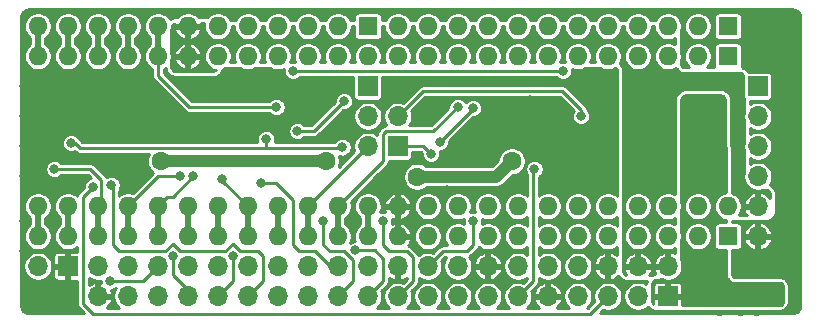
<source format=gbr>
G04 #@! TF.GenerationSoftware,KiCad,Pcbnew,(5.1.9)-1*
G04 #@! TF.CreationDate,2021-04-27T19:19:42+01:00*
G04 #@! TF.ProjectId,RGBtoHDMI Amiga Denise - v2++ Rev 2 by solarmon,52474274-6f48-4444-9d49-20416d696761,v2++ Rev 2*
G04 #@! TF.SameCoordinates,Original*
G04 #@! TF.FileFunction,Copper,L2,Bot*
G04 #@! TF.FilePolarity,Positive*
%FSLAX46Y46*%
G04 Gerber Fmt 4.6, Leading zero omitted, Abs format (unit mm)*
G04 Created by KiCad (PCBNEW (5.1.9)-1) date 2021-04-27 19:19:42*
%MOMM*%
%LPD*%
G01*
G04 APERTURE LIST*
G04 #@! TA.AperFunction,ComponentPad*
%ADD10O,1.700000X1.700000*%
G04 #@! TD*
G04 #@! TA.AperFunction,ComponentPad*
%ADD11R,1.700000X1.700000*%
G04 #@! TD*
G04 #@! TA.AperFunction,ComponentPad*
%ADD12O,1.600000X1.600000*%
G04 #@! TD*
G04 #@! TA.AperFunction,ComponentPad*
%ADD13R,1.600000X1.600000*%
G04 #@! TD*
G04 #@! TA.AperFunction,ViaPad*
%ADD14C,1.000000*%
G04 #@! TD*
G04 #@! TA.AperFunction,ViaPad*
%ADD15C,0.800000*%
G04 #@! TD*
G04 #@! TA.AperFunction,ViaPad*
%ADD16C,0.600000*%
G04 #@! TD*
G04 #@! TA.AperFunction,ViaPad*
%ADD17C,1.600000*%
G04 #@! TD*
G04 #@! TA.AperFunction,Conductor*
%ADD18C,1.000000*%
G04 #@! TD*
G04 #@! TA.AperFunction,Conductor*
%ADD19C,0.500000*%
G04 #@! TD*
G04 #@! TA.AperFunction,Conductor*
%ADD20C,0.250000*%
G04 #@! TD*
G04 #@! TA.AperFunction,Conductor*
%ADD21C,0.254000*%
G04 #@! TD*
G04 #@! TA.AperFunction,Conductor*
%ADD22C,0.100000*%
G04 #@! TD*
G04 APERTURE END LIST*
D10*
X133985000Y-75565000D03*
D11*
X133985000Y-78105000D03*
D12*
X103505000Y-85725000D03*
X106045000Y-85725000D03*
X108585000Y-85725000D03*
X111125000Y-85725000D03*
X113665000Y-85725000D03*
X116205000Y-85725000D03*
X118745000Y-85725000D03*
X121285000Y-85725000D03*
X123825000Y-85725000D03*
X126365000Y-85725000D03*
X128905000Y-85725000D03*
X131445000Y-85725000D03*
X133985000Y-85725000D03*
X136525000Y-85725000D03*
X139065000Y-85725000D03*
X141605000Y-85725000D03*
X144145000Y-85725000D03*
X146685000Y-85725000D03*
X149225000Y-85725000D03*
X151765000Y-85725000D03*
X154305000Y-85725000D03*
X156845000Y-85725000D03*
X159385000Y-85725000D03*
D13*
X161925000Y-85725000D03*
D12*
X103505000Y-70485000D03*
X106045000Y-70485000D03*
X108585000Y-70485000D03*
X111125000Y-70485000D03*
X113665000Y-70485000D03*
X116205000Y-70485000D03*
X118745000Y-70485000D03*
X121285000Y-70485000D03*
X123825000Y-70485000D03*
X126365000Y-70485000D03*
X128905000Y-70485000D03*
X131445000Y-70485000D03*
X133985000Y-70485000D03*
X136525000Y-70485000D03*
X139065000Y-70485000D03*
X141605000Y-70485000D03*
X144145000Y-70485000D03*
X146685000Y-70485000D03*
X149225000Y-70485000D03*
X151765000Y-70485000D03*
X154305000Y-70485000D03*
X156845000Y-70485000D03*
X159385000Y-70485000D03*
D13*
X161925000Y-70485000D03*
D10*
X164465000Y-85725000D03*
X164465000Y-83185000D03*
X164465000Y-80645000D03*
X164465000Y-78105000D03*
X164465000Y-75565000D03*
D11*
X164465000Y-73025000D03*
X156845000Y-90805000D03*
D10*
X156845000Y-88265000D03*
X154305000Y-90805000D03*
X154305000Y-88265000D03*
X151765000Y-90805000D03*
X151765000Y-88265000D03*
X149225000Y-90805000D03*
X149225000Y-88265000D03*
X146685000Y-90805000D03*
X146685000Y-88265000D03*
X144145000Y-90805000D03*
X144145000Y-88265000D03*
X141605000Y-90805000D03*
X141605000Y-88265000D03*
X139065000Y-90805000D03*
X139065000Y-88265000D03*
X136525000Y-90805000D03*
X136525000Y-88265000D03*
X133985000Y-90805000D03*
X133985000Y-88265000D03*
X131445000Y-90805000D03*
X131445000Y-88265000D03*
X128905000Y-90805000D03*
X128905000Y-88265000D03*
X126365000Y-90805000D03*
X126365000Y-88265000D03*
X123825000Y-90805000D03*
X123825000Y-88265000D03*
X121285000Y-90805000D03*
X121285000Y-88265000D03*
X118745000Y-90805000D03*
X118745000Y-88265000D03*
X116205000Y-90805000D03*
X116205000Y-88265000D03*
X113665000Y-90805000D03*
X113665000Y-88265000D03*
X111125000Y-90805000D03*
X111125000Y-88265000D03*
X108585000Y-90805000D03*
X108585000Y-88265000D03*
D13*
X161925000Y-67945000D03*
D12*
X133985000Y-83185000D03*
X159385000Y-67945000D03*
X136525000Y-83185000D03*
X156845000Y-67945000D03*
X139065000Y-83185000D03*
X154305000Y-67945000D03*
X141605000Y-83185000D03*
X151765000Y-67945000D03*
X144145000Y-83185000D03*
X149225000Y-67945000D03*
X146685000Y-83185000D03*
X146685000Y-67945000D03*
X149225000Y-83185000D03*
X144145000Y-67945000D03*
X151765000Y-83185000D03*
X141605000Y-67945000D03*
X154305000Y-83185000D03*
X139065000Y-67945000D03*
X156845000Y-83185000D03*
X136525000Y-67945000D03*
X159385000Y-83185000D03*
X133985000Y-67945000D03*
X161925000Y-83185000D03*
D13*
X131445000Y-67945000D03*
D12*
X103505000Y-83185000D03*
X128905000Y-67945000D03*
X106045000Y-83185000D03*
X126365000Y-67945000D03*
X108585000Y-83185000D03*
X123825000Y-67945000D03*
X111125000Y-83185000D03*
X121285000Y-67945000D03*
X113665000Y-83185000D03*
X118745000Y-67945000D03*
X116205000Y-83185000D03*
X116205000Y-67945000D03*
X118745000Y-83185000D03*
X113665000Y-67945000D03*
X121285000Y-83185000D03*
X111125000Y-67945000D03*
X123825000Y-83185000D03*
X108585000Y-67945000D03*
X126365000Y-83185000D03*
X106045000Y-67945000D03*
X128905000Y-83185000D03*
X103505000Y-67945000D03*
X131445000Y-83185000D03*
D10*
X103505000Y-88265000D03*
D11*
X106045000Y-88265000D03*
X131445000Y-73025000D03*
D10*
X131445000Y-75565000D03*
X131445000Y-78105000D03*
D14*
X119253000Y-73279000D03*
X105537000Y-73279000D03*
X112268000Y-74930000D03*
D15*
X139065000Y-77978000D03*
X136398000Y-74295000D03*
D14*
X126492000Y-75184000D03*
X109601000Y-76454000D03*
X124206000Y-76962000D03*
D15*
X138176000Y-81788000D03*
X145161000Y-74168000D03*
D14*
X129159000Y-73025000D03*
X116713000Y-73406000D03*
X106045000Y-90805000D03*
X129667000Y-75692000D03*
D15*
X151892000Y-79502000D03*
X166116000Y-87376000D03*
X158115000Y-66802000D03*
X155575000Y-66802000D03*
X153035000Y-66802000D03*
X150495000Y-66802000D03*
X147955000Y-66802000D03*
X145415000Y-66802000D03*
X142875000Y-66802000D03*
X140335000Y-66802000D03*
X137795000Y-66802000D03*
X135255000Y-66802000D03*
X127635000Y-66802000D03*
X125095000Y-66802000D03*
X122555000Y-66802000D03*
X120015000Y-66802000D03*
X117475000Y-66802000D03*
X114935000Y-66802000D03*
X112395000Y-66802000D03*
X109855000Y-66802000D03*
X107315000Y-66802000D03*
X104775000Y-66802000D03*
X102362000Y-73025000D03*
X102362000Y-75565000D03*
X102362000Y-78105000D03*
X102362000Y-80645000D03*
D14*
X103505000Y-90805000D03*
D15*
X102362000Y-86995000D03*
X102362000Y-84455000D03*
X166370000Y-84455000D03*
X106045000Y-81280000D03*
X104775000Y-84455000D03*
X137668000Y-74549000D03*
D14*
X111760000Y-76073000D03*
X107950000Y-77343000D03*
X103886000Y-73914000D03*
D15*
X163830000Y-66802000D03*
X165989000Y-66802000D03*
D16*
X144780000Y-72644000D03*
X142748000Y-72644000D03*
X145796000Y-72644000D03*
X136715500Y-72453500D03*
X135763000Y-72453500D03*
X164401500Y-92202000D03*
X163004500Y-92202000D03*
X161226500Y-92202000D03*
D15*
X166370000Y-82359500D03*
D16*
X165608000Y-76835000D03*
X165544500Y-79375000D03*
X165671500Y-74485500D03*
D15*
X142494000Y-74930000D03*
X147955000Y-75184000D03*
X148971000Y-79121000D03*
X146431000Y-79121000D03*
D17*
X127889000Y-79375000D03*
X113919000Y-79375000D03*
X135597035Y-80683965D03*
X143637000Y-79374998D03*
X159131000Y-75565000D03*
X160909000Y-74676000D03*
D15*
X163749983Y-90885017D03*
X164719000Y-90932008D03*
X123698000Y-74803000D03*
X119126000Y-80899000D03*
X125094990Y-71755000D03*
X147955000Y-71755000D03*
X116676137Y-80645000D03*
X115570000Y-80645000D03*
X104902000Y-80010000D03*
X145542000Y-80010000D03*
X136779000Y-78740000D03*
X114935000Y-87385306D03*
X127635000Y-84455000D03*
X132715002Y-84455000D03*
X130370153Y-86926847D03*
X122369153Y-81211847D03*
X120015000Y-87385305D03*
X109732660Y-81402340D03*
X108150988Y-81547616D03*
X140335000Y-84455000D03*
X122809000Y-77470001D03*
X106299000Y-77851000D03*
X129286000Y-78195119D03*
X129413000Y-74295000D03*
X125476000Y-76835000D03*
X139050000Y-74765468D03*
X137541000Y-77724000D03*
X140350000Y-74888494D03*
X109591694Y-89535000D03*
X149479000Y-75565000D03*
D18*
X127889000Y-79375000D02*
X113919000Y-79375000D01*
D19*
X135597035Y-80682127D02*
X135597035Y-80683965D01*
D18*
X142328033Y-80683965D02*
X143637000Y-79374998D01*
X135597035Y-80683965D02*
X142328033Y-80683965D01*
D19*
X103505000Y-67945000D02*
X103505000Y-70485000D01*
X106045000Y-67945000D02*
X106045000Y-70485000D01*
X108585000Y-67945000D02*
X108585000Y-70485000D01*
X111125000Y-67945000D02*
X111125000Y-70485000D01*
X113665000Y-67945000D02*
X113665000Y-70485000D01*
D20*
X123698000Y-74803000D02*
X116332000Y-74803000D01*
X113665000Y-72136000D02*
X113665000Y-70485000D01*
X116332000Y-74803000D02*
X113665000Y-72136000D01*
D19*
X126365000Y-83185000D02*
X126365000Y-85725000D01*
D20*
X126365000Y-83185000D02*
X131445000Y-78105000D01*
D19*
X121285000Y-83185000D02*
X121285000Y-85725000D01*
D20*
X121285000Y-83185000D02*
X119126000Y-81026000D01*
X119126000Y-81026000D02*
X119126000Y-80899000D01*
X125094990Y-71755000D02*
X147955000Y-71755000D01*
D19*
X118745000Y-83185000D02*
X118745000Y-85725000D01*
X116205000Y-83185000D02*
X116205000Y-85725000D01*
X113665000Y-83185000D02*
X113665000Y-85725000D01*
D20*
X114936136Y-82385001D02*
X116676137Y-80645000D01*
X114464999Y-82385001D02*
X114936136Y-82385001D01*
X113665000Y-83185000D02*
X114464999Y-82385001D01*
D19*
X111125000Y-83185000D02*
X111125000Y-85725000D01*
D20*
X111125000Y-83185000D02*
X113665000Y-80645000D01*
X113665000Y-80645000D02*
X115570000Y-80645000D01*
D19*
X108585000Y-83185000D02*
X108585000Y-85725000D01*
D20*
X108875995Y-80955539D02*
X107930456Y-80010000D01*
X107930456Y-80010000D02*
X104902000Y-80010000D01*
X108875995Y-82894005D02*
X108875995Y-80955539D01*
X108585000Y-83185000D02*
X108875995Y-82894005D01*
D19*
X106045000Y-83185000D02*
X106045000Y-85725000D01*
X103505000Y-83185000D02*
X103505000Y-85725000D01*
D20*
X145415000Y-80137000D02*
X145542000Y-80010000D01*
X144145000Y-90805000D02*
X145415000Y-89535000D01*
X145415000Y-89535000D02*
X145415000Y-80137000D01*
X133985000Y-78105000D02*
X136144000Y-78105000D01*
X136144000Y-78105000D02*
X136779000Y-78740000D01*
X116205000Y-90297000D02*
X116205000Y-90805000D01*
X114935000Y-87385306D02*
X114935000Y-89027000D01*
X114935000Y-89027000D02*
X116205000Y-90297000D01*
X127635000Y-85020685D02*
X127635000Y-84455000D01*
X130175000Y-89535000D02*
X130175000Y-87757000D01*
X128905000Y-90805000D02*
X130175000Y-89535000D01*
X130175000Y-87757000D02*
X129413000Y-86995000D01*
X129413000Y-86995000D02*
X128205264Y-86995000D01*
X128205264Y-86995000D02*
X127635000Y-86424736D01*
X127635000Y-86424736D02*
X127635000Y-85020685D01*
X132715002Y-86487002D02*
X133223000Y-86995000D01*
X132715002Y-84455000D02*
X132715002Y-86487002D01*
X134834999Y-89955001D02*
X133985000Y-90805000D01*
X133223000Y-86995000D02*
X134747000Y-86995000D01*
X134747000Y-86995000D02*
X135255000Y-87503000D01*
X135255000Y-87503000D02*
X135255000Y-89535000D01*
X135255000Y-89535000D02*
X134834999Y-89955001D01*
X132294999Y-89955001D02*
X131445000Y-90805000D01*
X132715000Y-89535000D02*
X132294999Y-89955001D01*
X132715000Y-87630000D02*
X132715000Y-89535000D01*
X130370153Y-86926847D02*
X132011847Y-86926847D01*
X132011847Y-86926847D02*
X132715000Y-87630000D01*
X128270000Y-88265000D02*
X128905000Y-88265000D01*
X123629847Y-81211847D02*
X125095000Y-82677000D01*
X122369153Y-81211847D02*
X123629847Y-81211847D01*
X125095000Y-82677000D02*
X125095000Y-86487000D01*
X125095000Y-86487000D02*
X125603000Y-86995000D01*
X125603000Y-86995000D02*
X127000000Y-86995000D01*
X127000000Y-86995000D02*
X128270000Y-88265000D01*
X120015000Y-89535000D02*
X118745000Y-90805000D01*
X120015000Y-87385305D02*
X120015000Y-89535000D01*
X109855000Y-86487000D02*
X109855000Y-81524680D01*
X115570000Y-86995000D02*
X114935000Y-86360000D01*
X119380000Y-86995000D02*
X115570000Y-86995000D01*
X122555000Y-89535000D02*
X122555000Y-87376000D01*
X114300000Y-86995000D02*
X110363000Y-86995000D01*
X114935000Y-86360000D02*
X114300000Y-86995000D01*
X121285000Y-90805000D02*
X122555000Y-89535000D01*
X109855000Y-81524680D02*
X109732660Y-81402340D01*
X110363000Y-86995000D02*
X109855000Y-86487000D01*
X122555000Y-87376000D02*
X122174000Y-86995000D01*
X122174000Y-86995000D02*
X120650000Y-86995000D01*
X120650000Y-86995000D02*
X120015000Y-86360000D01*
X120015000Y-86360000D02*
X119380000Y-86995000D01*
X150285010Y-92284990D02*
X151765000Y-90805000D01*
X107315000Y-91440000D02*
X108159990Y-92284990D01*
X108159990Y-92284990D02*
X150285010Y-92284990D01*
X107315000Y-82383604D02*
X107315000Y-91440000D01*
X108150988Y-81547616D02*
X107315000Y-82383604D01*
X139827000Y-86995000D02*
X140335000Y-86487000D01*
X136525000Y-88265000D02*
X137795000Y-86995000D01*
X137795000Y-86995000D02*
X139827000Y-86995000D01*
X140335000Y-86487000D02*
X140335000Y-84455000D01*
X122809006Y-77470007D02*
X122809000Y-77470001D01*
X122809006Y-77958995D02*
X122809006Y-77470007D01*
X122809000Y-77959001D02*
X122809006Y-77958995D01*
X122809000Y-78232000D02*
X122809000Y-77959001D01*
X106680000Y-77851000D02*
X106299000Y-77851000D01*
X107061000Y-78232000D02*
X106680000Y-77851000D01*
X122809000Y-78232000D02*
X107061000Y-78232000D01*
X129249119Y-78232000D02*
X129286000Y-78195119D01*
X122809000Y-78232000D02*
X129249119Y-78232000D01*
D19*
X131445000Y-83185000D02*
X131445000Y-85725000D01*
X123825000Y-83185000D02*
X123825000Y-85725000D01*
D20*
X129413000Y-74295000D02*
X126873000Y-76835000D01*
X126873000Y-76835000D02*
X125476000Y-76835000D01*
D19*
X128905000Y-83185000D02*
X128905000Y-85725000D01*
D20*
X132715000Y-79375000D02*
X132715000Y-77089998D01*
X128905000Y-83185000D02*
X132715000Y-79375000D01*
X132715000Y-77089998D02*
X132969998Y-76835000D01*
X132969998Y-76835000D02*
X136980468Y-76835000D01*
X136980468Y-76835000D02*
X139050000Y-74765468D01*
X140350000Y-74915000D02*
X140350000Y-74888494D01*
X137541000Y-77724000D02*
X140350000Y-74915000D01*
X112395000Y-89535000D02*
X113665000Y-88265000D01*
X109591694Y-89535000D02*
X112395000Y-89535000D01*
X149479000Y-74999315D02*
X149479000Y-75565000D01*
X147922684Y-73442999D02*
X149479000Y-74999315D01*
X133985000Y-75565000D02*
X136107001Y-73442999D01*
X136107001Y-73442999D02*
X147922684Y-73442999D01*
D21*
X161485414Y-73840321D02*
X161620184Y-73974017D01*
X161675105Y-74173650D01*
X161737861Y-82018088D01*
X161580515Y-82049386D01*
X161365587Y-82138412D01*
X161172157Y-82267658D01*
X161007658Y-82432157D01*
X160878412Y-82625587D01*
X160789386Y-82840515D01*
X160744000Y-83068682D01*
X160744000Y-83301318D01*
X160789386Y-83529485D01*
X160878412Y-83744413D01*
X161007658Y-83937843D01*
X161172157Y-84102342D01*
X161365587Y-84231588D01*
X161580515Y-84320614D01*
X161756561Y-84355632D01*
X161758053Y-84542157D01*
X161125000Y-84542157D01*
X161050311Y-84549513D01*
X160978492Y-84571299D01*
X160912304Y-84606678D01*
X160854289Y-84654289D01*
X160806678Y-84712304D01*
X160771299Y-84778492D01*
X160749513Y-84850311D01*
X160742157Y-84925000D01*
X160742157Y-86525000D01*
X160749513Y-86599689D01*
X160771299Y-86671508D01*
X160806678Y-86737696D01*
X160854289Y-86795711D01*
X160912304Y-86843322D01*
X160978492Y-86878701D01*
X161050311Y-86900487D01*
X161125000Y-86907843D01*
X161776979Y-86907843D01*
X161794036Y-89040016D01*
X161798581Y-89072687D01*
X161866892Y-89320993D01*
X161875817Y-89344235D01*
X161889105Y-89365289D01*
X161899900Y-89377467D01*
X162082729Y-89558839D01*
X162102038Y-89574556D01*
X162124041Y-89586204D01*
X162139466Y-89591394D01*
X162388310Y-89657716D01*
X162421016Y-89662000D01*
X166234279Y-89662000D01*
X166435259Y-89715852D01*
X166570148Y-89850741D01*
X166624000Y-90051721D01*
X166624000Y-91177279D01*
X166570148Y-91378259D01*
X166435259Y-91513148D01*
X166234279Y-91567000D01*
X164648012Y-91567000D01*
X164600140Y-91547171D01*
X164468573Y-91521000D01*
X164334427Y-91521000D01*
X164202860Y-91547171D01*
X164154988Y-91567000D01*
X163251012Y-91567000D01*
X163203140Y-91547171D01*
X163071573Y-91521000D01*
X162937427Y-91521000D01*
X162805860Y-91547171D01*
X162757988Y-91567000D01*
X161473012Y-91567000D01*
X161425140Y-91547171D01*
X161293573Y-91521000D01*
X161159427Y-91521000D01*
X161027860Y-91547171D01*
X160979988Y-91567000D01*
X158077585Y-91567000D01*
X158076000Y-91027250D01*
X157980750Y-90932000D01*
X156972000Y-90932000D01*
X156972000Y-90952000D01*
X156718000Y-90952000D01*
X156718000Y-90932000D01*
X155709250Y-90932000D01*
X155614000Y-91027250D01*
X155612830Y-91425737D01*
X155565352Y-91378259D01*
X155511500Y-91177279D01*
X155511500Y-91049412D01*
X155536000Y-90926243D01*
X155536000Y-90683757D01*
X155511500Y-90560588D01*
X155511500Y-89955000D01*
X155612157Y-89955000D01*
X155614000Y-90582750D01*
X155709250Y-90678000D01*
X156718000Y-90678000D01*
X156718000Y-89669250D01*
X156972000Y-89669250D01*
X156972000Y-90678000D01*
X157980750Y-90678000D01*
X158076000Y-90582750D01*
X158077843Y-89955000D01*
X158070487Y-89880311D01*
X158048701Y-89808492D01*
X158013322Y-89742304D01*
X157965711Y-89684289D01*
X157907696Y-89636678D01*
X157841508Y-89601299D01*
X157769689Y-89579513D01*
X157695000Y-89572157D01*
X157067250Y-89574000D01*
X156972000Y-89669250D01*
X156718000Y-89669250D01*
X156622750Y-89574000D01*
X155995000Y-89572157D01*
X155920311Y-89579513D01*
X155848492Y-89601299D01*
X155782304Y-89636678D01*
X155724289Y-89684289D01*
X155676678Y-89742304D01*
X155641299Y-89808492D01*
X155619513Y-89880311D01*
X155612157Y-89955000D01*
X155511500Y-89955000D01*
X155511500Y-89784450D01*
X155563615Y-89586486D01*
X155694592Y-89452017D01*
X155891118Y-89394712D01*
X156327862Y-89383219D01*
X156485931Y-89448693D01*
X156723757Y-89496000D01*
X156966243Y-89496000D01*
X157204069Y-89448693D01*
X157428097Y-89355898D01*
X157499539Y-89308162D01*
X157591926Y-89281291D01*
X157615035Y-89272028D01*
X157635893Y-89258435D01*
X157647252Y-89248143D01*
X157824796Y-89066608D01*
X157840375Y-89047188D01*
X157851867Y-89025103D01*
X157856706Y-89010558D01*
X157876234Y-88937391D01*
X157935898Y-88848097D01*
X158028693Y-88624069D01*
X158076000Y-88386243D01*
X158076000Y-88143757D01*
X158028693Y-87905931D01*
X157935898Y-87681903D01*
X157930800Y-87674274D01*
X157936920Y-86174972D01*
X157980614Y-86069485D01*
X158026000Y-85841318D01*
X158026000Y-85608682D01*
X158204000Y-85608682D01*
X158204000Y-85841318D01*
X158249386Y-86069485D01*
X158338412Y-86284413D01*
X158467658Y-86477843D01*
X158632157Y-86642342D01*
X158825587Y-86771588D01*
X159040515Y-86860614D01*
X159268682Y-86906000D01*
X159501318Y-86906000D01*
X159729485Y-86860614D01*
X159944413Y-86771588D01*
X160137843Y-86642342D01*
X160302342Y-86477843D01*
X160431588Y-86284413D01*
X160520614Y-86069485D01*
X160566000Y-85841318D01*
X160566000Y-85608682D01*
X160520614Y-85380515D01*
X160431588Y-85165587D01*
X160302342Y-84972157D01*
X160137843Y-84807658D01*
X159944413Y-84678412D01*
X159729485Y-84589386D01*
X159501318Y-84544000D01*
X159268682Y-84544000D01*
X159040515Y-84589386D01*
X158825587Y-84678412D01*
X158632157Y-84807658D01*
X158467658Y-84972157D01*
X158338412Y-85165587D01*
X158249386Y-85380515D01*
X158204000Y-85608682D01*
X158026000Y-85608682D01*
X157980614Y-85380515D01*
X157940557Y-85283810D01*
X157947391Y-83609694D01*
X157980614Y-83529485D01*
X158026000Y-83301318D01*
X158026000Y-83068682D01*
X158204000Y-83068682D01*
X158204000Y-83301318D01*
X158249386Y-83529485D01*
X158338412Y-83744413D01*
X158467658Y-83937843D01*
X158632157Y-84102342D01*
X158825587Y-84231588D01*
X159040515Y-84320614D01*
X159268682Y-84366000D01*
X159501318Y-84366000D01*
X159729485Y-84320614D01*
X159944413Y-84231588D01*
X160137843Y-84102342D01*
X160302342Y-83937843D01*
X160431588Y-83744413D01*
X160520614Y-83529485D01*
X160566000Y-83301318D01*
X160566000Y-83068682D01*
X160520614Y-82840515D01*
X160431588Y-82625587D01*
X160302342Y-82432157D01*
X160137843Y-82267658D01*
X159944413Y-82138412D01*
X159729485Y-82049386D01*
X159501318Y-82004000D01*
X159268682Y-82004000D01*
X159040515Y-82049386D01*
X158825587Y-82138412D01*
X158632157Y-82267658D01*
X158467658Y-82432157D01*
X158338412Y-82625587D01*
X158249386Y-82840515D01*
X158204000Y-83068682D01*
X158026000Y-83068682D01*
X157980614Y-82840515D01*
X157950824Y-82768594D01*
X157985899Y-74175153D01*
X158040298Y-73974861D01*
X158175126Y-73840582D01*
X158375640Y-73787000D01*
X161285352Y-73787000D01*
X161485414Y-73840321D01*
G04 #@! TA.AperFunction,Conductor*
D22*
G36*
X161485414Y-73840321D02*
G01*
X161620184Y-73974017D01*
X161675105Y-74173650D01*
X161737861Y-82018088D01*
X161580515Y-82049386D01*
X161365587Y-82138412D01*
X161172157Y-82267658D01*
X161007658Y-82432157D01*
X160878412Y-82625587D01*
X160789386Y-82840515D01*
X160744000Y-83068682D01*
X160744000Y-83301318D01*
X160789386Y-83529485D01*
X160878412Y-83744413D01*
X161007658Y-83937843D01*
X161172157Y-84102342D01*
X161365587Y-84231588D01*
X161580515Y-84320614D01*
X161756561Y-84355632D01*
X161758053Y-84542157D01*
X161125000Y-84542157D01*
X161050311Y-84549513D01*
X160978492Y-84571299D01*
X160912304Y-84606678D01*
X160854289Y-84654289D01*
X160806678Y-84712304D01*
X160771299Y-84778492D01*
X160749513Y-84850311D01*
X160742157Y-84925000D01*
X160742157Y-86525000D01*
X160749513Y-86599689D01*
X160771299Y-86671508D01*
X160806678Y-86737696D01*
X160854289Y-86795711D01*
X160912304Y-86843322D01*
X160978492Y-86878701D01*
X161050311Y-86900487D01*
X161125000Y-86907843D01*
X161776979Y-86907843D01*
X161794036Y-89040016D01*
X161798581Y-89072687D01*
X161866892Y-89320993D01*
X161875817Y-89344235D01*
X161889105Y-89365289D01*
X161899900Y-89377467D01*
X162082729Y-89558839D01*
X162102038Y-89574556D01*
X162124041Y-89586204D01*
X162139466Y-89591394D01*
X162388310Y-89657716D01*
X162421016Y-89662000D01*
X166234279Y-89662000D01*
X166435259Y-89715852D01*
X166570148Y-89850741D01*
X166624000Y-90051721D01*
X166624000Y-91177279D01*
X166570148Y-91378259D01*
X166435259Y-91513148D01*
X166234279Y-91567000D01*
X164648012Y-91567000D01*
X164600140Y-91547171D01*
X164468573Y-91521000D01*
X164334427Y-91521000D01*
X164202860Y-91547171D01*
X164154988Y-91567000D01*
X163251012Y-91567000D01*
X163203140Y-91547171D01*
X163071573Y-91521000D01*
X162937427Y-91521000D01*
X162805860Y-91547171D01*
X162757988Y-91567000D01*
X161473012Y-91567000D01*
X161425140Y-91547171D01*
X161293573Y-91521000D01*
X161159427Y-91521000D01*
X161027860Y-91547171D01*
X160979988Y-91567000D01*
X158077585Y-91567000D01*
X158076000Y-91027250D01*
X157980750Y-90932000D01*
X156972000Y-90932000D01*
X156972000Y-90952000D01*
X156718000Y-90952000D01*
X156718000Y-90932000D01*
X155709250Y-90932000D01*
X155614000Y-91027250D01*
X155612830Y-91425737D01*
X155565352Y-91378259D01*
X155511500Y-91177279D01*
X155511500Y-91049412D01*
X155536000Y-90926243D01*
X155536000Y-90683757D01*
X155511500Y-90560588D01*
X155511500Y-89955000D01*
X155612157Y-89955000D01*
X155614000Y-90582750D01*
X155709250Y-90678000D01*
X156718000Y-90678000D01*
X156718000Y-89669250D01*
X156972000Y-89669250D01*
X156972000Y-90678000D01*
X157980750Y-90678000D01*
X158076000Y-90582750D01*
X158077843Y-89955000D01*
X158070487Y-89880311D01*
X158048701Y-89808492D01*
X158013322Y-89742304D01*
X157965711Y-89684289D01*
X157907696Y-89636678D01*
X157841508Y-89601299D01*
X157769689Y-89579513D01*
X157695000Y-89572157D01*
X157067250Y-89574000D01*
X156972000Y-89669250D01*
X156718000Y-89669250D01*
X156622750Y-89574000D01*
X155995000Y-89572157D01*
X155920311Y-89579513D01*
X155848492Y-89601299D01*
X155782304Y-89636678D01*
X155724289Y-89684289D01*
X155676678Y-89742304D01*
X155641299Y-89808492D01*
X155619513Y-89880311D01*
X155612157Y-89955000D01*
X155511500Y-89955000D01*
X155511500Y-89784450D01*
X155563615Y-89586486D01*
X155694592Y-89452017D01*
X155891118Y-89394712D01*
X156327862Y-89383219D01*
X156485931Y-89448693D01*
X156723757Y-89496000D01*
X156966243Y-89496000D01*
X157204069Y-89448693D01*
X157428097Y-89355898D01*
X157499539Y-89308162D01*
X157591926Y-89281291D01*
X157615035Y-89272028D01*
X157635893Y-89258435D01*
X157647252Y-89248143D01*
X157824796Y-89066608D01*
X157840375Y-89047188D01*
X157851867Y-89025103D01*
X157856706Y-89010558D01*
X157876234Y-88937391D01*
X157935898Y-88848097D01*
X158028693Y-88624069D01*
X158076000Y-88386243D01*
X158076000Y-88143757D01*
X158028693Y-87905931D01*
X157935898Y-87681903D01*
X157930800Y-87674274D01*
X157936920Y-86174972D01*
X157980614Y-86069485D01*
X158026000Y-85841318D01*
X158026000Y-85608682D01*
X158204000Y-85608682D01*
X158204000Y-85841318D01*
X158249386Y-86069485D01*
X158338412Y-86284413D01*
X158467658Y-86477843D01*
X158632157Y-86642342D01*
X158825587Y-86771588D01*
X159040515Y-86860614D01*
X159268682Y-86906000D01*
X159501318Y-86906000D01*
X159729485Y-86860614D01*
X159944413Y-86771588D01*
X160137843Y-86642342D01*
X160302342Y-86477843D01*
X160431588Y-86284413D01*
X160520614Y-86069485D01*
X160566000Y-85841318D01*
X160566000Y-85608682D01*
X160520614Y-85380515D01*
X160431588Y-85165587D01*
X160302342Y-84972157D01*
X160137843Y-84807658D01*
X159944413Y-84678412D01*
X159729485Y-84589386D01*
X159501318Y-84544000D01*
X159268682Y-84544000D01*
X159040515Y-84589386D01*
X158825587Y-84678412D01*
X158632157Y-84807658D01*
X158467658Y-84972157D01*
X158338412Y-85165587D01*
X158249386Y-85380515D01*
X158204000Y-85608682D01*
X158026000Y-85608682D01*
X157980614Y-85380515D01*
X157940557Y-85283810D01*
X157947391Y-83609694D01*
X157980614Y-83529485D01*
X158026000Y-83301318D01*
X158026000Y-83068682D01*
X158204000Y-83068682D01*
X158204000Y-83301318D01*
X158249386Y-83529485D01*
X158338412Y-83744413D01*
X158467658Y-83937843D01*
X158632157Y-84102342D01*
X158825587Y-84231588D01*
X159040515Y-84320614D01*
X159268682Y-84366000D01*
X159501318Y-84366000D01*
X159729485Y-84320614D01*
X159944413Y-84231588D01*
X160137843Y-84102342D01*
X160302342Y-83937843D01*
X160431588Y-83744413D01*
X160520614Y-83529485D01*
X160566000Y-83301318D01*
X160566000Y-83068682D01*
X160520614Y-82840515D01*
X160431588Y-82625587D01*
X160302342Y-82432157D01*
X160137843Y-82267658D01*
X159944413Y-82138412D01*
X159729485Y-82049386D01*
X159501318Y-82004000D01*
X159268682Y-82004000D01*
X159040515Y-82049386D01*
X158825587Y-82138412D01*
X158632157Y-82267658D01*
X158467658Y-82432157D01*
X158338412Y-82625587D01*
X158249386Y-82840515D01*
X158204000Y-83068682D01*
X158026000Y-83068682D01*
X157980614Y-82840515D01*
X157950824Y-82768594D01*
X157985899Y-74175153D01*
X158040298Y-73974861D01*
X158175126Y-73840582D01*
X158375640Y-73787000D01*
X161285352Y-73787000D01*
X161485414Y-73840321D01*
G37*
G04 #@! TD.AperFunction*
D21*
X167514135Y-66535870D02*
X167637388Y-66573082D01*
X167751068Y-66633526D01*
X167850841Y-66714899D01*
X167932911Y-66814105D01*
X167994147Y-66927357D01*
X168032220Y-67050352D01*
X168048000Y-67200492D01*
X168048001Y-91543470D01*
X168033130Y-91695135D01*
X167995918Y-91818388D01*
X167935474Y-91932067D01*
X167854097Y-92031845D01*
X167754897Y-92113910D01*
X167641640Y-92175148D01*
X167518648Y-92213220D01*
X167368508Y-92229000D01*
X151056591Y-92229000D01*
X151328833Y-91956758D01*
X151405931Y-91988693D01*
X151643757Y-92036000D01*
X151886243Y-92036000D01*
X152124069Y-91988693D01*
X152348097Y-91895898D01*
X152549717Y-91761180D01*
X152721180Y-91589717D01*
X152855898Y-91388097D01*
X152948693Y-91164069D01*
X152996000Y-90926243D01*
X152996000Y-90683757D01*
X152948693Y-90445931D01*
X152855898Y-90221903D01*
X152721180Y-90020283D01*
X152549717Y-89848820D01*
X152348097Y-89714102D01*
X152124069Y-89621307D01*
X151886243Y-89574000D01*
X151643757Y-89574000D01*
X151405931Y-89621307D01*
X151181903Y-89714102D01*
X150980283Y-89848820D01*
X150808820Y-90020283D01*
X150674102Y-90221903D01*
X150581307Y-90445931D01*
X150534000Y-90683757D01*
X150534000Y-90926243D01*
X150581307Y-91164069D01*
X150613242Y-91241167D01*
X150075419Y-91778990D01*
X149983062Y-91778990D01*
X150009717Y-91761180D01*
X150181180Y-91589717D01*
X150315898Y-91388097D01*
X150408693Y-91164069D01*
X150456000Y-90926243D01*
X150456000Y-90683757D01*
X150408693Y-90445931D01*
X150315898Y-90221903D01*
X150181180Y-90020283D01*
X150009717Y-89848820D01*
X149808097Y-89714102D01*
X149584069Y-89621307D01*
X149346243Y-89574000D01*
X149103757Y-89574000D01*
X148865931Y-89621307D01*
X148641903Y-89714102D01*
X148440283Y-89848820D01*
X148268820Y-90020283D01*
X148134102Y-90221903D01*
X148041307Y-90445931D01*
X147994000Y-90683757D01*
X147994000Y-90926243D01*
X148041307Y-91164069D01*
X148134102Y-91388097D01*
X148268820Y-91589717D01*
X148440283Y-91761180D01*
X148466938Y-91778990D01*
X147428932Y-91778990D01*
X147497924Y-91729408D01*
X147662647Y-91553052D01*
X147789799Y-91347949D01*
X147874495Y-91121981D01*
X147814187Y-90932000D01*
X146812000Y-90932000D01*
X146812000Y-90952000D01*
X146558000Y-90952000D01*
X146558000Y-90932000D01*
X145555813Y-90932000D01*
X145495505Y-91121981D01*
X145580201Y-91347949D01*
X145707353Y-91553052D01*
X145872076Y-91729408D01*
X145941068Y-91778990D01*
X144903062Y-91778990D01*
X144929717Y-91761180D01*
X145101180Y-91589717D01*
X145235898Y-91388097D01*
X145328693Y-91164069D01*
X145376000Y-90926243D01*
X145376000Y-90683757D01*
X145337065Y-90488019D01*
X145495505Y-90488019D01*
X145555813Y-90678000D01*
X146558000Y-90678000D01*
X146558000Y-89676373D01*
X146812000Y-89676373D01*
X146812000Y-90678000D01*
X147814187Y-90678000D01*
X147874495Y-90488019D01*
X147789799Y-90262051D01*
X147662647Y-90056948D01*
X147497924Y-89880592D01*
X147301961Y-89739761D01*
X147082288Y-89639866D01*
X147001980Y-89615511D01*
X146812000Y-89676373D01*
X146558000Y-89676373D01*
X146368020Y-89615511D01*
X146287712Y-89639866D01*
X146068039Y-89739761D01*
X145872076Y-89880592D01*
X145707353Y-90056948D01*
X145580201Y-90262051D01*
X145495505Y-90488019D01*
X145337065Y-90488019D01*
X145328693Y-90445931D01*
X145296758Y-90368833D01*
X145755222Y-89910370D01*
X145774527Y-89894527D01*
X145837759Y-89817479D01*
X145884745Y-89729575D01*
X145912160Y-89639198D01*
X145913678Y-89634194D01*
X145915590Y-89614780D01*
X145921000Y-89559854D01*
X145921000Y-89559847D01*
X145923447Y-89535001D01*
X145921000Y-89510155D01*
X145921000Y-89235023D01*
X146101903Y-89355898D01*
X146325931Y-89448693D01*
X146563757Y-89496000D01*
X146806243Y-89496000D01*
X147044069Y-89448693D01*
X147268097Y-89355898D01*
X147469717Y-89221180D01*
X147641180Y-89049717D01*
X147775898Y-88848097D01*
X147868693Y-88624069D01*
X147916000Y-88386243D01*
X147916000Y-88143757D01*
X147994000Y-88143757D01*
X147994000Y-88386243D01*
X148041307Y-88624069D01*
X148134102Y-88848097D01*
X148268820Y-89049717D01*
X148440283Y-89221180D01*
X148641903Y-89355898D01*
X148865931Y-89448693D01*
X149103757Y-89496000D01*
X149346243Y-89496000D01*
X149584069Y-89448693D01*
X149808097Y-89355898D01*
X150009717Y-89221180D01*
X150181180Y-89049717D01*
X150315898Y-88848097D01*
X150408693Y-88624069D01*
X150417064Y-88581981D01*
X150575505Y-88581981D01*
X150660201Y-88807949D01*
X150787353Y-89013052D01*
X150952076Y-89189408D01*
X151148039Y-89330239D01*
X151367712Y-89430134D01*
X151448020Y-89454489D01*
X151638000Y-89393627D01*
X151638000Y-88392000D01*
X150635813Y-88392000D01*
X150575505Y-88581981D01*
X150417064Y-88581981D01*
X150456000Y-88386243D01*
X150456000Y-88143757D01*
X150417065Y-87948019D01*
X150575505Y-87948019D01*
X150635813Y-88138000D01*
X151638000Y-88138000D01*
X151638000Y-87136373D01*
X151448020Y-87075511D01*
X151367712Y-87099866D01*
X151148039Y-87199761D01*
X150952076Y-87340592D01*
X150787353Y-87516948D01*
X150660201Y-87722051D01*
X150575505Y-87948019D01*
X150417065Y-87948019D01*
X150408693Y-87905931D01*
X150315898Y-87681903D01*
X150181180Y-87480283D01*
X150009717Y-87308820D01*
X149808097Y-87174102D01*
X149584069Y-87081307D01*
X149346243Y-87034000D01*
X149103757Y-87034000D01*
X148865931Y-87081307D01*
X148641903Y-87174102D01*
X148440283Y-87308820D01*
X148268820Y-87480283D01*
X148134102Y-87681903D01*
X148041307Y-87905931D01*
X147994000Y-88143757D01*
X147916000Y-88143757D01*
X147868693Y-87905931D01*
X147775898Y-87681903D01*
X147641180Y-87480283D01*
X147469717Y-87308820D01*
X147268097Y-87174102D01*
X147044069Y-87081307D01*
X146806243Y-87034000D01*
X146563757Y-87034000D01*
X146325931Y-87081307D01*
X146101903Y-87174102D01*
X145921000Y-87294977D01*
X145921000Y-86631185D01*
X145932157Y-86642342D01*
X146125587Y-86771588D01*
X146340515Y-86860614D01*
X146568682Y-86906000D01*
X146801318Y-86906000D01*
X147029485Y-86860614D01*
X147244413Y-86771588D01*
X147437843Y-86642342D01*
X147602342Y-86477843D01*
X147731588Y-86284413D01*
X147820614Y-86069485D01*
X147866000Y-85841318D01*
X147866000Y-85608682D01*
X148044000Y-85608682D01*
X148044000Y-85841318D01*
X148089386Y-86069485D01*
X148178412Y-86284413D01*
X148307658Y-86477843D01*
X148472157Y-86642342D01*
X148665587Y-86771588D01*
X148880515Y-86860614D01*
X149108682Y-86906000D01*
X149341318Y-86906000D01*
X149569485Y-86860614D01*
X149784413Y-86771588D01*
X149977843Y-86642342D01*
X150142342Y-86477843D01*
X150271588Y-86284413D01*
X150360614Y-86069485D01*
X150406000Y-85841318D01*
X150406000Y-85608682D01*
X150360614Y-85380515D01*
X150271588Y-85165587D01*
X150142342Y-84972157D01*
X149977843Y-84807658D01*
X149784413Y-84678412D01*
X149569485Y-84589386D01*
X149341318Y-84544000D01*
X149108682Y-84544000D01*
X148880515Y-84589386D01*
X148665587Y-84678412D01*
X148472157Y-84807658D01*
X148307658Y-84972157D01*
X148178412Y-85165587D01*
X148089386Y-85380515D01*
X148044000Y-85608682D01*
X147866000Y-85608682D01*
X147820614Y-85380515D01*
X147731588Y-85165587D01*
X147602342Y-84972157D01*
X147437843Y-84807658D01*
X147244413Y-84678412D01*
X147029485Y-84589386D01*
X146801318Y-84544000D01*
X146568682Y-84544000D01*
X146340515Y-84589386D01*
X146125587Y-84678412D01*
X145932157Y-84807658D01*
X145921000Y-84818815D01*
X145921000Y-84091185D01*
X145932157Y-84102342D01*
X146125587Y-84231588D01*
X146340515Y-84320614D01*
X146568682Y-84366000D01*
X146801318Y-84366000D01*
X147029485Y-84320614D01*
X147244413Y-84231588D01*
X147437843Y-84102342D01*
X147602342Y-83937843D01*
X147731588Y-83744413D01*
X147820614Y-83529485D01*
X147866000Y-83301318D01*
X147866000Y-83068682D01*
X148044000Y-83068682D01*
X148044000Y-83301318D01*
X148089386Y-83529485D01*
X148178412Y-83744413D01*
X148307658Y-83937843D01*
X148472157Y-84102342D01*
X148665587Y-84231588D01*
X148880515Y-84320614D01*
X149108682Y-84366000D01*
X149341318Y-84366000D01*
X149569485Y-84320614D01*
X149784413Y-84231588D01*
X149977843Y-84102342D01*
X150142342Y-83937843D01*
X150271588Y-83744413D01*
X150360614Y-83529485D01*
X150406000Y-83301318D01*
X150406000Y-83068682D01*
X150360614Y-82840515D01*
X150271588Y-82625587D01*
X150142342Y-82432157D01*
X149977843Y-82267658D01*
X149784413Y-82138412D01*
X149569485Y-82049386D01*
X149341318Y-82004000D01*
X149108682Y-82004000D01*
X148880515Y-82049386D01*
X148665587Y-82138412D01*
X148472157Y-82267658D01*
X148307658Y-82432157D01*
X148178412Y-82625587D01*
X148089386Y-82840515D01*
X148044000Y-83068682D01*
X147866000Y-83068682D01*
X147820614Y-82840515D01*
X147731588Y-82625587D01*
X147602342Y-82432157D01*
X147437843Y-82267658D01*
X147244413Y-82138412D01*
X147029485Y-82049386D01*
X146801318Y-82004000D01*
X146568682Y-82004000D01*
X146340515Y-82049386D01*
X146125587Y-82138412D01*
X145932157Y-82267658D01*
X145921000Y-82278815D01*
X145921000Y-80696061D01*
X146039859Y-80616642D01*
X146148642Y-80507859D01*
X146234113Y-80379942D01*
X146292987Y-80237809D01*
X146323000Y-80086922D01*
X146323000Y-79933078D01*
X146292987Y-79782191D01*
X146234113Y-79640058D01*
X146148642Y-79512141D01*
X146039859Y-79403358D01*
X145911942Y-79317887D01*
X145769809Y-79259013D01*
X145618922Y-79229000D01*
X145465078Y-79229000D01*
X145314191Y-79259013D01*
X145172058Y-79317887D01*
X145044141Y-79403358D01*
X144935358Y-79512141D01*
X144849887Y-79640058D01*
X144791013Y-79782191D01*
X144761000Y-79933078D01*
X144761000Y-80086922D01*
X144791013Y-80237809D01*
X144849887Y-80379942D01*
X144909001Y-80468413D01*
X144909001Y-82278816D01*
X144897843Y-82267658D01*
X144704413Y-82138412D01*
X144489485Y-82049386D01*
X144261318Y-82004000D01*
X144028682Y-82004000D01*
X143800515Y-82049386D01*
X143585587Y-82138412D01*
X143392157Y-82267658D01*
X143227658Y-82432157D01*
X143098412Y-82625587D01*
X143009386Y-82840515D01*
X142964000Y-83068682D01*
X142964000Y-83301318D01*
X143009386Y-83529485D01*
X143098412Y-83744413D01*
X143227658Y-83937843D01*
X143392157Y-84102342D01*
X143585587Y-84231588D01*
X143800515Y-84320614D01*
X144028682Y-84366000D01*
X144261318Y-84366000D01*
X144489485Y-84320614D01*
X144704413Y-84231588D01*
X144897843Y-84102342D01*
X144909001Y-84091184D01*
X144909001Y-84818816D01*
X144897843Y-84807658D01*
X144704413Y-84678412D01*
X144489485Y-84589386D01*
X144261318Y-84544000D01*
X144028682Y-84544000D01*
X143800515Y-84589386D01*
X143585587Y-84678412D01*
X143392157Y-84807658D01*
X143227658Y-84972157D01*
X143098412Y-85165587D01*
X143009386Y-85380515D01*
X142964000Y-85608682D01*
X142964000Y-85841318D01*
X143009386Y-86069485D01*
X143098412Y-86284413D01*
X143227658Y-86477843D01*
X143392157Y-86642342D01*
X143585587Y-86771588D01*
X143800515Y-86860614D01*
X144028682Y-86906000D01*
X144261318Y-86906000D01*
X144489485Y-86860614D01*
X144704413Y-86771588D01*
X144897843Y-86642342D01*
X144909000Y-86631185D01*
X144909000Y-87294978D01*
X144728097Y-87174102D01*
X144504069Y-87081307D01*
X144266243Y-87034000D01*
X144023757Y-87034000D01*
X143785931Y-87081307D01*
X143561903Y-87174102D01*
X143360283Y-87308820D01*
X143188820Y-87480283D01*
X143054102Y-87681903D01*
X142961307Y-87905931D01*
X142914000Y-88143757D01*
X142914000Y-88386243D01*
X142961307Y-88624069D01*
X143054102Y-88848097D01*
X143188820Y-89049717D01*
X143360283Y-89221180D01*
X143561903Y-89355898D01*
X143785931Y-89448693D01*
X144023757Y-89496000D01*
X144266243Y-89496000D01*
X144504069Y-89448693D01*
X144728097Y-89355898D01*
X144909000Y-89235023D01*
X144909000Y-89325408D01*
X144581167Y-89653242D01*
X144504069Y-89621307D01*
X144266243Y-89574000D01*
X144023757Y-89574000D01*
X143785931Y-89621307D01*
X143561903Y-89714102D01*
X143360283Y-89848820D01*
X143188820Y-90020283D01*
X143054102Y-90221903D01*
X142961307Y-90445931D01*
X142914000Y-90683757D01*
X142914000Y-90926243D01*
X142961307Y-91164069D01*
X143054102Y-91388097D01*
X143188820Y-91589717D01*
X143360283Y-91761180D01*
X143386938Y-91778990D01*
X142363062Y-91778990D01*
X142389717Y-91761180D01*
X142561180Y-91589717D01*
X142695898Y-91388097D01*
X142788693Y-91164069D01*
X142836000Y-90926243D01*
X142836000Y-90683757D01*
X142788693Y-90445931D01*
X142695898Y-90221903D01*
X142561180Y-90020283D01*
X142389717Y-89848820D01*
X142188097Y-89714102D01*
X141964069Y-89621307D01*
X141726243Y-89574000D01*
X141483757Y-89574000D01*
X141245931Y-89621307D01*
X141021903Y-89714102D01*
X140820283Y-89848820D01*
X140648820Y-90020283D01*
X140514102Y-90221903D01*
X140421307Y-90445931D01*
X140374000Y-90683757D01*
X140374000Y-90926243D01*
X140421307Y-91164069D01*
X140514102Y-91388097D01*
X140648820Y-91589717D01*
X140820283Y-91761180D01*
X140846938Y-91778990D01*
X139823062Y-91778990D01*
X139849717Y-91761180D01*
X140021180Y-91589717D01*
X140155898Y-91388097D01*
X140248693Y-91164069D01*
X140296000Y-90926243D01*
X140296000Y-90683757D01*
X140248693Y-90445931D01*
X140155898Y-90221903D01*
X140021180Y-90020283D01*
X139849717Y-89848820D01*
X139648097Y-89714102D01*
X139424069Y-89621307D01*
X139186243Y-89574000D01*
X138943757Y-89574000D01*
X138705931Y-89621307D01*
X138481903Y-89714102D01*
X138280283Y-89848820D01*
X138108820Y-90020283D01*
X137974102Y-90221903D01*
X137881307Y-90445931D01*
X137834000Y-90683757D01*
X137834000Y-90926243D01*
X137881307Y-91164069D01*
X137974102Y-91388097D01*
X138108820Y-91589717D01*
X138280283Y-91761180D01*
X138306938Y-91778990D01*
X137283062Y-91778990D01*
X137309717Y-91761180D01*
X137481180Y-91589717D01*
X137615898Y-91388097D01*
X137708693Y-91164069D01*
X137756000Y-90926243D01*
X137756000Y-90683757D01*
X137708693Y-90445931D01*
X137615898Y-90221903D01*
X137481180Y-90020283D01*
X137309717Y-89848820D01*
X137108097Y-89714102D01*
X136884069Y-89621307D01*
X136646243Y-89574000D01*
X136403757Y-89574000D01*
X136165931Y-89621307D01*
X135941903Y-89714102D01*
X135740283Y-89848820D01*
X135568820Y-90020283D01*
X135434102Y-90221903D01*
X135341307Y-90445931D01*
X135294000Y-90683757D01*
X135294000Y-90926243D01*
X135341307Y-91164069D01*
X135434102Y-91388097D01*
X135568820Y-91589717D01*
X135740283Y-91761180D01*
X135766938Y-91778990D01*
X134743062Y-91778990D01*
X134769717Y-91761180D01*
X134941180Y-91589717D01*
X135075898Y-91388097D01*
X135168693Y-91164069D01*
X135216000Y-90926243D01*
X135216000Y-90683757D01*
X135168693Y-90445931D01*
X135136758Y-90368834D01*
X135210369Y-90295223D01*
X135210373Y-90295218D01*
X135595222Y-89910370D01*
X135614527Y-89894527D01*
X135677759Y-89817479D01*
X135724745Y-89729575D01*
X135752160Y-89639198D01*
X135753678Y-89634194D01*
X135755590Y-89614780D01*
X135761000Y-89559854D01*
X135761000Y-89559847D01*
X135763447Y-89535001D01*
X135761000Y-89510155D01*
X135761000Y-89235023D01*
X135941903Y-89355898D01*
X136165931Y-89448693D01*
X136403757Y-89496000D01*
X136646243Y-89496000D01*
X136884069Y-89448693D01*
X137108097Y-89355898D01*
X137309717Y-89221180D01*
X137481180Y-89049717D01*
X137615898Y-88848097D01*
X137708693Y-88624069D01*
X137756000Y-88386243D01*
X137756000Y-88143757D01*
X137708693Y-87905931D01*
X137676758Y-87828833D01*
X138004592Y-87501000D01*
X138094977Y-87501000D01*
X137974102Y-87681903D01*
X137881307Y-87905931D01*
X137834000Y-88143757D01*
X137834000Y-88386243D01*
X137881307Y-88624069D01*
X137974102Y-88848097D01*
X138108820Y-89049717D01*
X138280283Y-89221180D01*
X138481903Y-89355898D01*
X138705931Y-89448693D01*
X138943757Y-89496000D01*
X139186243Y-89496000D01*
X139424069Y-89448693D01*
X139648097Y-89355898D01*
X139849717Y-89221180D01*
X140021180Y-89049717D01*
X140155898Y-88848097D01*
X140248693Y-88624069D01*
X140257064Y-88581981D01*
X140415505Y-88581981D01*
X140500201Y-88807949D01*
X140627353Y-89013052D01*
X140792076Y-89189408D01*
X140988039Y-89330239D01*
X141207712Y-89430134D01*
X141288020Y-89454489D01*
X141478000Y-89393627D01*
X141478000Y-88392000D01*
X141732000Y-88392000D01*
X141732000Y-89393627D01*
X141921980Y-89454489D01*
X142002288Y-89430134D01*
X142221961Y-89330239D01*
X142417924Y-89189408D01*
X142582647Y-89013052D01*
X142709799Y-88807949D01*
X142794495Y-88581981D01*
X142734187Y-88392000D01*
X141732000Y-88392000D01*
X141478000Y-88392000D01*
X140475813Y-88392000D01*
X140415505Y-88581981D01*
X140257064Y-88581981D01*
X140296000Y-88386243D01*
X140296000Y-88143757D01*
X140257065Y-87948019D01*
X140415505Y-87948019D01*
X140475813Y-88138000D01*
X141478000Y-88138000D01*
X141478000Y-87136373D01*
X141732000Y-87136373D01*
X141732000Y-88138000D01*
X142734187Y-88138000D01*
X142794495Y-87948019D01*
X142709799Y-87722051D01*
X142582647Y-87516948D01*
X142417924Y-87340592D01*
X142221961Y-87199761D01*
X142002288Y-87099866D01*
X141921980Y-87075511D01*
X141732000Y-87136373D01*
X141478000Y-87136373D01*
X141288020Y-87075511D01*
X141207712Y-87099866D01*
X140988039Y-87199761D01*
X140792076Y-87340592D01*
X140627353Y-87516948D01*
X140500201Y-87722051D01*
X140415505Y-87948019D01*
X140257065Y-87948019D01*
X140248693Y-87905931D01*
X140155898Y-87681903D01*
X140021180Y-87480283D01*
X140009350Y-87468453D01*
X140021575Y-87464745D01*
X140109479Y-87417759D01*
X140186527Y-87354527D01*
X140202376Y-87335215D01*
X140675220Y-86862372D01*
X140694527Y-86846527D01*
X140757759Y-86769479D01*
X140804745Y-86681575D01*
X140824911Y-86615096D01*
X140852157Y-86642342D01*
X141045587Y-86771588D01*
X141260515Y-86860614D01*
X141488682Y-86906000D01*
X141721318Y-86906000D01*
X141949485Y-86860614D01*
X142164413Y-86771588D01*
X142357843Y-86642342D01*
X142522342Y-86477843D01*
X142651588Y-86284413D01*
X142740614Y-86069485D01*
X142786000Y-85841318D01*
X142786000Y-85608682D01*
X142740614Y-85380515D01*
X142651588Y-85165587D01*
X142522342Y-84972157D01*
X142357843Y-84807658D01*
X142164413Y-84678412D01*
X141949485Y-84589386D01*
X141721318Y-84544000D01*
X141488682Y-84544000D01*
X141260515Y-84589386D01*
X141090568Y-84659780D01*
X141116000Y-84531922D01*
X141116000Y-84378078D01*
X141090568Y-84250220D01*
X141260515Y-84320614D01*
X141488682Y-84366000D01*
X141721318Y-84366000D01*
X141949485Y-84320614D01*
X142164413Y-84231588D01*
X142357843Y-84102342D01*
X142522342Y-83937843D01*
X142651588Y-83744413D01*
X142740614Y-83529485D01*
X142786000Y-83301318D01*
X142786000Y-83068682D01*
X142740614Y-82840515D01*
X142651588Y-82625587D01*
X142522342Y-82432157D01*
X142357843Y-82267658D01*
X142164413Y-82138412D01*
X141949485Y-82049386D01*
X141721318Y-82004000D01*
X141488682Y-82004000D01*
X141260515Y-82049386D01*
X141045587Y-82138412D01*
X140852157Y-82267658D01*
X140687658Y-82432157D01*
X140558412Y-82625587D01*
X140469386Y-82840515D01*
X140424000Y-83068682D01*
X140424000Y-83301318D01*
X140469386Y-83529485D01*
X140539780Y-83699432D01*
X140411922Y-83674000D01*
X140258078Y-83674000D01*
X140130220Y-83699432D01*
X140200614Y-83529485D01*
X140246000Y-83301318D01*
X140246000Y-83068682D01*
X140200614Y-82840515D01*
X140111588Y-82625587D01*
X139982342Y-82432157D01*
X139817843Y-82267658D01*
X139624413Y-82138412D01*
X139409485Y-82049386D01*
X139181318Y-82004000D01*
X138948682Y-82004000D01*
X138720515Y-82049386D01*
X138505587Y-82138412D01*
X138312157Y-82267658D01*
X138147658Y-82432157D01*
X138018412Y-82625587D01*
X137929386Y-82840515D01*
X137884000Y-83068682D01*
X137884000Y-83301318D01*
X137929386Y-83529485D01*
X138018412Y-83744413D01*
X138147658Y-83937843D01*
X138312157Y-84102342D01*
X138505587Y-84231588D01*
X138720515Y-84320614D01*
X138948682Y-84366000D01*
X139181318Y-84366000D01*
X139409485Y-84320614D01*
X139579432Y-84250220D01*
X139554000Y-84378078D01*
X139554000Y-84531922D01*
X139579432Y-84659780D01*
X139409485Y-84589386D01*
X139181318Y-84544000D01*
X138948682Y-84544000D01*
X138720515Y-84589386D01*
X138505587Y-84678412D01*
X138312157Y-84807658D01*
X138147658Y-84972157D01*
X138018412Y-85165587D01*
X137929386Y-85380515D01*
X137884000Y-85608682D01*
X137884000Y-85841318D01*
X137929386Y-86069485D01*
X138018412Y-86284413D01*
X138147658Y-86477843D01*
X138158815Y-86489000D01*
X137819845Y-86489000D01*
X137794999Y-86486553D01*
X137770153Y-86489000D01*
X137770146Y-86489000D01*
X137705694Y-86495348D01*
X137695806Y-86496322D01*
X137604800Y-86523928D01*
X137600425Y-86525255D01*
X137512521Y-86572241D01*
X137435473Y-86635473D01*
X137419630Y-86654778D01*
X136961167Y-87113242D01*
X136884069Y-87081307D01*
X136646243Y-87034000D01*
X136403757Y-87034000D01*
X136165931Y-87081307D01*
X135941903Y-87174102D01*
X135740283Y-87308820D01*
X135728453Y-87320650D01*
X135724745Y-87308425D01*
X135677759Y-87220521D01*
X135614527Y-87143473D01*
X135595220Y-87127628D01*
X135122376Y-86654785D01*
X135106527Y-86635473D01*
X135029479Y-86572241D01*
X134941575Y-86525255D01*
X134867115Y-86502668D01*
X134919777Y-86446781D01*
X135042628Y-86250546D01*
X135124835Y-86034115D01*
X135063908Y-85852000D01*
X134112000Y-85852000D01*
X134112000Y-85872000D01*
X133858000Y-85872000D01*
X133858000Y-85852000D01*
X133838000Y-85852000D01*
X133838000Y-85608682D01*
X135344000Y-85608682D01*
X135344000Y-85841318D01*
X135389386Y-86069485D01*
X135478412Y-86284413D01*
X135607658Y-86477843D01*
X135772157Y-86642342D01*
X135965587Y-86771588D01*
X136180515Y-86860614D01*
X136408682Y-86906000D01*
X136641318Y-86906000D01*
X136869485Y-86860614D01*
X137084413Y-86771588D01*
X137277843Y-86642342D01*
X137442342Y-86477843D01*
X137571588Y-86284413D01*
X137660614Y-86069485D01*
X137706000Y-85841318D01*
X137706000Y-85608682D01*
X137660614Y-85380515D01*
X137571588Y-85165587D01*
X137442342Y-84972157D01*
X137277843Y-84807658D01*
X137084413Y-84678412D01*
X136869485Y-84589386D01*
X136641318Y-84544000D01*
X136408682Y-84544000D01*
X136180515Y-84589386D01*
X135965587Y-84678412D01*
X135772157Y-84807658D01*
X135607658Y-84972157D01*
X135478412Y-85165587D01*
X135389386Y-85380515D01*
X135344000Y-85608682D01*
X133838000Y-85608682D01*
X133838000Y-85598000D01*
X133858000Y-85598000D01*
X133858000Y-84646703D01*
X134112000Y-84646703D01*
X134112000Y-85598000D01*
X135063908Y-85598000D01*
X135124835Y-85415885D01*
X135042628Y-85199454D01*
X134919777Y-85003219D01*
X134761003Y-84834722D01*
X134572408Y-84700438D01*
X134361239Y-84605527D01*
X134294114Y-84585171D01*
X134112000Y-84646703D01*
X133858000Y-84646703D01*
X133675886Y-84585171D01*
X133608761Y-84605527D01*
X133468853Y-84668409D01*
X133496002Y-84531922D01*
X133496002Y-84378078D01*
X133468853Y-84241591D01*
X133608761Y-84304473D01*
X133675886Y-84324829D01*
X133858000Y-84263297D01*
X133858000Y-83312000D01*
X134112000Y-83312000D01*
X134112000Y-84263297D01*
X134294114Y-84324829D01*
X134361239Y-84304473D01*
X134572408Y-84209562D01*
X134761003Y-84075278D01*
X134919777Y-83906781D01*
X135042628Y-83710546D01*
X135124835Y-83494115D01*
X135063908Y-83312000D01*
X134112000Y-83312000D01*
X133858000Y-83312000D01*
X132906092Y-83312000D01*
X132845165Y-83494115D01*
X132923426Y-83700157D01*
X132791924Y-83674000D01*
X132638080Y-83674000D01*
X132510219Y-83699433D01*
X132580614Y-83529485D01*
X132626000Y-83301318D01*
X132626000Y-83068682D01*
X135344000Y-83068682D01*
X135344000Y-83301318D01*
X135389386Y-83529485D01*
X135478412Y-83744413D01*
X135607658Y-83937843D01*
X135772157Y-84102342D01*
X135965587Y-84231588D01*
X136180515Y-84320614D01*
X136408682Y-84366000D01*
X136641318Y-84366000D01*
X136869485Y-84320614D01*
X137084413Y-84231588D01*
X137277843Y-84102342D01*
X137442342Y-83937843D01*
X137571588Y-83744413D01*
X137660614Y-83529485D01*
X137706000Y-83301318D01*
X137706000Y-83068682D01*
X137660614Y-82840515D01*
X137571588Y-82625587D01*
X137442342Y-82432157D01*
X137277843Y-82267658D01*
X137084413Y-82138412D01*
X136869485Y-82049386D01*
X136641318Y-82004000D01*
X136408682Y-82004000D01*
X136180515Y-82049386D01*
X135965587Y-82138412D01*
X135772157Y-82267658D01*
X135607658Y-82432157D01*
X135478412Y-82625587D01*
X135389386Y-82840515D01*
X135344000Y-83068682D01*
X132626000Y-83068682D01*
X132587650Y-82875885D01*
X132845165Y-82875885D01*
X132906092Y-83058000D01*
X133858000Y-83058000D01*
X133858000Y-82106703D01*
X134112000Y-82106703D01*
X134112000Y-83058000D01*
X135063908Y-83058000D01*
X135124835Y-82875885D01*
X135042628Y-82659454D01*
X134919777Y-82463219D01*
X134761003Y-82294722D01*
X134572408Y-82160438D01*
X134361239Y-82065527D01*
X134294114Y-82045171D01*
X134112000Y-82106703D01*
X133858000Y-82106703D01*
X133675886Y-82045171D01*
X133608761Y-82065527D01*
X133397592Y-82160438D01*
X133208997Y-82294722D01*
X133050223Y-82463219D01*
X132927372Y-82659454D01*
X132845165Y-82875885D01*
X132587650Y-82875885D01*
X132580614Y-82840515D01*
X132491588Y-82625587D01*
X132362342Y-82432157D01*
X132197843Y-82267658D01*
X132004413Y-82138412D01*
X131789485Y-82049386D01*
X131561318Y-82004000D01*
X131328682Y-82004000D01*
X131100515Y-82049386D01*
X130885587Y-82138412D01*
X130692157Y-82267658D01*
X130527658Y-82432157D01*
X130398412Y-82625587D01*
X130309386Y-82840515D01*
X130264000Y-83068682D01*
X130264000Y-83301318D01*
X130309386Y-83529485D01*
X130398412Y-83744413D01*
X130527658Y-83937843D01*
X130692157Y-84102342D01*
X130814000Y-84183755D01*
X130814001Y-84726245D01*
X130692157Y-84807658D01*
X130527658Y-84972157D01*
X130398412Y-85165587D01*
X130309386Y-85380515D01*
X130264000Y-85608682D01*
X130264000Y-85841318D01*
X130309386Y-86069485D01*
X130341016Y-86145847D01*
X130293231Y-86145847D01*
X130142344Y-86175860D01*
X130000211Y-86234734D01*
X129961433Y-86260644D01*
X130040614Y-86069485D01*
X130086000Y-85841318D01*
X130086000Y-85608682D01*
X130040614Y-85380515D01*
X129951588Y-85165587D01*
X129822342Y-84972157D01*
X129657843Y-84807658D01*
X129536000Y-84726245D01*
X129536000Y-84183755D01*
X129657843Y-84102342D01*
X129822342Y-83937843D01*
X129951588Y-83744413D01*
X130040614Y-83529485D01*
X130086000Y-83301318D01*
X130086000Y-83068682D01*
X130040614Y-82840515D01*
X130018490Y-82787102D01*
X132237945Y-80567647D01*
X134416035Y-80567647D01*
X134416035Y-80800283D01*
X134461421Y-81028450D01*
X134550447Y-81243378D01*
X134679693Y-81436808D01*
X134844192Y-81601307D01*
X135037622Y-81730553D01*
X135252550Y-81819579D01*
X135480717Y-81864965D01*
X135713353Y-81864965D01*
X135941520Y-81819579D01*
X136156448Y-81730553D01*
X136349878Y-81601307D01*
X136386220Y-81564965D01*
X142284763Y-81564965D01*
X142328033Y-81569227D01*
X142371303Y-81564965D01*
X142371306Y-81564965D01*
X142500739Y-81552217D01*
X142666808Y-81501840D01*
X142819858Y-81420033D01*
X142954008Y-81309940D01*
X142981599Y-81276320D01*
X143701922Y-80555998D01*
X143753318Y-80555998D01*
X143981485Y-80510612D01*
X144196413Y-80421586D01*
X144389843Y-80292340D01*
X144554342Y-80127841D01*
X144683588Y-79934411D01*
X144772614Y-79719483D01*
X144818000Y-79491316D01*
X144818000Y-79258680D01*
X144772614Y-79030513D01*
X144683588Y-78815585D01*
X144554342Y-78622155D01*
X144389843Y-78457656D01*
X144196413Y-78328410D01*
X143981485Y-78239384D01*
X143753318Y-78193998D01*
X143520682Y-78193998D01*
X143292515Y-78239384D01*
X143077587Y-78328410D01*
X142884157Y-78457656D01*
X142719658Y-78622155D01*
X142590412Y-78815585D01*
X142501386Y-79030513D01*
X142456000Y-79258680D01*
X142456000Y-79310076D01*
X141963112Y-79802965D01*
X136386220Y-79802965D01*
X136349878Y-79766623D01*
X136156448Y-79637377D01*
X135941520Y-79548351D01*
X135713353Y-79502965D01*
X135480717Y-79502965D01*
X135252550Y-79548351D01*
X135037622Y-79637377D01*
X134844192Y-79766623D01*
X134679693Y-79931122D01*
X134550447Y-80124552D01*
X134461421Y-80339480D01*
X134416035Y-80567647D01*
X132237945Y-80567647D01*
X133055220Y-79750372D01*
X133074527Y-79734527D01*
X133137759Y-79657479D01*
X133184745Y-79569575D01*
X133213678Y-79474193D01*
X133221000Y-79399854D01*
X133221000Y-79399853D01*
X133223448Y-79375000D01*
X133221000Y-79350146D01*
X133221000Y-79337843D01*
X134835000Y-79337843D01*
X134909689Y-79330487D01*
X134981508Y-79308701D01*
X135047696Y-79273322D01*
X135105711Y-79225711D01*
X135153322Y-79167696D01*
X135188701Y-79101508D01*
X135210487Y-79029689D01*
X135217843Y-78955000D01*
X135217843Y-78611000D01*
X135934409Y-78611000D01*
X135998000Y-78674591D01*
X135998000Y-78816922D01*
X136028013Y-78967809D01*
X136086887Y-79109942D01*
X136172358Y-79237859D01*
X136281141Y-79346642D01*
X136409058Y-79432113D01*
X136551191Y-79490987D01*
X136702078Y-79521000D01*
X136855922Y-79521000D01*
X137006809Y-79490987D01*
X137148942Y-79432113D01*
X137276859Y-79346642D01*
X137385642Y-79237859D01*
X137471113Y-79109942D01*
X137529987Y-78967809D01*
X137560000Y-78816922D01*
X137560000Y-78663078D01*
X137529987Y-78512191D01*
X137527008Y-78505000D01*
X137617922Y-78505000D01*
X137768809Y-78474987D01*
X137910942Y-78416113D01*
X138038859Y-78330642D01*
X138147642Y-78221859D01*
X138233113Y-78093942D01*
X138291987Y-77951809D01*
X138322000Y-77800922D01*
X138322000Y-77658591D01*
X140311098Y-75669494D01*
X140426922Y-75669494D01*
X140577809Y-75639481D01*
X140719942Y-75580607D01*
X140847859Y-75495136D01*
X140956642Y-75386353D01*
X141042113Y-75258436D01*
X141100987Y-75116303D01*
X141131000Y-74965416D01*
X141131000Y-74811572D01*
X141100987Y-74660685D01*
X141042113Y-74518552D01*
X140956642Y-74390635D01*
X140847859Y-74281852D01*
X140719942Y-74196381D01*
X140577809Y-74137507D01*
X140426922Y-74107494D01*
X140273078Y-74107494D01*
X140122191Y-74137507D01*
X139980058Y-74196381D01*
X139852141Y-74281852D01*
X139743358Y-74390635D01*
X139741101Y-74394012D01*
X139656642Y-74267609D01*
X139547859Y-74158826D01*
X139419942Y-74073355D01*
X139277809Y-74014481D01*
X139126922Y-73984468D01*
X138973078Y-73984468D01*
X138822191Y-74014481D01*
X138680058Y-74073355D01*
X138552141Y-74158826D01*
X138443358Y-74267609D01*
X138357887Y-74395526D01*
X138299013Y-74537659D01*
X138269000Y-74688546D01*
X138269000Y-74830876D01*
X136770877Y-76329000D01*
X134955023Y-76329000D01*
X135075898Y-76148097D01*
X135168693Y-75924069D01*
X135216000Y-75686243D01*
X135216000Y-75443757D01*
X135168693Y-75205931D01*
X135136758Y-75128833D01*
X136316593Y-73948999D01*
X147713093Y-73948999D01*
X148855886Y-75091793D01*
X148786887Y-75195058D01*
X148728013Y-75337191D01*
X148698000Y-75488078D01*
X148698000Y-75641922D01*
X148728013Y-75792809D01*
X148786887Y-75934942D01*
X148872358Y-76062859D01*
X148981141Y-76171642D01*
X149109058Y-76257113D01*
X149251191Y-76315987D01*
X149402078Y-76346000D01*
X149555922Y-76346000D01*
X149706809Y-76315987D01*
X149848942Y-76257113D01*
X149976859Y-76171642D01*
X150085642Y-76062859D01*
X150171113Y-75934942D01*
X150229987Y-75792809D01*
X150260000Y-75641922D01*
X150260000Y-75488078D01*
X150229987Y-75337191D01*
X150171113Y-75195058D01*
X150085642Y-75067141D01*
X149984130Y-74965629D01*
X149977678Y-74900122D01*
X149948745Y-74804740D01*
X149901759Y-74716836D01*
X149838527Y-74639788D01*
X149819220Y-74623943D01*
X148298060Y-73102784D01*
X148282211Y-73083472D01*
X148205163Y-73020240D01*
X148117259Y-72973254D01*
X148021877Y-72944321D01*
X147947538Y-72936999D01*
X147947530Y-72936999D01*
X147922684Y-72934552D01*
X147897838Y-72936999D01*
X136131855Y-72936999D01*
X136107001Y-72934551D01*
X136082147Y-72936999D01*
X136007808Y-72944321D01*
X135912426Y-72973254D01*
X135824522Y-73020240D01*
X135747474Y-73083472D01*
X135731629Y-73102779D01*
X134421167Y-74413242D01*
X134344069Y-74381307D01*
X134106243Y-74334000D01*
X133863757Y-74334000D01*
X133625931Y-74381307D01*
X133401903Y-74474102D01*
X133200283Y-74608820D01*
X133028820Y-74780283D01*
X132894102Y-74981903D01*
X132801307Y-75205931D01*
X132754000Y-75443757D01*
X132754000Y-75686243D01*
X132801307Y-75924069D01*
X132894102Y-76148097D01*
X133014977Y-76329000D01*
X132994852Y-76329000D01*
X132969998Y-76326552D01*
X132945144Y-76329000D01*
X132870805Y-76336322D01*
X132775423Y-76365255D01*
X132687519Y-76412241D01*
X132610471Y-76475473D01*
X132594622Y-76494785D01*
X132374781Y-76714626D01*
X132355474Y-76730471D01*
X132292242Y-76807519D01*
X132277553Y-76835000D01*
X132245255Y-76895424D01*
X132216322Y-76990806D01*
X132206553Y-77089998D01*
X132209001Y-77114854D01*
X132209001Y-77134978D01*
X132028097Y-77014102D01*
X131804069Y-76921307D01*
X131566243Y-76874000D01*
X131323757Y-76874000D01*
X131085931Y-76921307D01*
X130861903Y-77014102D01*
X130660283Y-77148820D01*
X130488820Y-77320283D01*
X130354102Y-77521903D01*
X130261307Y-77745931D01*
X130214000Y-77983757D01*
X130214000Y-78226243D01*
X130261307Y-78464069D01*
X130293242Y-78541166D01*
X128960756Y-79873653D01*
X129024614Y-79719485D01*
X129070000Y-79491318D01*
X129070000Y-79258682D01*
X129024614Y-79030515D01*
X128975455Y-78911835D01*
X129058191Y-78946106D01*
X129209078Y-78976119D01*
X129362922Y-78976119D01*
X129513809Y-78946106D01*
X129655942Y-78887232D01*
X129783859Y-78801761D01*
X129892642Y-78692978D01*
X129978113Y-78565061D01*
X130036987Y-78422928D01*
X130067000Y-78272041D01*
X130067000Y-78118197D01*
X130036987Y-77967310D01*
X129978113Y-77825177D01*
X129892642Y-77697260D01*
X129783859Y-77588477D01*
X129655942Y-77503006D01*
X129513809Y-77444132D01*
X129362922Y-77414119D01*
X129209078Y-77414119D01*
X129058191Y-77444132D01*
X128916058Y-77503006D01*
X128788141Y-77588477D01*
X128679358Y-77697260D01*
X128660155Y-77726000D01*
X123548310Y-77726000D01*
X123559987Y-77697810D01*
X123590000Y-77546923D01*
X123590000Y-77393079D01*
X123559987Y-77242192D01*
X123501113Y-77100059D01*
X123415642Y-76972142D01*
X123306859Y-76863359D01*
X123178942Y-76777888D01*
X123131117Y-76758078D01*
X124695000Y-76758078D01*
X124695000Y-76911922D01*
X124725013Y-77062809D01*
X124783887Y-77204942D01*
X124869358Y-77332859D01*
X124978141Y-77441642D01*
X125106058Y-77527113D01*
X125248191Y-77585987D01*
X125399078Y-77616000D01*
X125552922Y-77616000D01*
X125703809Y-77585987D01*
X125845942Y-77527113D01*
X125973859Y-77441642D01*
X126074501Y-77341000D01*
X126848154Y-77341000D01*
X126873000Y-77343447D01*
X126897846Y-77341000D01*
X126897854Y-77341000D01*
X126972193Y-77333678D01*
X127067575Y-77304745D01*
X127155479Y-77257759D01*
X127232527Y-77194527D01*
X127248376Y-77175215D01*
X128979834Y-75443757D01*
X130214000Y-75443757D01*
X130214000Y-75686243D01*
X130261307Y-75924069D01*
X130354102Y-76148097D01*
X130488820Y-76349717D01*
X130660283Y-76521180D01*
X130861903Y-76655898D01*
X131085931Y-76748693D01*
X131323757Y-76796000D01*
X131566243Y-76796000D01*
X131804069Y-76748693D01*
X132028097Y-76655898D01*
X132229717Y-76521180D01*
X132401180Y-76349717D01*
X132535898Y-76148097D01*
X132628693Y-75924069D01*
X132676000Y-75686243D01*
X132676000Y-75443757D01*
X132628693Y-75205931D01*
X132535898Y-74981903D01*
X132401180Y-74780283D01*
X132229717Y-74608820D01*
X132028097Y-74474102D01*
X131804069Y-74381307D01*
X131566243Y-74334000D01*
X131323757Y-74334000D01*
X131085931Y-74381307D01*
X130861903Y-74474102D01*
X130660283Y-74608820D01*
X130488820Y-74780283D01*
X130354102Y-74981903D01*
X130261307Y-75205931D01*
X130214000Y-75443757D01*
X128979834Y-75443757D01*
X129347592Y-75076000D01*
X129489922Y-75076000D01*
X129640809Y-75045987D01*
X129782942Y-74987113D01*
X129910859Y-74901642D01*
X130019642Y-74792859D01*
X130105113Y-74664942D01*
X130163987Y-74522809D01*
X130194000Y-74371922D01*
X130194000Y-74218078D01*
X130163987Y-74067191D01*
X130105113Y-73925058D01*
X130019642Y-73797141D01*
X129910859Y-73688358D01*
X129782942Y-73602887D01*
X129640809Y-73544013D01*
X129489922Y-73514000D01*
X129336078Y-73514000D01*
X129185191Y-73544013D01*
X129043058Y-73602887D01*
X128915141Y-73688358D01*
X128806358Y-73797141D01*
X128720887Y-73925058D01*
X128662013Y-74067191D01*
X128632000Y-74218078D01*
X128632000Y-74360408D01*
X126663409Y-76329000D01*
X126074501Y-76329000D01*
X125973859Y-76228358D01*
X125845942Y-76142887D01*
X125703809Y-76084013D01*
X125552922Y-76054000D01*
X125399078Y-76054000D01*
X125248191Y-76084013D01*
X125106058Y-76142887D01*
X124978141Y-76228358D01*
X124869358Y-76337141D01*
X124783887Y-76465058D01*
X124725013Y-76607191D01*
X124695000Y-76758078D01*
X123131117Y-76758078D01*
X123036809Y-76719014D01*
X122885922Y-76689001D01*
X122732078Y-76689001D01*
X122581191Y-76719014D01*
X122439058Y-76777888D01*
X122311141Y-76863359D01*
X122202358Y-76972142D01*
X122116887Y-77100059D01*
X122058013Y-77242192D01*
X122028000Y-77393079D01*
X122028000Y-77546923D01*
X122058013Y-77697810D01*
X122069690Y-77726000D01*
X107270592Y-77726000D01*
X107055376Y-77510785D01*
X107039527Y-77491473D01*
X106962479Y-77428241D01*
X106952124Y-77422706D01*
X106905642Y-77353141D01*
X106796859Y-77244358D01*
X106668942Y-77158887D01*
X106526809Y-77100013D01*
X106375922Y-77070000D01*
X106222078Y-77070000D01*
X106071191Y-77100013D01*
X105929058Y-77158887D01*
X105801141Y-77244358D01*
X105692358Y-77353141D01*
X105606887Y-77481058D01*
X105548013Y-77623191D01*
X105518000Y-77774078D01*
X105518000Y-77927922D01*
X105548013Y-78078809D01*
X105606887Y-78220942D01*
X105692358Y-78348859D01*
X105801141Y-78457642D01*
X105929058Y-78543113D01*
X106071191Y-78601987D01*
X106222078Y-78632000D01*
X106375922Y-78632000D01*
X106526809Y-78601987D01*
X106660159Y-78546751D01*
X106685628Y-78572220D01*
X106701473Y-78591527D01*
X106778521Y-78654759D01*
X106866425Y-78701745D01*
X106939607Y-78723944D01*
X106961806Y-78730678D01*
X106971694Y-78731652D01*
X107036146Y-78738000D01*
X107036153Y-78738000D01*
X107060999Y-78740447D01*
X107085845Y-78738000D01*
X112924254Y-78738000D01*
X112872412Y-78815587D01*
X112783386Y-79030515D01*
X112738000Y-79258682D01*
X112738000Y-79491318D01*
X112783386Y-79719485D01*
X112872412Y-79934413D01*
X113001658Y-80127843D01*
X113166157Y-80292342D01*
X113247628Y-80346780D01*
X111522898Y-82071510D01*
X111469485Y-82049386D01*
X111241318Y-82004000D01*
X111008682Y-82004000D01*
X110780515Y-82049386D01*
X110565587Y-82138412D01*
X110372157Y-82267658D01*
X110361000Y-82278815D01*
X110361000Y-81867725D01*
X110424773Y-81772282D01*
X110483647Y-81630149D01*
X110513660Y-81479262D01*
X110513660Y-81325418D01*
X110483647Y-81174531D01*
X110424773Y-81032398D01*
X110339302Y-80904481D01*
X110230519Y-80795698D01*
X110102602Y-80710227D01*
X109960469Y-80651353D01*
X109809582Y-80621340D01*
X109655738Y-80621340D01*
X109504851Y-80651353D01*
X109362718Y-80710227D01*
X109330225Y-80731938D01*
X109298754Y-80673060D01*
X109235522Y-80596012D01*
X109216215Y-80580167D01*
X108305832Y-79669785D01*
X108289983Y-79650473D01*
X108212935Y-79587241D01*
X108125031Y-79540255D01*
X108029649Y-79511322D01*
X107955310Y-79504000D01*
X107955302Y-79504000D01*
X107930456Y-79501553D01*
X107905610Y-79504000D01*
X105500501Y-79504000D01*
X105399859Y-79403358D01*
X105271942Y-79317887D01*
X105129809Y-79259013D01*
X104978922Y-79229000D01*
X104825078Y-79229000D01*
X104674191Y-79259013D01*
X104532058Y-79317887D01*
X104404141Y-79403358D01*
X104295358Y-79512141D01*
X104209887Y-79640058D01*
X104151013Y-79782191D01*
X104121000Y-79933078D01*
X104121000Y-80086922D01*
X104151013Y-80237809D01*
X104209887Y-80379942D01*
X104295358Y-80507859D01*
X104404141Y-80616642D01*
X104532058Y-80702113D01*
X104674191Y-80760987D01*
X104825078Y-80791000D01*
X104978922Y-80791000D01*
X105129809Y-80760987D01*
X105271942Y-80702113D01*
X105399859Y-80616642D01*
X105500501Y-80516000D01*
X107720865Y-80516000D01*
X107988500Y-80783636D01*
X107923179Y-80796629D01*
X107781046Y-80855503D01*
X107653129Y-80940974D01*
X107544346Y-81049757D01*
X107458875Y-81177674D01*
X107400001Y-81319807D01*
X107369988Y-81470694D01*
X107369988Y-81613025D01*
X106974785Y-82008228D01*
X106955473Y-82024077D01*
X106892241Y-82101125D01*
X106845255Y-82189030D01*
X106816322Y-82284412D01*
X106816167Y-82285982D01*
X106797843Y-82267658D01*
X106604413Y-82138412D01*
X106389485Y-82049386D01*
X106161318Y-82004000D01*
X105928682Y-82004000D01*
X105700515Y-82049386D01*
X105485587Y-82138412D01*
X105292157Y-82267658D01*
X105127658Y-82432157D01*
X104998412Y-82625587D01*
X104909386Y-82840515D01*
X104864000Y-83068682D01*
X104864000Y-83301318D01*
X104909386Y-83529485D01*
X104998412Y-83744413D01*
X105127658Y-83937843D01*
X105292157Y-84102342D01*
X105414000Y-84183755D01*
X105414001Y-84726245D01*
X105292157Y-84807658D01*
X105127658Y-84972157D01*
X104998412Y-85165587D01*
X104909386Y-85380515D01*
X104864000Y-85608682D01*
X104864000Y-85841318D01*
X104909386Y-86069485D01*
X104998412Y-86284413D01*
X105127658Y-86477843D01*
X105292157Y-86642342D01*
X105485587Y-86771588D01*
X105700515Y-86860614D01*
X105928682Y-86906000D01*
X106161318Y-86906000D01*
X106389485Y-86860614D01*
X106604413Y-86771588D01*
X106797843Y-86642342D01*
X106809000Y-86631185D01*
X106809001Y-87032409D01*
X106267250Y-87034000D01*
X106172000Y-87129250D01*
X106172000Y-88138000D01*
X106192000Y-88138000D01*
X106192000Y-88392000D01*
X106172000Y-88392000D01*
X106172000Y-89400750D01*
X106267250Y-89496000D01*
X106809001Y-89497591D01*
X106809001Y-91415144D01*
X106806553Y-91440000D01*
X106816322Y-91539192D01*
X106845255Y-91634574D01*
X106862062Y-91666017D01*
X106892242Y-91722479D01*
X106955474Y-91799527D01*
X106974780Y-91815371D01*
X107388408Y-92229000D01*
X102766520Y-92229000D01*
X102614865Y-92214130D01*
X102491612Y-92176918D01*
X102377933Y-92116474D01*
X102278155Y-92035097D01*
X102196090Y-91935897D01*
X102134852Y-91822640D01*
X102096780Y-91699648D01*
X102081000Y-91549508D01*
X102081000Y-88143757D01*
X102274000Y-88143757D01*
X102274000Y-88386243D01*
X102321307Y-88624069D01*
X102414102Y-88848097D01*
X102548820Y-89049717D01*
X102720283Y-89221180D01*
X102921903Y-89355898D01*
X103145931Y-89448693D01*
X103383757Y-89496000D01*
X103626243Y-89496000D01*
X103864069Y-89448693D01*
X104088097Y-89355898D01*
X104289717Y-89221180D01*
X104395897Y-89115000D01*
X104812157Y-89115000D01*
X104819513Y-89189689D01*
X104841299Y-89261508D01*
X104876678Y-89327696D01*
X104924289Y-89385711D01*
X104982304Y-89433322D01*
X105048492Y-89468701D01*
X105120311Y-89490487D01*
X105195000Y-89497843D01*
X105822750Y-89496000D01*
X105918000Y-89400750D01*
X105918000Y-88392000D01*
X104909250Y-88392000D01*
X104814000Y-88487250D01*
X104812157Y-89115000D01*
X104395897Y-89115000D01*
X104461180Y-89049717D01*
X104595898Y-88848097D01*
X104688693Y-88624069D01*
X104736000Y-88386243D01*
X104736000Y-88143757D01*
X104688693Y-87905931D01*
X104595898Y-87681903D01*
X104461180Y-87480283D01*
X104395897Y-87415000D01*
X104812157Y-87415000D01*
X104814000Y-88042750D01*
X104909250Y-88138000D01*
X105918000Y-88138000D01*
X105918000Y-87129250D01*
X105822750Y-87034000D01*
X105195000Y-87032157D01*
X105120311Y-87039513D01*
X105048492Y-87061299D01*
X104982304Y-87096678D01*
X104924289Y-87144289D01*
X104876678Y-87202304D01*
X104841299Y-87268492D01*
X104819513Y-87340311D01*
X104812157Y-87415000D01*
X104395897Y-87415000D01*
X104289717Y-87308820D01*
X104088097Y-87174102D01*
X103864069Y-87081307D01*
X103626243Y-87034000D01*
X103383757Y-87034000D01*
X103145931Y-87081307D01*
X102921903Y-87174102D01*
X102720283Y-87308820D01*
X102548820Y-87480283D01*
X102414102Y-87681903D01*
X102321307Y-87905931D01*
X102274000Y-88143757D01*
X102081000Y-88143757D01*
X102081000Y-83068682D01*
X102324000Y-83068682D01*
X102324000Y-83301318D01*
X102369386Y-83529485D01*
X102458412Y-83744413D01*
X102587658Y-83937843D01*
X102752157Y-84102342D01*
X102874000Y-84183755D01*
X102874001Y-84726245D01*
X102752157Y-84807658D01*
X102587658Y-84972157D01*
X102458412Y-85165587D01*
X102369386Y-85380515D01*
X102324000Y-85608682D01*
X102324000Y-85841318D01*
X102369386Y-86069485D01*
X102458412Y-86284413D01*
X102587658Y-86477843D01*
X102752157Y-86642342D01*
X102945587Y-86771588D01*
X103160515Y-86860614D01*
X103388682Y-86906000D01*
X103621318Y-86906000D01*
X103849485Y-86860614D01*
X104064413Y-86771588D01*
X104257843Y-86642342D01*
X104422342Y-86477843D01*
X104551588Y-86284413D01*
X104640614Y-86069485D01*
X104686000Y-85841318D01*
X104686000Y-85608682D01*
X104640614Y-85380515D01*
X104551588Y-85165587D01*
X104422342Y-84972157D01*
X104257843Y-84807658D01*
X104136000Y-84726245D01*
X104136000Y-84183755D01*
X104257843Y-84102342D01*
X104422342Y-83937843D01*
X104551588Y-83744413D01*
X104640614Y-83529485D01*
X104686000Y-83301318D01*
X104686000Y-83068682D01*
X104640614Y-82840515D01*
X104551588Y-82625587D01*
X104422342Y-82432157D01*
X104257843Y-82267658D01*
X104064413Y-82138412D01*
X103849485Y-82049386D01*
X103621318Y-82004000D01*
X103388682Y-82004000D01*
X103160515Y-82049386D01*
X102945587Y-82138412D01*
X102752157Y-82267658D01*
X102587658Y-82432157D01*
X102458412Y-82625587D01*
X102369386Y-82840515D01*
X102324000Y-83068682D01*
X102081000Y-83068682D01*
X102081000Y-67828682D01*
X102324000Y-67828682D01*
X102324000Y-68061318D01*
X102369386Y-68289485D01*
X102458412Y-68504413D01*
X102587658Y-68697843D01*
X102752157Y-68862342D01*
X102874000Y-68943755D01*
X102874001Y-69486245D01*
X102752157Y-69567658D01*
X102587658Y-69732157D01*
X102458412Y-69925587D01*
X102369386Y-70140515D01*
X102324000Y-70368682D01*
X102324000Y-70601318D01*
X102369386Y-70829485D01*
X102458412Y-71044413D01*
X102587658Y-71237843D01*
X102752157Y-71402342D01*
X102945587Y-71531588D01*
X103160515Y-71620614D01*
X103388682Y-71666000D01*
X103621318Y-71666000D01*
X103849485Y-71620614D01*
X104064413Y-71531588D01*
X104257843Y-71402342D01*
X104422342Y-71237843D01*
X104551588Y-71044413D01*
X104640614Y-70829485D01*
X104686000Y-70601318D01*
X104686000Y-70368682D01*
X104640614Y-70140515D01*
X104551588Y-69925587D01*
X104422342Y-69732157D01*
X104257843Y-69567658D01*
X104136000Y-69486245D01*
X104136000Y-68943755D01*
X104257843Y-68862342D01*
X104422342Y-68697843D01*
X104551588Y-68504413D01*
X104640614Y-68289485D01*
X104686000Y-68061318D01*
X104686000Y-67828682D01*
X104864000Y-67828682D01*
X104864000Y-68061318D01*
X104909386Y-68289485D01*
X104998412Y-68504413D01*
X105127658Y-68697843D01*
X105292157Y-68862342D01*
X105414000Y-68943755D01*
X105414001Y-69486245D01*
X105292157Y-69567658D01*
X105127658Y-69732157D01*
X104998412Y-69925587D01*
X104909386Y-70140515D01*
X104864000Y-70368682D01*
X104864000Y-70601318D01*
X104909386Y-70829485D01*
X104998412Y-71044413D01*
X105127658Y-71237843D01*
X105292157Y-71402342D01*
X105485587Y-71531588D01*
X105700515Y-71620614D01*
X105928682Y-71666000D01*
X106161318Y-71666000D01*
X106389485Y-71620614D01*
X106604413Y-71531588D01*
X106797843Y-71402342D01*
X106962342Y-71237843D01*
X107091588Y-71044413D01*
X107180614Y-70829485D01*
X107226000Y-70601318D01*
X107226000Y-70368682D01*
X107180614Y-70140515D01*
X107091588Y-69925587D01*
X106962342Y-69732157D01*
X106797843Y-69567658D01*
X106676000Y-69486245D01*
X106676000Y-68943755D01*
X106797843Y-68862342D01*
X106962342Y-68697843D01*
X107091588Y-68504413D01*
X107180614Y-68289485D01*
X107226000Y-68061318D01*
X107226000Y-67828682D01*
X107404000Y-67828682D01*
X107404000Y-68061318D01*
X107449386Y-68289485D01*
X107538412Y-68504413D01*
X107667658Y-68697843D01*
X107832157Y-68862342D01*
X107954000Y-68943755D01*
X107954001Y-69486245D01*
X107832157Y-69567658D01*
X107667658Y-69732157D01*
X107538412Y-69925587D01*
X107449386Y-70140515D01*
X107404000Y-70368682D01*
X107404000Y-70601318D01*
X107449386Y-70829485D01*
X107538412Y-71044413D01*
X107667658Y-71237843D01*
X107832157Y-71402342D01*
X108025587Y-71531588D01*
X108240515Y-71620614D01*
X108468682Y-71666000D01*
X108701318Y-71666000D01*
X108929485Y-71620614D01*
X109144413Y-71531588D01*
X109337843Y-71402342D01*
X109502342Y-71237843D01*
X109631588Y-71044413D01*
X109720614Y-70829485D01*
X109766000Y-70601318D01*
X109766000Y-70368682D01*
X109720614Y-70140515D01*
X109631588Y-69925587D01*
X109502342Y-69732157D01*
X109337843Y-69567658D01*
X109216000Y-69486245D01*
X109216000Y-68943755D01*
X109337843Y-68862342D01*
X109502342Y-68697843D01*
X109631588Y-68504413D01*
X109720614Y-68289485D01*
X109766000Y-68061318D01*
X109766000Y-67828682D01*
X109944000Y-67828682D01*
X109944000Y-68061318D01*
X109989386Y-68289485D01*
X110078412Y-68504413D01*
X110207658Y-68697843D01*
X110372157Y-68862342D01*
X110494000Y-68943755D01*
X110494001Y-69486245D01*
X110372157Y-69567658D01*
X110207658Y-69732157D01*
X110078412Y-69925587D01*
X109989386Y-70140515D01*
X109944000Y-70368682D01*
X109944000Y-70601318D01*
X109989386Y-70829485D01*
X110078412Y-71044413D01*
X110207658Y-71237843D01*
X110372157Y-71402342D01*
X110565587Y-71531588D01*
X110780515Y-71620614D01*
X111008682Y-71666000D01*
X111241318Y-71666000D01*
X111469485Y-71620614D01*
X111684413Y-71531588D01*
X111877843Y-71402342D01*
X112042342Y-71237843D01*
X112171588Y-71044413D01*
X112260614Y-70829485D01*
X112306000Y-70601318D01*
X112306000Y-70368682D01*
X112260614Y-70140515D01*
X112171588Y-69925587D01*
X112042342Y-69732157D01*
X111877843Y-69567658D01*
X111756000Y-69486245D01*
X111756000Y-68943755D01*
X111877843Y-68862342D01*
X112042342Y-68697843D01*
X112171588Y-68504413D01*
X112260614Y-68289485D01*
X112306000Y-68061318D01*
X112306000Y-67828682D01*
X112484000Y-67828682D01*
X112484000Y-68061318D01*
X112529386Y-68289485D01*
X112618412Y-68504413D01*
X112747658Y-68697843D01*
X112912157Y-68862342D01*
X113034000Y-68943755D01*
X113034001Y-69486245D01*
X112912157Y-69567658D01*
X112747658Y-69732157D01*
X112618412Y-69925587D01*
X112529386Y-70140515D01*
X112484000Y-70368682D01*
X112484000Y-70601318D01*
X112529386Y-70829485D01*
X112618412Y-71044413D01*
X112747658Y-71237843D01*
X112912157Y-71402342D01*
X113105587Y-71531588D01*
X113159000Y-71553713D01*
X113159000Y-72111153D01*
X113156553Y-72136000D01*
X113159000Y-72160846D01*
X113159000Y-72160853D01*
X113166322Y-72235192D01*
X113195255Y-72330574D01*
X113242241Y-72418479D01*
X113305473Y-72495527D01*
X113324785Y-72511376D01*
X115956628Y-75143220D01*
X115972473Y-75162527D01*
X116049521Y-75225759D01*
X116137425Y-75272745D01*
X116232807Y-75301678D01*
X116332000Y-75311448D01*
X116356854Y-75309000D01*
X123099499Y-75309000D01*
X123200141Y-75409642D01*
X123328058Y-75495113D01*
X123470191Y-75553987D01*
X123621078Y-75584000D01*
X123774922Y-75584000D01*
X123925809Y-75553987D01*
X124067942Y-75495113D01*
X124195859Y-75409642D01*
X124304642Y-75300859D01*
X124390113Y-75172942D01*
X124448987Y-75030809D01*
X124479000Y-74879922D01*
X124479000Y-74726078D01*
X124448987Y-74575191D01*
X124390113Y-74433058D01*
X124304642Y-74305141D01*
X124195859Y-74196358D01*
X124067942Y-74110887D01*
X123925809Y-74052013D01*
X123774922Y-74022000D01*
X123621078Y-74022000D01*
X123470191Y-74052013D01*
X123328058Y-74110887D01*
X123200141Y-74196358D01*
X123099499Y-74297000D01*
X116541592Y-74297000D01*
X114171000Y-71926409D01*
X114171000Y-71553712D01*
X114224413Y-71531588D01*
X114311990Y-71473071D01*
X114312982Y-71480610D01*
X114379969Y-71730610D01*
X114395989Y-71777802D01*
X114431197Y-71843672D01*
X114478579Y-71901408D01*
X114661592Y-72084421D01*
X114699062Y-72117281D01*
X114762488Y-72156722D01*
X114832390Y-72183031D01*
X115082390Y-72250018D01*
X115181000Y-72263000D01*
X118364000Y-72263000D01*
X118438329Y-72255679D01*
X118509802Y-72233998D01*
X118779210Y-72122406D01*
X118845081Y-72087198D01*
X118902816Y-72039815D01*
X118950198Y-71982080D01*
X118985406Y-71916210D01*
X119111648Y-71611434D01*
X119304413Y-71531588D01*
X119350191Y-71501000D01*
X120679809Y-71501000D01*
X120725587Y-71531588D01*
X120940515Y-71620614D01*
X121168682Y-71666000D01*
X121401318Y-71666000D01*
X121629485Y-71620614D01*
X121844413Y-71531588D01*
X121890191Y-71501000D01*
X123219809Y-71501000D01*
X123265587Y-71531588D01*
X123480515Y-71620614D01*
X123708682Y-71666000D01*
X123941318Y-71666000D01*
X124169485Y-71620614D01*
X124339421Y-71550224D01*
X124313990Y-71678078D01*
X124313990Y-71831922D01*
X124344003Y-71982809D01*
X124402877Y-72124942D01*
X124488348Y-72252859D01*
X124597131Y-72361642D01*
X124725048Y-72447113D01*
X124867181Y-72505987D01*
X125018068Y-72536000D01*
X125171912Y-72536000D01*
X125322799Y-72505987D01*
X125464932Y-72447113D01*
X125592849Y-72361642D01*
X125693491Y-72261000D01*
X130212157Y-72261000D01*
X130212157Y-73875000D01*
X130219513Y-73949689D01*
X130241299Y-74021508D01*
X130276678Y-74087696D01*
X130324289Y-74145711D01*
X130382304Y-74193322D01*
X130448492Y-74228701D01*
X130520311Y-74250487D01*
X130595000Y-74257843D01*
X132295000Y-74257843D01*
X132369689Y-74250487D01*
X132441508Y-74228701D01*
X132507696Y-74193322D01*
X132565711Y-74145711D01*
X132613322Y-74087696D01*
X132648701Y-74021508D01*
X132670487Y-73949689D01*
X132677843Y-73875000D01*
X132677843Y-72261000D01*
X147356499Y-72261000D01*
X147457141Y-72361642D01*
X147585058Y-72447113D01*
X147727191Y-72505987D01*
X147878078Y-72536000D01*
X148031922Y-72536000D01*
X148182809Y-72505987D01*
X148324942Y-72447113D01*
X148452859Y-72361642D01*
X148561642Y-72252859D01*
X148647113Y-72124942D01*
X148705987Y-71982809D01*
X148736000Y-71831922D01*
X148736000Y-71678078D01*
X148710568Y-71550220D01*
X148880515Y-71620614D01*
X149108682Y-71666000D01*
X149341318Y-71666000D01*
X149569485Y-71620614D01*
X149784413Y-71531588D01*
X149830191Y-71501000D01*
X151159809Y-71501000D01*
X151205587Y-71531588D01*
X151420515Y-71620614D01*
X151648682Y-71666000D01*
X151881318Y-71666000D01*
X152109485Y-71620614D01*
X152324413Y-71531588D01*
X152366656Y-71503362D01*
X152460780Y-71528583D01*
X152499417Y-71567220D01*
X152527000Y-71670160D01*
X152527000Y-82276815D01*
X152517843Y-82267658D01*
X152324413Y-82138412D01*
X152109485Y-82049386D01*
X151881318Y-82004000D01*
X151648682Y-82004000D01*
X151420515Y-82049386D01*
X151205587Y-82138412D01*
X151012157Y-82267658D01*
X150847658Y-82432157D01*
X150718412Y-82625587D01*
X150629386Y-82840515D01*
X150584000Y-83068682D01*
X150584000Y-83301318D01*
X150629386Y-83529485D01*
X150718412Y-83744413D01*
X150847658Y-83937843D01*
X151012157Y-84102342D01*
X151205587Y-84231588D01*
X151420515Y-84320614D01*
X151648682Y-84366000D01*
X151881318Y-84366000D01*
X152109485Y-84320614D01*
X152324413Y-84231588D01*
X152517843Y-84102342D01*
X152527000Y-84093185D01*
X152527000Y-84816815D01*
X152517843Y-84807658D01*
X152324413Y-84678412D01*
X152109485Y-84589386D01*
X151881318Y-84544000D01*
X151648682Y-84544000D01*
X151420515Y-84589386D01*
X151205587Y-84678412D01*
X151012157Y-84807658D01*
X150847658Y-84972157D01*
X150718412Y-85165587D01*
X150629386Y-85380515D01*
X150584000Y-85608682D01*
X150584000Y-85841318D01*
X150629386Y-86069485D01*
X150718412Y-86284413D01*
X150847658Y-86477843D01*
X151012157Y-86642342D01*
X151205587Y-86771588D01*
X151420515Y-86860614D01*
X151648682Y-86906000D01*
X151881318Y-86906000D01*
X152109485Y-86860614D01*
X152324413Y-86771588D01*
X152517843Y-86642342D01*
X152527000Y-86633185D01*
X152527000Y-87303995D01*
X152381961Y-87199761D01*
X152162288Y-87099866D01*
X152081980Y-87075511D01*
X151892000Y-87136373D01*
X151892000Y-88138000D01*
X151912000Y-88138000D01*
X151912000Y-88392000D01*
X151892000Y-88392000D01*
X151892000Y-89393627D01*
X152081980Y-89454489D01*
X152162288Y-89430134D01*
X152381961Y-89330239D01*
X152577924Y-89189408D01*
X152654047Y-89107909D01*
X152658197Y-89115672D01*
X152705579Y-89173408D01*
X152888592Y-89356421D01*
X152926062Y-89389281D01*
X152989488Y-89428722D01*
X153059390Y-89455031D01*
X153309390Y-89522018D01*
X153408000Y-89535000D01*
X155051862Y-89535000D01*
X155016054Y-89671019D01*
X155003500Y-89768015D01*
X155003500Y-89791212D01*
X154888097Y-89714102D01*
X154664069Y-89621307D01*
X154426243Y-89574000D01*
X154183757Y-89574000D01*
X153945931Y-89621307D01*
X153721903Y-89714102D01*
X153520283Y-89848820D01*
X153348820Y-90020283D01*
X153214102Y-90221903D01*
X153121307Y-90445931D01*
X153074000Y-90683757D01*
X153074000Y-90926243D01*
X153121307Y-91164069D01*
X153214102Y-91388097D01*
X153348820Y-91589717D01*
X153520283Y-91761180D01*
X153721903Y-91895898D01*
X153945931Y-91988693D01*
X154183757Y-92036000D01*
X154426243Y-92036000D01*
X154664069Y-91988693D01*
X154888097Y-91895898D01*
X155089717Y-91761180D01*
X155161980Y-91688917D01*
X155182079Y-91713408D01*
X155365092Y-91896421D01*
X155402562Y-91929281D01*
X155465988Y-91968722D01*
X155535890Y-91995031D01*
X155785890Y-92062018D01*
X155884500Y-92075000D01*
X166251000Y-92075000D01*
X166349610Y-92062018D01*
X166599610Y-91995031D01*
X166646802Y-91979011D01*
X166712672Y-91943803D01*
X166770408Y-91896421D01*
X166953421Y-91713408D01*
X166986281Y-91675938D01*
X167025722Y-91612512D01*
X167052031Y-91542610D01*
X167119018Y-91292610D01*
X167132000Y-91194000D01*
X167132000Y-90035000D01*
X167119018Y-89936390D01*
X167052031Y-89686390D01*
X167036011Y-89639198D01*
X167000803Y-89573328D01*
X166953421Y-89515592D01*
X166770408Y-89332579D01*
X166732938Y-89299719D01*
X166669512Y-89260278D01*
X166599610Y-89233969D01*
X166349610Y-89166982D01*
X166251000Y-89154000D01*
X162470917Y-89154000D01*
X162368410Y-89126680D01*
X162329760Y-89088338D01*
X162301621Y-88986053D01*
X162284995Y-86907843D01*
X162725000Y-86907843D01*
X162799689Y-86900487D01*
X162871508Y-86878701D01*
X162937696Y-86843322D01*
X162995711Y-86795711D01*
X163043322Y-86737696D01*
X163078701Y-86671508D01*
X163100487Y-86599689D01*
X163107843Y-86525000D01*
X163107843Y-86041980D01*
X163275511Y-86041980D01*
X163299866Y-86122288D01*
X163399761Y-86341961D01*
X163540592Y-86537924D01*
X163716948Y-86702647D01*
X163922051Y-86829799D01*
X164148019Y-86914495D01*
X164338000Y-86854187D01*
X164338000Y-85852000D01*
X164592000Y-85852000D01*
X164592000Y-86854187D01*
X164781981Y-86914495D01*
X165007949Y-86829799D01*
X165213052Y-86702647D01*
X165389408Y-86537924D01*
X165530239Y-86341961D01*
X165630134Y-86122288D01*
X165654489Y-86041980D01*
X165593627Y-85852000D01*
X164592000Y-85852000D01*
X164338000Y-85852000D01*
X163336373Y-85852000D01*
X163275511Y-86041980D01*
X163107843Y-86041980D01*
X163107843Y-85408020D01*
X163275511Y-85408020D01*
X163336373Y-85598000D01*
X164338000Y-85598000D01*
X164338000Y-84595813D01*
X164592000Y-84595813D01*
X164592000Y-85598000D01*
X165593627Y-85598000D01*
X165654489Y-85408020D01*
X165630134Y-85327712D01*
X165530239Y-85108039D01*
X165389408Y-84912076D01*
X165213052Y-84747353D01*
X165007949Y-84620201D01*
X164781981Y-84535505D01*
X164592000Y-84595813D01*
X164338000Y-84595813D01*
X164148019Y-84535505D01*
X163922051Y-84620201D01*
X163716948Y-84747353D01*
X163540592Y-84912076D01*
X163399761Y-85108039D01*
X163299866Y-85327712D01*
X163275511Y-85408020D01*
X163107843Y-85408020D01*
X163107843Y-84925000D01*
X163100487Y-84850311D01*
X163078701Y-84778492D01*
X163043322Y-84712304D01*
X162995711Y-84654289D01*
X162937696Y-84606678D01*
X162871508Y-84571299D01*
X162799689Y-84549513D01*
X162725000Y-84542157D01*
X162266070Y-84542157D01*
X162265137Y-84425605D01*
X162326390Y-84442018D01*
X162425000Y-84455000D01*
X165108000Y-84455000D01*
X165206610Y-84442018D01*
X165456610Y-84375031D01*
X165503802Y-84359011D01*
X165569672Y-84323803D01*
X165627408Y-84276421D01*
X165810421Y-84093408D01*
X165843281Y-84055938D01*
X165882722Y-83992512D01*
X165909031Y-83922610D01*
X165976018Y-83672610D01*
X165989000Y-83574000D01*
X165989000Y-82161000D01*
X165976018Y-82062390D01*
X165909031Y-81812390D01*
X165893011Y-81765198D01*
X165857803Y-81699328D01*
X165810421Y-81641592D01*
X165627408Y-81458579D01*
X165589938Y-81425719D01*
X165526512Y-81386278D01*
X165465539Y-81363329D01*
X165555898Y-81228097D01*
X165648693Y-81004069D01*
X165696000Y-80766243D01*
X165696000Y-80523757D01*
X165648693Y-80285931D01*
X165555898Y-80061903D01*
X165421180Y-79860283D01*
X165249717Y-79688820D01*
X165048097Y-79554102D01*
X164824069Y-79461307D01*
X164586243Y-79414000D01*
X164343757Y-79414000D01*
X164105931Y-79461307D01*
X163881903Y-79554102D01*
X163766500Y-79631212D01*
X163766500Y-79118788D01*
X163881903Y-79195898D01*
X164105931Y-79288693D01*
X164343757Y-79336000D01*
X164586243Y-79336000D01*
X164824069Y-79288693D01*
X165048097Y-79195898D01*
X165249717Y-79061180D01*
X165421180Y-78889717D01*
X165555898Y-78688097D01*
X165648693Y-78464069D01*
X165696000Y-78226243D01*
X165696000Y-77983757D01*
X165648693Y-77745931D01*
X165555898Y-77521903D01*
X165421180Y-77320283D01*
X165249717Y-77148820D01*
X165048097Y-77014102D01*
X164824069Y-76921307D01*
X164586243Y-76874000D01*
X164343757Y-76874000D01*
X164105931Y-76921307D01*
X163881903Y-77014102D01*
X163766500Y-77091212D01*
X163766500Y-76578788D01*
X163881903Y-76655898D01*
X164105931Y-76748693D01*
X164343757Y-76796000D01*
X164586243Y-76796000D01*
X164824069Y-76748693D01*
X165048097Y-76655898D01*
X165249717Y-76521180D01*
X165421180Y-76349717D01*
X165555898Y-76148097D01*
X165648693Y-75924069D01*
X165696000Y-75686243D01*
X165696000Y-75443757D01*
X165648693Y-75205931D01*
X165555898Y-74981903D01*
X165421180Y-74780283D01*
X165249717Y-74608820D01*
X165048097Y-74474102D01*
X164824069Y-74381307D01*
X164586243Y-74334000D01*
X164343757Y-74334000D01*
X164105931Y-74381307D01*
X163881903Y-74474102D01*
X163766500Y-74551212D01*
X163766500Y-74257843D01*
X165315000Y-74257843D01*
X165389689Y-74250487D01*
X165461508Y-74228701D01*
X165527696Y-74193322D01*
X165585711Y-74145711D01*
X165633322Y-74087696D01*
X165668701Y-74021508D01*
X165690487Y-73949689D01*
X165697843Y-73875000D01*
X165697843Y-72175000D01*
X165690487Y-72100311D01*
X165668701Y-72028492D01*
X165633322Y-71962304D01*
X165585711Y-71904289D01*
X165527696Y-71856678D01*
X165461508Y-71821299D01*
X165389689Y-71799513D01*
X165315000Y-71792157D01*
X163634342Y-71792157D01*
X163587921Y-71735592D01*
X163404908Y-71552579D01*
X163367438Y-71519719D01*
X163304012Y-71480278D01*
X163234110Y-71453969D01*
X163084082Y-71413769D01*
X163100487Y-71359689D01*
X163107843Y-71285000D01*
X163107843Y-69685000D01*
X163100487Y-69610311D01*
X163078701Y-69538492D01*
X163043322Y-69472304D01*
X162995711Y-69414289D01*
X162937696Y-69366678D01*
X162871508Y-69331299D01*
X162799689Y-69309513D01*
X162725000Y-69302157D01*
X161125000Y-69302157D01*
X161050311Y-69309513D01*
X160978492Y-69331299D01*
X160912304Y-69366678D01*
X160854289Y-69414289D01*
X160806678Y-69472304D01*
X160771299Y-69538492D01*
X160749513Y-69610311D01*
X160742157Y-69685000D01*
X160742157Y-71285000D01*
X160749513Y-71359689D01*
X160753854Y-71374000D01*
X160166185Y-71374000D01*
X160302342Y-71237843D01*
X160431588Y-71044413D01*
X160520614Y-70829485D01*
X160566000Y-70601318D01*
X160566000Y-70368682D01*
X160520614Y-70140515D01*
X160431588Y-69925587D01*
X160302342Y-69732157D01*
X160137843Y-69567658D01*
X159944413Y-69438412D01*
X159729485Y-69349386D01*
X159501318Y-69304000D01*
X159268682Y-69304000D01*
X159040515Y-69349386D01*
X158825587Y-69438412D01*
X158632157Y-69567658D01*
X158467658Y-69732157D01*
X158338412Y-69925587D01*
X158249386Y-70140515D01*
X158204000Y-70368682D01*
X158204000Y-70601318D01*
X158249386Y-70829485D01*
X158338412Y-71044413D01*
X158467658Y-71237843D01*
X158603815Y-71374000D01*
X158157160Y-71374000D01*
X158054220Y-71346417D01*
X158015583Y-71307780D01*
X157988000Y-71204840D01*
X157988000Y-70792354D01*
X158026000Y-70601318D01*
X158026000Y-70368682D01*
X157988000Y-70177646D01*
X157988000Y-68318000D01*
X157982800Y-68278498D01*
X158026000Y-68061318D01*
X158026000Y-67828682D01*
X158204000Y-67828682D01*
X158204000Y-68061318D01*
X158249386Y-68289485D01*
X158338412Y-68504413D01*
X158467658Y-68697843D01*
X158632157Y-68862342D01*
X158825587Y-68991588D01*
X159040515Y-69080614D01*
X159268682Y-69126000D01*
X159501318Y-69126000D01*
X159729485Y-69080614D01*
X159944413Y-68991588D01*
X160137843Y-68862342D01*
X160302342Y-68697843D01*
X160431588Y-68504413D01*
X160520614Y-68289485D01*
X160566000Y-68061318D01*
X160566000Y-67828682D01*
X160520614Y-67600515D01*
X160431588Y-67385587D01*
X160302342Y-67192157D01*
X160255185Y-67145000D01*
X160742157Y-67145000D01*
X160742157Y-68745000D01*
X160749513Y-68819689D01*
X160771299Y-68891508D01*
X160806678Y-68957696D01*
X160854289Y-69015711D01*
X160912304Y-69063322D01*
X160978492Y-69098701D01*
X161050311Y-69120487D01*
X161125000Y-69127843D01*
X162725000Y-69127843D01*
X162799689Y-69120487D01*
X162871508Y-69098701D01*
X162937696Y-69063322D01*
X162995711Y-69015711D01*
X163043322Y-68957696D01*
X163078701Y-68891508D01*
X163100487Y-68819689D01*
X163107843Y-68745000D01*
X163107843Y-67145000D01*
X163100487Y-67070311D01*
X163078701Y-66998492D01*
X163043322Y-66932304D01*
X162995711Y-66874289D01*
X162937696Y-66826678D01*
X162871508Y-66791299D01*
X162799689Y-66769513D01*
X162725000Y-66762157D01*
X161125000Y-66762157D01*
X161050311Y-66769513D01*
X160978492Y-66791299D01*
X160912304Y-66826678D01*
X160854289Y-66874289D01*
X160806678Y-66932304D01*
X160771299Y-66998492D01*
X160749513Y-67070311D01*
X160742157Y-67145000D01*
X160255185Y-67145000D01*
X160137843Y-67027658D01*
X159944413Y-66898412D01*
X159729485Y-66809386D01*
X159501318Y-66764000D01*
X159268682Y-66764000D01*
X159040515Y-66809386D01*
X158825587Y-66898412D01*
X158632157Y-67027658D01*
X158467658Y-67192157D01*
X158338412Y-67385587D01*
X158249386Y-67600515D01*
X158204000Y-67828682D01*
X158026000Y-67828682D01*
X157980614Y-67600515D01*
X157891588Y-67385587D01*
X157762342Y-67192157D01*
X157597843Y-67027658D01*
X157404413Y-66898412D01*
X157189485Y-66809386D01*
X156961318Y-66764000D01*
X156728682Y-66764000D01*
X156500515Y-66809386D01*
X156285587Y-66898412D01*
X156092157Y-67027658D01*
X155927658Y-67192157D01*
X155798412Y-67385587D01*
X155777116Y-67437000D01*
X155372884Y-67437000D01*
X155351588Y-67385587D01*
X155222342Y-67192157D01*
X155057843Y-67027658D01*
X154864413Y-66898412D01*
X154649485Y-66809386D01*
X154421318Y-66764000D01*
X154188682Y-66764000D01*
X153960515Y-66809386D01*
X153745587Y-66898412D01*
X153552157Y-67027658D01*
X153387658Y-67192157D01*
X153258412Y-67385587D01*
X153237116Y-67437000D01*
X152832884Y-67437000D01*
X152811588Y-67385587D01*
X152682342Y-67192157D01*
X152517843Y-67027658D01*
X152324413Y-66898412D01*
X152109485Y-66809386D01*
X151881318Y-66764000D01*
X151648682Y-66764000D01*
X151420515Y-66809386D01*
X151205587Y-66898412D01*
X151012157Y-67027658D01*
X150847658Y-67192157D01*
X150718412Y-67385587D01*
X150697116Y-67437000D01*
X150292884Y-67437000D01*
X150271588Y-67385587D01*
X150142342Y-67192157D01*
X149977843Y-67027658D01*
X149784413Y-66898412D01*
X149569485Y-66809386D01*
X149341318Y-66764000D01*
X149108682Y-66764000D01*
X148880515Y-66809386D01*
X148665587Y-66898412D01*
X148472157Y-67027658D01*
X148307658Y-67192157D01*
X148178412Y-67385587D01*
X148157116Y-67437000D01*
X147752884Y-67437000D01*
X147731588Y-67385587D01*
X147602342Y-67192157D01*
X147437843Y-67027658D01*
X147244413Y-66898412D01*
X147029485Y-66809386D01*
X146801318Y-66764000D01*
X146568682Y-66764000D01*
X146340515Y-66809386D01*
X146125587Y-66898412D01*
X145932157Y-67027658D01*
X145767658Y-67192157D01*
X145638412Y-67385587D01*
X145617116Y-67437000D01*
X145212884Y-67437000D01*
X145191588Y-67385587D01*
X145062342Y-67192157D01*
X144897843Y-67027658D01*
X144704413Y-66898412D01*
X144489485Y-66809386D01*
X144261318Y-66764000D01*
X144028682Y-66764000D01*
X143800515Y-66809386D01*
X143585587Y-66898412D01*
X143392157Y-67027658D01*
X143227658Y-67192157D01*
X143098412Y-67385587D01*
X143077116Y-67437000D01*
X142672884Y-67437000D01*
X142651588Y-67385587D01*
X142522342Y-67192157D01*
X142357843Y-67027658D01*
X142164413Y-66898412D01*
X141949485Y-66809386D01*
X141721318Y-66764000D01*
X141488682Y-66764000D01*
X141260515Y-66809386D01*
X141045587Y-66898412D01*
X140852157Y-67027658D01*
X140687658Y-67192157D01*
X140558412Y-67385587D01*
X140537116Y-67437000D01*
X140132884Y-67437000D01*
X140111588Y-67385587D01*
X139982342Y-67192157D01*
X139817843Y-67027658D01*
X139624413Y-66898412D01*
X139409485Y-66809386D01*
X139181318Y-66764000D01*
X138948682Y-66764000D01*
X138720515Y-66809386D01*
X138505587Y-66898412D01*
X138312157Y-67027658D01*
X138147658Y-67192157D01*
X138018412Y-67385587D01*
X137997116Y-67437000D01*
X137592884Y-67437000D01*
X137571588Y-67385587D01*
X137442342Y-67192157D01*
X137277843Y-67027658D01*
X137084413Y-66898412D01*
X136869485Y-66809386D01*
X136641318Y-66764000D01*
X136408682Y-66764000D01*
X136180515Y-66809386D01*
X135965587Y-66898412D01*
X135772157Y-67027658D01*
X135607658Y-67192157D01*
X135478412Y-67385587D01*
X135457116Y-67437000D01*
X135052884Y-67437000D01*
X135031588Y-67385587D01*
X134902342Y-67192157D01*
X134737843Y-67027658D01*
X134544413Y-66898412D01*
X134329485Y-66809386D01*
X134101318Y-66764000D01*
X133868682Y-66764000D01*
X133640515Y-66809386D01*
X133425587Y-66898412D01*
X133232157Y-67027658D01*
X133067658Y-67192157D01*
X132938412Y-67385587D01*
X132917116Y-67437000D01*
X132627843Y-67437000D01*
X132627843Y-67145000D01*
X132620487Y-67070311D01*
X132598701Y-66998492D01*
X132563322Y-66932304D01*
X132515711Y-66874289D01*
X132457696Y-66826678D01*
X132391508Y-66791299D01*
X132319689Y-66769513D01*
X132245000Y-66762157D01*
X130645000Y-66762157D01*
X130570311Y-66769513D01*
X130498492Y-66791299D01*
X130432304Y-66826678D01*
X130374289Y-66874289D01*
X130326678Y-66932304D01*
X130291299Y-66998492D01*
X130269513Y-67070311D01*
X130262157Y-67145000D01*
X130262157Y-67437000D01*
X129972884Y-67437000D01*
X129951588Y-67385587D01*
X129822342Y-67192157D01*
X129657843Y-67027658D01*
X129464413Y-66898412D01*
X129249485Y-66809386D01*
X129021318Y-66764000D01*
X128788682Y-66764000D01*
X128560515Y-66809386D01*
X128345587Y-66898412D01*
X128152157Y-67027658D01*
X127987658Y-67192157D01*
X127858412Y-67385587D01*
X127837116Y-67437000D01*
X127432884Y-67437000D01*
X127411588Y-67385587D01*
X127282342Y-67192157D01*
X127117843Y-67027658D01*
X126924413Y-66898412D01*
X126709485Y-66809386D01*
X126481318Y-66764000D01*
X126248682Y-66764000D01*
X126020515Y-66809386D01*
X125805587Y-66898412D01*
X125612157Y-67027658D01*
X125447658Y-67192157D01*
X125318412Y-67385587D01*
X125297116Y-67437000D01*
X124892884Y-67437000D01*
X124871588Y-67385587D01*
X124742342Y-67192157D01*
X124577843Y-67027658D01*
X124384413Y-66898412D01*
X124169485Y-66809386D01*
X123941318Y-66764000D01*
X123708682Y-66764000D01*
X123480515Y-66809386D01*
X123265587Y-66898412D01*
X123072157Y-67027658D01*
X122907658Y-67192157D01*
X122778412Y-67385587D01*
X122757116Y-67437000D01*
X122352884Y-67437000D01*
X122331588Y-67385587D01*
X122202342Y-67192157D01*
X122037843Y-67027658D01*
X121844413Y-66898412D01*
X121629485Y-66809386D01*
X121401318Y-66764000D01*
X121168682Y-66764000D01*
X120940515Y-66809386D01*
X120725587Y-66898412D01*
X120532157Y-67027658D01*
X120367658Y-67192157D01*
X120238412Y-67385587D01*
X120217116Y-67437000D01*
X119812884Y-67437000D01*
X119791588Y-67385587D01*
X119662342Y-67192157D01*
X119497843Y-67027658D01*
X119304413Y-66898412D01*
X119089485Y-66809386D01*
X118861318Y-66764000D01*
X118628682Y-66764000D01*
X118400515Y-66809386D01*
X118185587Y-66898412D01*
X117992157Y-67027658D01*
X117836815Y-67183000D01*
X117113185Y-67183000D01*
X116957843Y-67027658D01*
X116764413Y-66898412D01*
X116549485Y-66809386D01*
X116321318Y-66764000D01*
X116088682Y-66764000D01*
X115860515Y-66809386D01*
X115645587Y-66898412D01*
X115452157Y-67027658D01*
X115296815Y-67183000D01*
X115181000Y-67183000D01*
X115082390Y-67195982D01*
X114832390Y-67262969D01*
X114785198Y-67278989D01*
X114719328Y-67314197D01*
X114683521Y-67343582D01*
X114582342Y-67192157D01*
X114417843Y-67027658D01*
X114224413Y-66898412D01*
X114009485Y-66809386D01*
X113781318Y-66764000D01*
X113548682Y-66764000D01*
X113320515Y-66809386D01*
X113105587Y-66898412D01*
X112912157Y-67027658D01*
X112747658Y-67192157D01*
X112618412Y-67385587D01*
X112529386Y-67600515D01*
X112484000Y-67828682D01*
X112306000Y-67828682D01*
X112260614Y-67600515D01*
X112171588Y-67385587D01*
X112042342Y-67192157D01*
X111877843Y-67027658D01*
X111684413Y-66898412D01*
X111469485Y-66809386D01*
X111241318Y-66764000D01*
X111008682Y-66764000D01*
X110780515Y-66809386D01*
X110565587Y-66898412D01*
X110372157Y-67027658D01*
X110207658Y-67192157D01*
X110078412Y-67385587D01*
X109989386Y-67600515D01*
X109944000Y-67828682D01*
X109766000Y-67828682D01*
X109720614Y-67600515D01*
X109631588Y-67385587D01*
X109502342Y-67192157D01*
X109337843Y-67027658D01*
X109144413Y-66898412D01*
X108929485Y-66809386D01*
X108701318Y-66764000D01*
X108468682Y-66764000D01*
X108240515Y-66809386D01*
X108025587Y-66898412D01*
X107832157Y-67027658D01*
X107667658Y-67192157D01*
X107538412Y-67385587D01*
X107449386Y-67600515D01*
X107404000Y-67828682D01*
X107226000Y-67828682D01*
X107180614Y-67600515D01*
X107091588Y-67385587D01*
X106962342Y-67192157D01*
X106797843Y-67027658D01*
X106604413Y-66898412D01*
X106389485Y-66809386D01*
X106161318Y-66764000D01*
X105928682Y-66764000D01*
X105700515Y-66809386D01*
X105485587Y-66898412D01*
X105292157Y-67027658D01*
X105127658Y-67192157D01*
X104998412Y-67385587D01*
X104909386Y-67600515D01*
X104864000Y-67828682D01*
X104686000Y-67828682D01*
X104640614Y-67600515D01*
X104551588Y-67385587D01*
X104422342Y-67192157D01*
X104257843Y-67027658D01*
X104064413Y-66898412D01*
X103849485Y-66809386D01*
X103621318Y-66764000D01*
X103388682Y-66764000D01*
X103160515Y-66809386D01*
X102945587Y-66898412D01*
X102752157Y-67027658D01*
X102587658Y-67192157D01*
X102458412Y-67385587D01*
X102369386Y-67600515D01*
X102324000Y-67828682D01*
X102081000Y-67828682D01*
X102081000Y-67206520D01*
X102095870Y-67054865D01*
X102133082Y-66931612D01*
X102193526Y-66817932D01*
X102274899Y-66718159D01*
X102374105Y-66636089D01*
X102487357Y-66574853D01*
X102610352Y-66536780D01*
X102760492Y-66521000D01*
X167362480Y-66521000D01*
X167514135Y-66535870D01*
G04 #@! TA.AperFunction,Conductor*
D22*
G36*
X167514135Y-66535870D02*
G01*
X167637388Y-66573082D01*
X167751068Y-66633526D01*
X167850841Y-66714899D01*
X167932911Y-66814105D01*
X167994147Y-66927357D01*
X168032220Y-67050352D01*
X168048000Y-67200492D01*
X168048001Y-91543470D01*
X168033130Y-91695135D01*
X167995918Y-91818388D01*
X167935474Y-91932067D01*
X167854097Y-92031845D01*
X167754897Y-92113910D01*
X167641640Y-92175148D01*
X167518648Y-92213220D01*
X167368508Y-92229000D01*
X151056591Y-92229000D01*
X151328833Y-91956758D01*
X151405931Y-91988693D01*
X151643757Y-92036000D01*
X151886243Y-92036000D01*
X152124069Y-91988693D01*
X152348097Y-91895898D01*
X152549717Y-91761180D01*
X152721180Y-91589717D01*
X152855898Y-91388097D01*
X152948693Y-91164069D01*
X152996000Y-90926243D01*
X152996000Y-90683757D01*
X152948693Y-90445931D01*
X152855898Y-90221903D01*
X152721180Y-90020283D01*
X152549717Y-89848820D01*
X152348097Y-89714102D01*
X152124069Y-89621307D01*
X151886243Y-89574000D01*
X151643757Y-89574000D01*
X151405931Y-89621307D01*
X151181903Y-89714102D01*
X150980283Y-89848820D01*
X150808820Y-90020283D01*
X150674102Y-90221903D01*
X150581307Y-90445931D01*
X150534000Y-90683757D01*
X150534000Y-90926243D01*
X150581307Y-91164069D01*
X150613242Y-91241167D01*
X150075419Y-91778990D01*
X149983062Y-91778990D01*
X150009717Y-91761180D01*
X150181180Y-91589717D01*
X150315898Y-91388097D01*
X150408693Y-91164069D01*
X150456000Y-90926243D01*
X150456000Y-90683757D01*
X150408693Y-90445931D01*
X150315898Y-90221903D01*
X150181180Y-90020283D01*
X150009717Y-89848820D01*
X149808097Y-89714102D01*
X149584069Y-89621307D01*
X149346243Y-89574000D01*
X149103757Y-89574000D01*
X148865931Y-89621307D01*
X148641903Y-89714102D01*
X148440283Y-89848820D01*
X148268820Y-90020283D01*
X148134102Y-90221903D01*
X148041307Y-90445931D01*
X147994000Y-90683757D01*
X147994000Y-90926243D01*
X148041307Y-91164069D01*
X148134102Y-91388097D01*
X148268820Y-91589717D01*
X148440283Y-91761180D01*
X148466938Y-91778990D01*
X147428932Y-91778990D01*
X147497924Y-91729408D01*
X147662647Y-91553052D01*
X147789799Y-91347949D01*
X147874495Y-91121981D01*
X147814187Y-90932000D01*
X146812000Y-90932000D01*
X146812000Y-90952000D01*
X146558000Y-90952000D01*
X146558000Y-90932000D01*
X145555813Y-90932000D01*
X145495505Y-91121981D01*
X145580201Y-91347949D01*
X145707353Y-91553052D01*
X145872076Y-91729408D01*
X145941068Y-91778990D01*
X144903062Y-91778990D01*
X144929717Y-91761180D01*
X145101180Y-91589717D01*
X145235898Y-91388097D01*
X145328693Y-91164069D01*
X145376000Y-90926243D01*
X145376000Y-90683757D01*
X145337065Y-90488019D01*
X145495505Y-90488019D01*
X145555813Y-90678000D01*
X146558000Y-90678000D01*
X146558000Y-89676373D01*
X146812000Y-89676373D01*
X146812000Y-90678000D01*
X147814187Y-90678000D01*
X147874495Y-90488019D01*
X147789799Y-90262051D01*
X147662647Y-90056948D01*
X147497924Y-89880592D01*
X147301961Y-89739761D01*
X147082288Y-89639866D01*
X147001980Y-89615511D01*
X146812000Y-89676373D01*
X146558000Y-89676373D01*
X146368020Y-89615511D01*
X146287712Y-89639866D01*
X146068039Y-89739761D01*
X145872076Y-89880592D01*
X145707353Y-90056948D01*
X145580201Y-90262051D01*
X145495505Y-90488019D01*
X145337065Y-90488019D01*
X145328693Y-90445931D01*
X145296758Y-90368833D01*
X145755222Y-89910370D01*
X145774527Y-89894527D01*
X145837759Y-89817479D01*
X145884745Y-89729575D01*
X145912160Y-89639198D01*
X145913678Y-89634194D01*
X145915590Y-89614780D01*
X145921000Y-89559854D01*
X145921000Y-89559847D01*
X145923447Y-89535001D01*
X145921000Y-89510155D01*
X145921000Y-89235023D01*
X146101903Y-89355898D01*
X146325931Y-89448693D01*
X146563757Y-89496000D01*
X146806243Y-89496000D01*
X147044069Y-89448693D01*
X147268097Y-89355898D01*
X147469717Y-89221180D01*
X147641180Y-89049717D01*
X147775898Y-88848097D01*
X147868693Y-88624069D01*
X147916000Y-88386243D01*
X147916000Y-88143757D01*
X147994000Y-88143757D01*
X147994000Y-88386243D01*
X148041307Y-88624069D01*
X148134102Y-88848097D01*
X148268820Y-89049717D01*
X148440283Y-89221180D01*
X148641903Y-89355898D01*
X148865931Y-89448693D01*
X149103757Y-89496000D01*
X149346243Y-89496000D01*
X149584069Y-89448693D01*
X149808097Y-89355898D01*
X150009717Y-89221180D01*
X150181180Y-89049717D01*
X150315898Y-88848097D01*
X150408693Y-88624069D01*
X150417064Y-88581981D01*
X150575505Y-88581981D01*
X150660201Y-88807949D01*
X150787353Y-89013052D01*
X150952076Y-89189408D01*
X151148039Y-89330239D01*
X151367712Y-89430134D01*
X151448020Y-89454489D01*
X151638000Y-89393627D01*
X151638000Y-88392000D01*
X150635813Y-88392000D01*
X150575505Y-88581981D01*
X150417064Y-88581981D01*
X150456000Y-88386243D01*
X150456000Y-88143757D01*
X150417065Y-87948019D01*
X150575505Y-87948019D01*
X150635813Y-88138000D01*
X151638000Y-88138000D01*
X151638000Y-87136373D01*
X151448020Y-87075511D01*
X151367712Y-87099866D01*
X151148039Y-87199761D01*
X150952076Y-87340592D01*
X150787353Y-87516948D01*
X150660201Y-87722051D01*
X150575505Y-87948019D01*
X150417065Y-87948019D01*
X150408693Y-87905931D01*
X150315898Y-87681903D01*
X150181180Y-87480283D01*
X150009717Y-87308820D01*
X149808097Y-87174102D01*
X149584069Y-87081307D01*
X149346243Y-87034000D01*
X149103757Y-87034000D01*
X148865931Y-87081307D01*
X148641903Y-87174102D01*
X148440283Y-87308820D01*
X148268820Y-87480283D01*
X148134102Y-87681903D01*
X148041307Y-87905931D01*
X147994000Y-88143757D01*
X147916000Y-88143757D01*
X147868693Y-87905931D01*
X147775898Y-87681903D01*
X147641180Y-87480283D01*
X147469717Y-87308820D01*
X147268097Y-87174102D01*
X147044069Y-87081307D01*
X146806243Y-87034000D01*
X146563757Y-87034000D01*
X146325931Y-87081307D01*
X146101903Y-87174102D01*
X145921000Y-87294977D01*
X145921000Y-86631185D01*
X145932157Y-86642342D01*
X146125587Y-86771588D01*
X146340515Y-86860614D01*
X146568682Y-86906000D01*
X146801318Y-86906000D01*
X147029485Y-86860614D01*
X147244413Y-86771588D01*
X147437843Y-86642342D01*
X147602342Y-86477843D01*
X147731588Y-86284413D01*
X147820614Y-86069485D01*
X147866000Y-85841318D01*
X147866000Y-85608682D01*
X148044000Y-85608682D01*
X148044000Y-85841318D01*
X148089386Y-86069485D01*
X148178412Y-86284413D01*
X148307658Y-86477843D01*
X148472157Y-86642342D01*
X148665587Y-86771588D01*
X148880515Y-86860614D01*
X149108682Y-86906000D01*
X149341318Y-86906000D01*
X149569485Y-86860614D01*
X149784413Y-86771588D01*
X149977843Y-86642342D01*
X150142342Y-86477843D01*
X150271588Y-86284413D01*
X150360614Y-86069485D01*
X150406000Y-85841318D01*
X150406000Y-85608682D01*
X150360614Y-85380515D01*
X150271588Y-85165587D01*
X150142342Y-84972157D01*
X149977843Y-84807658D01*
X149784413Y-84678412D01*
X149569485Y-84589386D01*
X149341318Y-84544000D01*
X149108682Y-84544000D01*
X148880515Y-84589386D01*
X148665587Y-84678412D01*
X148472157Y-84807658D01*
X148307658Y-84972157D01*
X148178412Y-85165587D01*
X148089386Y-85380515D01*
X148044000Y-85608682D01*
X147866000Y-85608682D01*
X147820614Y-85380515D01*
X147731588Y-85165587D01*
X147602342Y-84972157D01*
X147437843Y-84807658D01*
X147244413Y-84678412D01*
X147029485Y-84589386D01*
X146801318Y-84544000D01*
X146568682Y-84544000D01*
X146340515Y-84589386D01*
X146125587Y-84678412D01*
X145932157Y-84807658D01*
X145921000Y-84818815D01*
X145921000Y-84091185D01*
X145932157Y-84102342D01*
X146125587Y-84231588D01*
X146340515Y-84320614D01*
X146568682Y-84366000D01*
X146801318Y-84366000D01*
X147029485Y-84320614D01*
X147244413Y-84231588D01*
X147437843Y-84102342D01*
X147602342Y-83937843D01*
X147731588Y-83744413D01*
X147820614Y-83529485D01*
X147866000Y-83301318D01*
X147866000Y-83068682D01*
X148044000Y-83068682D01*
X148044000Y-83301318D01*
X148089386Y-83529485D01*
X148178412Y-83744413D01*
X148307658Y-83937843D01*
X148472157Y-84102342D01*
X148665587Y-84231588D01*
X148880515Y-84320614D01*
X149108682Y-84366000D01*
X149341318Y-84366000D01*
X149569485Y-84320614D01*
X149784413Y-84231588D01*
X149977843Y-84102342D01*
X150142342Y-83937843D01*
X150271588Y-83744413D01*
X150360614Y-83529485D01*
X150406000Y-83301318D01*
X150406000Y-83068682D01*
X150360614Y-82840515D01*
X150271588Y-82625587D01*
X150142342Y-82432157D01*
X149977843Y-82267658D01*
X149784413Y-82138412D01*
X149569485Y-82049386D01*
X149341318Y-82004000D01*
X149108682Y-82004000D01*
X148880515Y-82049386D01*
X148665587Y-82138412D01*
X148472157Y-82267658D01*
X148307658Y-82432157D01*
X148178412Y-82625587D01*
X148089386Y-82840515D01*
X148044000Y-83068682D01*
X147866000Y-83068682D01*
X147820614Y-82840515D01*
X147731588Y-82625587D01*
X147602342Y-82432157D01*
X147437843Y-82267658D01*
X147244413Y-82138412D01*
X147029485Y-82049386D01*
X146801318Y-82004000D01*
X146568682Y-82004000D01*
X146340515Y-82049386D01*
X146125587Y-82138412D01*
X145932157Y-82267658D01*
X145921000Y-82278815D01*
X145921000Y-80696061D01*
X146039859Y-80616642D01*
X146148642Y-80507859D01*
X146234113Y-80379942D01*
X146292987Y-80237809D01*
X146323000Y-80086922D01*
X146323000Y-79933078D01*
X146292987Y-79782191D01*
X146234113Y-79640058D01*
X146148642Y-79512141D01*
X146039859Y-79403358D01*
X145911942Y-79317887D01*
X145769809Y-79259013D01*
X145618922Y-79229000D01*
X145465078Y-79229000D01*
X145314191Y-79259013D01*
X145172058Y-79317887D01*
X145044141Y-79403358D01*
X144935358Y-79512141D01*
X144849887Y-79640058D01*
X144791013Y-79782191D01*
X144761000Y-79933078D01*
X144761000Y-80086922D01*
X144791013Y-80237809D01*
X144849887Y-80379942D01*
X144909001Y-80468413D01*
X144909001Y-82278816D01*
X144897843Y-82267658D01*
X144704413Y-82138412D01*
X144489485Y-82049386D01*
X144261318Y-82004000D01*
X144028682Y-82004000D01*
X143800515Y-82049386D01*
X143585587Y-82138412D01*
X143392157Y-82267658D01*
X143227658Y-82432157D01*
X143098412Y-82625587D01*
X143009386Y-82840515D01*
X142964000Y-83068682D01*
X142964000Y-83301318D01*
X143009386Y-83529485D01*
X143098412Y-83744413D01*
X143227658Y-83937843D01*
X143392157Y-84102342D01*
X143585587Y-84231588D01*
X143800515Y-84320614D01*
X144028682Y-84366000D01*
X144261318Y-84366000D01*
X144489485Y-84320614D01*
X144704413Y-84231588D01*
X144897843Y-84102342D01*
X144909001Y-84091184D01*
X144909001Y-84818816D01*
X144897843Y-84807658D01*
X144704413Y-84678412D01*
X144489485Y-84589386D01*
X144261318Y-84544000D01*
X144028682Y-84544000D01*
X143800515Y-84589386D01*
X143585587Y-84678412D01*
X143392157Y-84807658D01*
X143227658Y-84972157D01*
X143098412Y-85165587D01*
X143009386Y-85380515D01*
X142964000Y-85608682D01*
X142964000Y-85841318D01*
X143009386Y-86069485D01*
X143098412Y-86284413D01*
X143227658Y-86477843D01*
X143392157Y-86642342D01*
X143585587Y-86771588D01*
X143800515Y-86860614D01*
X144028682Y-86906000D01*
X144261318Y-86906000D01*
X144489485Y-86860614D01*
X144704413Y-86771588D01*
X144897843Y-86642342D01*
X144909000Y-86631185D01*
X144909000Y-87294978D01*
X144728097Y-87174102D01*
X144504069Y-87081307D01*
X144266243Y-87034000D01*
X144023757Y-87034000D01*
X143785931Y-87081307D01*
X143561903Y-87174102D01*
X143360283Y-87308820D01*
X143188820Y-87480283D01*
X143054102Y-87681903D01*
X142961307Y-87905931D01*
X142914000Y-88143757D01*
X142914000Y-88386243D01*
X142961307Y-88624069D01*
X143054102Y-88848097D01*
X143188820Y-89049717D01*
X143360283Y-89221180D01*
X143561903Y-89355898D01*
X143785931Y-89448693D01*
X144023757Y-89496000D01*
X144266243Y-89496000D01*
X144504069Y-89448693D01*
X144728097Y-89355898D01*
X144909000Y-89235023D01*
X144909000Y-89325408D01*
X144581167Y-89653242D01*
X144504069Y-89621307D01*
X144266243Y-89574000D01*
X144023757Y-89574000D01*
X143785931Y-89621307D01*
X143561903Y-89714102D01*
X143360283Y-89848820D01*
X143188820Y-90020283D01*
X143054102Y-90221903D01*
X142961307Y-90445931D01*
X142914000Y-90683757D01*
X142914000Y-90926243D01*
X142961307Y-91164069D01*
X143054102Y-91388097D01*
X143188820Y-91589717D01*
X143360283Y-91761180D01*
X143386938Y-91778990D01*
X142363062Y-91778990D01*
X142389717Y-91761180D01*
X142561180Y-91589717D01*
X142695898Y-91388097D01*
X142788693Y-91164069D01*
X142836000Y-90926243D01*
X142836000Y-90683757D01*
X142788693Y-90445931D01*
X142695898Y-90221903D01*
X142561180Y-90020283D01*
X142389717Y-89848820D01*
X142188097Y-89714102D01*
X141964069Y-89621307D01*
X141726243Y-89574000D01*
X141483757Y-89574000D01*
X141245931Y-89621307D01*
X141021903Y-89714102D01*
X140820283Y-89848820D01*
X140648820Y-90020283D01*
X140514102Y-90221903D01*
X140421307Y-90445931D01*
X140374000Y-90683757D01*
X140374000Y-90926243D01*
X140421307Y-91164069D01*
X140514102Y-91388097D01*
X140648820Y-91589717D01*
X140820283Y-91761180D01*
X140846938Y-91778990D01*
X139823062Y-91778990D01*
X139849717Y-91761180D01*
X140021180Y-91589717D01*
X140155898Y-91388097D01*
X140248693Y-91164069D01*
X140296000Y-90926243D01*
X140296000Y-90683757D01*
X140248693Y-90445931D01*
X140155898Y-90221903D01*
X140021180Y-90020283D01*
X139849717Y-89848820D01*
X139648097Y-89714102D01*
X139424069Y-89621307D01*
X139186243Y-89574000D01*
X138943757Y-89574000D01*
X138705931Y-89621307D01*
X138481903Y-89714102D01*
X138280283Y-89848820D01*
X138108820Y-90020283D01*
X137974102Y-90221903D01*
X137881307Y-90445931D01*
X137834000Y-90683757D01*
X137834000Y-90926243D01*
X137881307Y-91164069D01*
X137974102Y-91388097D01*
X138108820Y-91589717D01*
X138280283Y-91761180D01*
X138306938Y-91778990D01*
X137283062Y-91778990D01*
X137309717Y-91761180D01*
X137481180Y-91589717D01*
X137615898Y-91388097D01*
X137708693Y-91164069D01*
X137756000Y-90926243D01*
X137756000Y-90683757D01*
X137708693Y-90445931D01*
X137615898Y-90221903D01*
X137481180Y-90020283D01*
X137309717Y-89848820D01*
X137108097Y-89714102D01*
X136884069Y-89621307D01*
X136646243Y-89574000D01*
X136403757Y-89574000D01*
X136165931Y-89621307D01*
X135941903Y-89714102D01*
X135740283Y-89848820D01*
X135568820Y-90020283D01*
X135434102Y-90221903D01*
X135341307Y-90445931D01*
X135294000Y-90683757D01*
X135294000Y-90926243D01*
X135341307Y-91164069D01*
X135434102Y-91388097D01*
X135568820Y-91589717D01*
X135740283Y-91761180D01*
X135766938Y-91778990D01*
X134743062Y-91778990D01*
X134769717Y-91761180D01*
X134941180Y-91589717D01*
X135075898Y-91388097D01*
X135168693Y-91164069D01*
X135216000Y-90926243D01*
X135216000Y-90683757D01*
X135168693Y-90445931D01*
X135136758Y-90368834D01*
X135210369Y-90295223D01*
X135210373Y-90295218D01*
X135595222Y-89910370D01*
X135614527Y-89894527D01*
X135677759Y-89817479D01*
X135724745Y-89729575D01*
X135752160Y-89639198D01*
X135753678Y-89634194D01*
X135755590Y-89614780D01*
X135761000Y-89559854D01*
X135761000Y-89559847D01*
X135763447Y-89535001D01*
X135761000Y-89510155D01*
X135761000Y-89235023D01*
X135941903Y-89355898D01*
X136165931Y-89448693D01*
X136403757Y-89496000D01*
X136646243Y-89496000D01*
X136884069Y-89448693D01*
X137108097Y-89355898D01*
X137309717Y-89221180D01*
X137481180Y-89049717D01*
X137615898Y-88848097D01*
X137708693Y-88624069D01*
X137756000Y-88386243D01*
X137756000Y-88143757D01*
X137708693Y-87905931D01*
X137676758Y-87828833D01*
X138004592Y-87501000D01*
X138094977Y-87501000D01*
X137974102Y-87681903D01*
X137881307Y-87905931D01*
X137834000Y-88143757D01*
X137834000Y-88386243D01*
X137881307Y-88624069D01*
X137974102Y-88848097D01*
X138108820Y-89049717D01*
X138280283Y-89221180D01*
X138481903Y-89355898D01*
X138705931Y-89448693D01*
X138943757Y-89496000D01*
X139186243Y-89496000D01*
X139424069Y-89448693D01*
X139648097Y-89355898D01*
X139849717Y-89221180D01*
X140021180Y-89049717D01*
X140155898Y-88848097D01*
X140248693Y-88624069D01*
X140257064Y-88581981D01*
X140415505Y-88581981D01*
X140500201Y-88807949D01*
X140627353Y-89013052D01*
X140792076Y-89189408D01*
X140988039Y-89330239D01*
X141207712Y-89430134D01*
X141288020Y-89454489D01*
X141478000Y-89393627D01*
X141478000Y-88392000D01*
X141732000Y-88392000D01*
X141732000Y-89393627D01*
X141921980Y-89454489D01*
X142002288Y-89430134D01*
X142221961Y-89330239D01*
X142417924Y-89189408D01*
X142582647Y-89013052D01*
X142709799Y-88807949D01*
X142794495Y-88581981D01*
X142734187Y-88392000D01*
X141732000Y-88392000D01*
X141478000Y-88392000D01*
X140475813Y-88392000D01*
X140415505Y-88581981D01*
X140257064Y-88581981D01*
X140296000Y-88386243D01*
X140296000Y-88143757D01*
X140257065Y-87948019D01*
X140415505Y-87948019D01*
X140475813Y-88138000D01*
X141478000Y-88138000D01*
X141478000Y-87136373D01*
X141732000Y-87136373D01*
X141732000Y-88138000D01*
X142734187Y-88138000D01*
X142794495Y-87948019D01*
X142709799Y-87722051D01*
X142582647Y-87516948D01*
X142417924Y-87340592D01*
X142221961Y-87199761D01*
X142002288Y-87099866D01*
X141921980Y-87075511D01*
X141732000Y-87136373D01*
X141478000Y-87136373D01*
X141288020Y-87075511D01*
X141207712Y-87099866D01*
X140988039Y-87199761D01*
X140792076Y-87340592D01*
X140627353Y-87516948D01*
X140500201Y-87722051D01*
X140415505Y-87948019D01*
X140257065Y-87948019D01*
X140248693Y-87905931D01*
X140155898Y-87681903D01*
X140021180Y-87480283D01*
X140009350Y-87468453D01*
X140021575Y-87464745D01*
X140109479Y-87417759D01*
X140186527Y-87354527D01*
X140202376Y-87335215D01*
X140675220Y-86862372D01*
X140694527Y-86846527D01*
X140757759Y-86769479D01*
X140804745Y-86681575D01*
X140824911Y-86615096D01*
X140852157Y-86642342D01*
X141045587Y-86771588D01*
X141260515Y-86860614D01*
X141488682Y-86906000D01*
X141721318Y-86906000D01*
X141949485Y-86860614D01*
X142164413Y-86771588D01*
X142357843Y-86642342D01*
X142522342Y-86477843D01*
X142651588Y-86284413D01*
X142740614Y-86069485D01*
X142786000Y-85841318D01*
X142786000Y-85608682D01*
X142740614Y-85380515D01*
X142651588Y-85165587D01*
X142522342Y-84972157D01*
X142357843Y-84807658D01*
X142164413Y-84678412D01*
X141949485Y-84589386D01*
X141721318Y-84544000D01*
X141488682Y-84544000D01*
X141260515Y-84589386D01*
X141090568Y-84659780D01*
X141116000Y-84531922D01*
X141116000Y-84378078D01*
X141090568Y-84250220D01*
X141260515Y-84320614D01*
X141488682Y-84366000D01*
X141721318Y-84366000D01*
X141949485Y-84320614D01*
X142164413Y-84231588D01*
X142357843Y-84102342D01*
X142522342Y-83937843D01*
X142651588Y-83744413D01*
X142740614Y-83529485D01*
X142786000Y-83301318D01*
X142786000Y-83068682D01*
X142740614Y-82840515D01*
X142651588Y-82625587D01*
X142522342Y-82432157D01*
X142357843Y-82267658D01*
X142164413Y-82138412D01*
X141949485Y-82049386D01*
X141721318Y-82004000D01*
X141488682Y-82004000D01*
X141260515Y-82049386D01*
X141045587Y-82138412D01*
X140852157Y-82267658D01*
X140687658Y-82432157D01*
X140558412Y-82625587D01*
X140469386Y-82840515D01*
X140424000Y-83068682D01*
X140424000Y-83301318D01*
X140469386Y-83529485D01*
X140539780Y-83699432D01*
X140411922Y-83674000D01*
X140258078Y-83674000D01*
X140130220Y-83699432D01*
X140200614Y-83529485D01*
X140246000Y-83301318D01*
X140246000Y-83068682D01*
X140200614Y-82840515D01*
X140111588Y-82625587D01*
X139982342Y-82432157D01*
X139817843Y-82267658D01*
X139624413Y-82138412D01*
X139409485Y-82049386D01*
X139181318Y-82004000D01*
X138948682Y-82004000D01*
X138720515Y-82049386D01*
X138505587Y-82138412D01*
X138312157Y-82267658D01*
X138147658Y-82432157D01*
X138018412Y-82625587D01*
X137929386Y-82840515D01*
X137884000Y-83068682D01*
X137884000Y-83301318D01*
X137929386Y-83529485D01*
X138018412Y-83744413D01*
X138147658Y-83937843D01*
X138312157Y-84102342D01*
X138505587Y-84231588D01*
X138720515Y-84320614D01*
X138948682Y-84366000D01*
X139181318Y-84366000D01*
X139409485Y-84320614D01*
X139579432Y-84250220D01*
X139554000Y-84378078D01*
X139554000Y-84531922D01*
X139579432Y-84659780D01*
X139409485Y-84589386D01*
X139181318Y-84544000D01*
X138948682Y-84544000D01*
X138720515Y-84589386D01*
X138505587Y-84678412D01*
X138312157Y-84807658D01*
X138147658Y-84972157D01*
X138018412Y-85165587D01*
X137929386Y-85380515D01*
X137884000Y-85608682D01*
X137884000Y-85841318D01*
X137929386Y-86069485D01*
X138018412Y-86284413D01*
X138147658Y-86477843D01*
X138158815Y-86489000D01*
X137819845Y-86489000D01*
X137794999Y-86486553D01*
X137770153Y-86489000D01*
X137770146Y-86489000D01*
X137705694Y-86495348D01*
X137695806Y-86496322D01*
X137604800Y-86523928D01*
X137600425Y-86525255D01*
X137512521Y-86572241D01*
X137435473Y-86635473D01*
X137419630Y-86654778D01*
X136961167Y-87113242D01*
X136884069Y-87081307D01*
X136646243Y-87034000D01*
X136403757Y-87034000D01*
X136165931Y-87081307D01*
X135941903Y-87174102D01*
X135740283Y-87308820D01*
X135728453Y-87320650D01*
X135724745Y-87308425D01*
X135677759Y-87220521D01*
X135614527Y-87143473D01*
X135595220Y-87127628D01*
X135122376Y-86654785D01*
X135106527Y-86635473D01*
X135029479Y-86572241D01*
X134941575Y-86525255D01*
X134867115Y-86502668D01*
X134919777Y-86446781D01*
X135042628Y-86250546D01*
X135124835Y-86034115D01*
X135063908Y-85852000D01*
X134112000Y-85852000D01*
X134112000Y-85872000D01*
X133858000Y-85872000D01*
X133858000Y-85852000D01*
X133838000Y-85852000D01*
X133838000Y-85608682D01*
X135344000Y-85608682D01*
X135344000Y-85841318D01*
X135389386Y-86069485D01*
X135478412Y-86284413D01*
X135607658Y-86477843D01*
X135772157Y-86642342D01*
X135965587Y-86771588D01*
X136180515Y-86860614D01*
X136408682Y-86906000D01*
X136641318Y-86906000D01*
X136869485Y-86860614D01*
X137084413Y-86771588D01*
X137277843Y-86642342D01*
X137442342Y-86477843D01*
X137571588Y-86284413D01*
X137660614Y-86069485D01*
X137706000Y-85841318D01*
X137706000Y-85608682D01*
X137660614Y-85380515D01*
X137571588Y-85165587D01*
X137442342Y-84972157D01*
X137277843Y-84807658D01*
X137084413Y-84678412D01*
X136869485Y-84589386D01*
X136641318Y-84544000D01*
X136408682Y-84544000D01*
X136180515Y-84589386D01*
X135965587Y-84678412D01*
X135772157Y-84807658D01*
X135607658Y-84972157D01*
X135478412Y-85165587D01*
X135389386Y-85380515D01*
X135344000Y-85608682D01*
X133838000Y-85608682D01*
X133838000Y-85598000D01*
X133858000Y-85598000D01*
X133858000Y-84646703D01*
X134112000Y-84646703D01*
X134112000Y-85598000D01*
X135063908Y-85598000D01*
X135124835Y-85415885D01*
X135042628Y-85199454D01*
X134919777Y-85003219D01*
X134761003Y-84834722D01*
X134572408Y-84700438D01*
X134361239Y-84605527D01*
X134294114Y-84585171D01*
X134112000Y-84646703D01*
X133858000Y-84646703D01*
X133675886Y-84585171D01*
X133608761Y-84605527D01*
X133468853Y-84668409D01*
X133496002Y-84531922D01*
X133496002Y-84378078D01*
X133468853Y-84241591D01*
X133608761Y-84304473D01*
X133675886Y-84324829D01*
X133858000Y-84263297D01*
X133858000Y-83312000D01*
X134112000Y-83312000D01*
X134112000Y-84263297D01*
X134294114Y-84324829D01*
X134361239Y-84304473D01*
X134572408Y-84209562D01*
X134761003Y-84075278D01*
X134919777Y-83906781D01*
X135042628Y-83710546D01*
X135124835Y-83494115D01*
X135063908Y-83312000D01*
X134112000Y-83312000D01*
X133858000Y-83312000D01*
X132906092Y-83312000D01*
X132845165Y-83494115D01*
X132923426Y-83700157D01*
X132791924Y-83674000D01*
X132638080Y-83674000D01*
X132510219Y-83699433D01*
X132580614Y-83529485D01*
X132626000Y-83301318D01*
X132626000Y-83068682D01*
X135344000Y-83068682D01*
X135344000Y-83301318D01*
X135389386Y-83529485D01*
X135478412Y-83744413D01*
X135607658Y-83937843D01*
X135772157Y-84102342D01*
X135965587Y-84231588D01*
X136180515Y-84320614D01*
X136408682Y-84366000D01*
X136641318Y-84366000D01*
X136869485Y-84320614D01*
X137084413Y-84231588D01*
X137277843Y-84102342D01*
X137442342Y-83937843D01*
X137571588Y-83744413D01*
X137660614Y-83529485D01*
X137706000Y-83301318D01*
X137706000Y-83068682D01*
X137660614Y-82840515D01*
X137571588Y-82625587D01*
X137442342Y-82432157D01*
X137277843Y-82267658D01*
X137084413Y-82138412D01*
X136869485Y-82049386D01*
X136641318Y-82004000D01*
X136408682Y-82004000D01*
X136180515Y-82049386D01*
X135965587Y-82138412D01*
X135772157Y-82267658D01*
X135607658Y-82432157D01*
X135478412Y-82625587D01*
X135389386Y-82840515D01*
X135344000Y-83068682D01*
X132626000Y-83068682D01*
X132587650Y-82875885D01*
X132845165Y-82875885D01*
X132906092Y-83058000D01*
X133858000Y-83058000D01*
X133858000Y-82106703D01*
X134112000Y-82106703D01*
X134112000Y-83058000D01*
X135063908Y-83058000D01*
X135124835Y-82875885D01*
X135042628Y-82659454D01*
X134919777Y-82463219D01*
X134761003Y-82294722D01*
X134572408Y-82160438D01*
X134361239Y-82065527D01*
X134294114Y-82045171D01*
X134112000Y-82106703D01*
X133858000Y-82106703D01*
X133675886Y-82045171D01*
X133608761Y-82065527D01*
X133397592Y-82160438D01*
X133208997Y-82294722D01*
X133050223Y-82463219D01*
X132927372Y-82659454D01*
X132845165Y-82875885D01*
X132587650Y-82875885D01*
X132580614Y-82840515D01*
X132491588Y-82625587D01*
X132362342Y-82432157D01*
X132197843Y-82267658D01*
X132004413Y-82138412D01*
X131789485Y-82049386D01*
X131561318Y-82004000D01*
X131328682Y-82004000D01*
X131100515Y-82049386D01*
X130885587Y-82138412D01*
X130692157Y-82267658D01*
X130527658Y-82432157D01*
X130398412Y-82625587D01*
X130309386Y-82840515D01*
X130264000Y-83068682D01*
X130264000Y-83301318D01*
X130309386Y-83529485D01*
X130398412Y-83744413D01*
X130527658Y-83937843D01*
X130692157Y-84102342D01*
X130814000Y-84183755D01*
X130814001Y-84726245D01*
X130692157Y-84807658D01*
X130527658Y-84972157D01*
X130398412Y-85165587D01*
X130309386Y-85380515D01*
X130264000Y-85608682D01*
X130264000Y-85841318D01*
X130309386Y-86069485D01*
X130341016Y-86145847D01*
X130293231Y-86145847D01*
X130142344Y-86175860D01*
X130000211Y-86234734D01*
X129961433Y-86260644D01*
X130040614Y-86069485D01*
X130086000Y-85841318D01*
X130086000Y-85608682D01*
X130040614Y-85380515D01*
X129951588Y-85165587D01*
X129822342Y-84972157D01*
X129657843Y-84807658D01*
X129536000Y-84726245D01*
X129536000Y-84183755D01*
X129657843Y-84102342D01*
X129822342Y-83937843D01*
X129951588Y-83744413D01*
X130040614Y-83529485D01*
X130086000Y-83301318D01*
X130086000Y-83068682D01*
X130040614Y-82840515D01*
X130018490Y-82787102D01*
X132237945Y-80567647D01*
X134416035Y-80567647D01*
X134416035Y-80800283D01*
X134461421Y-81028450D01*
X134550447Y-81243378D01*
X134679693Y-81436808D01*
X134844192Y-81601307D01*
X135037622Y-81730553D01*
X135252550Y-81819579D01*
X135480717Y-81864965D01*
X135713353Y-81864965D01*
X135941520Y-81819579D01*
X136156448Y-81730553D01*
X136349878Y-81601307D01*
X136386220Y-81564965D01*
X142284763Y-81564965D01*
X142328033Y-81569227D01*
X142371303Y-81564965D01*
X142371306Y-81564965D01*
X142500739Y-81552217D01*
X142666808Y-81501840D01*
X142819858Y-81420033D01*
X142954008Y-81309940D01*
X142981599Y-81276320D01*
X143701922Y-80555998D01*
X143753318Y-80555998D01*
X143981485Y-80510612D01*
X144196413Y-80421586D01*
X144389843Y-80292340D01*
X144554342Y-80127841D01*
X144683588Y-79934411D01*
X144772614Y-79719483D01*
X144818000Y-79491316D01*
X144818000Y-79258680D01*
X144772614Y-79030513D01*
X144683588Y-78815585D01*
X144554342Y-78622155D01*
X144389843Y-78457656D01*
X144196413Y-78328410D01*
X143981485Y-78239384D01*
X143753318Y-78193998D01*
X143520682Y-78193998D01*
X143292515Y-78239384D01*
X143077587Y-78328410D01*
X142884157Y-78457656D01*
X142719658Y-78622155D01*
X142590412Y-78815585D01*
X142501386Y-79030513D01*
X142456000Y-79258680D01*
X142456000Y-79310076D01*
X141963112Y-79802965D01*
X136386220Y-79802965D01*
X136349878Y-79766623D01*
X136156448Y-79637377D01*
X135941520Y-79548351D01*
X135713353Y-79502965D01*
X135480717Y-79502965D01*
X135252550Y-79548351D01*
X135037622Y-79637377D01*
X134844192Y-79766623D01*
X134679693Y-79931122D01*
X134550447Y-80124552D01*
X134461421Y-80339480D01*
X134416035Y-80567647D01*
X132237945Y-80567647D01*
X133055220Y-79750372D01*
X133074527Y-79734527D01*
X133137759Y-79657479D01*
X133184745Y-79569575D01*
X133213678Y-79474193D01*
X133221000Y-79399854D01*
X133221000Y-79399853D01*
X133223448Y-79375000D01*
X133221000Y-79350146D01*
X133221000Y-79337843D01*
X134835000Y-79337843D01*
X134909689Y-79330487D01*
X134981508Y-79308701D01*
X135047696Y-79273322D01*
X135105711Y-79225711D01*
X135153322Y-79167696D01*
X135188701Y-79101508D01*
X135210487Y-79029689D01*
X135217843Y-78955000D01*
X135217843Y-78611000D01*
X135934409Y-78611000D01*
X135998000Y-78674591D01*
X135998000Y-78816922D01*
X136028013Y-78967809D01*
X136086887Y-79109942D01*
X136172358Y-79237859D01*
X136281141Y-79346642D01*
X136409058Y-79432113D01*
X136551191Y-79490987D01*
X136702078Y-79521000D01*
X136855922Y-79521000D01*
X137006809Y-79490987D01*
X137148942Y-79432113D01*
X137276859Y-79346642D01*
X137385642Y-79237859D01*
X137471113Y-79109942D01*
X137529987Y-78967809D01*
X137560000Y-78816922D01*
X137560000Y-78663078D01*
X137529987Y-78512191D01*
X137527008Y-78505000D01*
X137617922Y-78505000D01*
X137768809Y-78474987D01*
X137910942Y-78416113D01*
X138038859Y-78330642D01*
X138147642Y-78221859D01*
X138233113Y-78093942D01*
X138291987Y-77951809D01*
X138322000Y-77800922D01*
X138322000Y-77658591D01*
X140311098Y-75669494D01*
X140426922Y-75669494D01*
X140577809Y-75639481D01*
X140719942Y-75580607D01*
X140847859Y-75495136D01*
X140956642Y-75386353D01*
X141042113Y-75258436D01*
X141100987Y-75116303D01*
X141131000Y-74965416D01*
X141131000Y-74811572D01*
X141100987Y-74660685D01*
X141042113Y-74518552D01*
X140956642Y-74390635D01*
X140847859Y-74281852D01*
X140719942Y-74196381D01*
X140577809Y-74137507D01*
X140426922Y-74107494D01*
X140273078Y-74107494D01*
X140122191Y-74137507D01*
X139980058Y-74196381D01*
X139852141Y-74281852D01*
X139743358Y-74390635D01*
X139741101Y-74394012D01*
X139656642Y-74267609D01*
X139547859Y-74158826D01*
X139419942Y-74073355D01*
X139277809Y-74014481D01*
X139126922Y-73984468D01*
X138973078Y-73984468D01*
X138822191Y-74014481D01*
X138680058Y-74073355D01*
X138552141Y-74158826D01*
X138443358Y-74267609D01*
X138357887Y-74395526D01*
X138299013Y-74537659D01*
X138269000Y-74688546D01*
X138269000Y-74830876D01*
X136770877Y-76329000D01*
X134955023Y-76329000D01*
X135075898Y-76148097D01*
X135168693Y-75924069D01*
X135216000Y-75686243D01*
X135216000Y-75443757D01*
X135168693Y-75205931D01*
X135136758Y-75128833D01*
X136316593Y-73948999D01*
X147713093Y-73948999D01*
X148855886Y-75091793D01*
X148786887Y-75195058D01*
X148728013Y-75337191D01*
X148698000Y-75488078D01*
X148698000Y-75641922D01*
X148728013Y-75792809D01*
X148786887Y-75934942D01*
X148872358Y-76062859D01*
X148981141Y-76171642D01*
X149109058Y-76257113D01*
X149251191Y-76315987D01*
X149402078Y-76346000D01*
X149555922Y-76346000D01*
X149706809Y-76315987D01*
X149848942Y-76257113D01*
X149976859Y-76171642D01*
X150085642Y-76062859D01*
X150171113Y-75934942D01*
X150229987Y-75792809D01*
X150260000Y-75641922D01*
X150260000Y-75488078D01*
X150229987Y-75337191D01*
X150171113Y-75195058D01*
X150085642Y-75067141D01*
X149984130Y-74965629D01*
X149977678Y-74900122D01*
X149948745Y-74804740D01*
X149901759Y-74716836D01*
X149838527Y-74639788D01*
X149819220Y-74623943D01*
X148298060Y-73102784D01*
X148282211Y-73083472D01*
X148205163Y-73020240D01*
X148117259Y-72973254D01*
X148021877Y-72944321D01*
X147947538Y-72936999D01*
X147947530Y-72936999D01*
X147922684Y-72934552D01*
X147897838Y-72936999D01*
X136131855Y-72936999D01*
X136107001Y-72934551D01*
X136082147Y-72936999D01*
X136007808Y-72944321D01*
X135912426Y-72973254D01*
X135824522Y-73020240D01*
X135747474Y-73083472D01*
X135731629Y-73102779D01*
X134421167Y-74413242D01*
X134344069Y-74381307D01*
X134106243Y-74334000D01*
X133863757Y-74334000D01*
X133625931Y-74381307D01*
X133401903Y-74474102D01*
X133200283Y-74608820D01*
X133028820Y-74780283D01*
X132894102Y-74981903D01*
X132801307Y-75205931D01*
X132754000Y-75443757D01*
X132754000Y-75686243D01*
X132801307Y-75924069D01*
X132894102Y-76148097D01*
X133014977Y-76329000D01*
X132994852Y-76329000D01*
X132969998Y-76326552D01*
X132945144Y-76329000D01*
X132870805Y-76336322D01*
X132775423Y-76365255D01*
X132687519Y-76412241D01*
X132610471Y-76475473D01*
X132594622Y-76494785D01*
X132374781Y-76714626D01*
X132355474Y-76730471D01*
X132292242Y-76807519D01*
X132277553Y-76835000D01*
X132245255Y-76895424D01*
X132216322Y-76990806D01*
X132206553Y-77089998D01*
X132209001Y-77114854D01*
X132209001Y-77134978D01*
X132028097Y-77014102D01*
X131804069Y-76921307D01*
X131566243Y-76874000D01*
X131323757Y-76874000D01*
X131085931Y-76921307D01*
X130861903Y-77014102D01*
X130660283Y-77148820D01*
X130488820Y-77320283D01*
X130354102Y-77521903D01*
X130261307Y-77745931D01*
X130214000Y-77983757D01*
X130214000Y-78226243D01*
X130261307Y-78464069D01*
X130293242Y-78541166D01*
X128960756Y-79873653D01*
X129024614Y-79719485D01*
X129070000Y-79491318D01*
X129070000Y-79258682D01*
X129024614Y-79030515D01*
X128975455Y-78911835D01*
X129058191Y-78946106D01*
X129209078Y-78976119D01*
X129362922Y-78976119D01*
X129513809Y-78946106D01*
X129655942Y-78887232D01*
X129783859Y-78801761D01*
X129892642Y-78692978D01*
X129978113Y-78565061D01*
X130036987Y-78422928D01*
X130067000Y-78272041D01*
X130067000Y-78118197D01*
X130036987Y-77967310D01*
X129978113Y-77825177D01*
X129892642Y-77697260D01*
X129783859Y-77588477D01*
X129655942Y-77503006D01*
X129513809Y-77444132D01*
X129362922Y-77414119D01*
X129209078Y-77414119D01*
X129058191Y-77444132D01*
X128916058Y-77503006D01*
X128788141Y-77588477D01*
X128679358Y-77697260D01*
X128660155Y-77726000D01*
X123548310Y-77726000D01*
X123559987Y-77697810D01*
X123590000Y-77546923D01*
X123590000Y-77393079D01*
X123559987Y-77242192D01*
X123501113Y-77100059D01*
X123415642Y-76972142D01*
X123306859Y-76863359D01*
X123178942Y-76777888D01*
X123131117Y-76758078D01*
X124695000Y-76758078D01*
X124695000Y-76911922D01*
X124725013Y-77062809D01*
X124783887Y-77204942D01*
X124869358Y-77332859D01*
X124978141Y-77441642D01*
X125106058Y-77527113D01*
X125248191Y-77585987D01*
X125399078Y-77616000D01*
X125552922Y-77616000D01*
X125703809Y-77585987D01*
X125845942Y-77527113D01*
X125973859Y-77441642D01*
X126074501Y-77341000D01*
X126848154Y-77341000D01*
X126873000Y-77343447D01*
X126897846Y-77341000D01*
X126897854Y-77341000D01*
X126972193Y-77333678D01*
X127067575Y-77304745D01*
X127155479Y-77257759D01*
X127232527Y-77194527D01*
X127248376Y-77175215D01*
X128979834Y-75443757D01*
X130214000Y-75443757D01*
X130214000Y-75686243D01*
X130261307Y-75924069D01*
X130354102Y-76148097D01*
X130488820Y-76349717D01*
X130660283Y-76521180D01*
X130861903Y-76655898D01*
X131085931Y-76748693D01*
X131323757Y-76796000D01*
X131566243Y-76796000D01*
X131804069Y-76748693D01*
X132028097Y-76655898D01*
X132229717Y-76521180D01*
X132401180Y-76349717D01*
X132535898Y-76148097D01*
X132628693Y-75924069D01*
X132676000Y-75686243D01*
X132676000Y-75443757D01*
X132628693Y-75205931D01*
X132535898Y-74981903D01*
X132401180Y-74780283D01*
X132229717Y-74608820D01*
X132028097Y-74474102D01*
X131804069Y-74381307D01*
X131566243Y-74334000D01*
X131323757Y-74334000D01*
X131085931Y-74381307D01*
X130861903Y-74474102D01*
X130660283Y-74608820D01*
X130488820Y-74780283D01*
X130354102Y-74981903D01*
X130261307Y-75205931D01*
X130214000Y-75443757D01*
X128979834Y-75443757D01*
X129347592Y-75076000D01*
X129489922Y-75076000D01*
X129640809Y-75045987D01*
X129782942Y-74987113D01*
X129910859Y-74901642D01*
X130019642Y-74792859D01*
X130105113Y-74664942D01*
X130163987Y-74522809D01*
X130194000Y-74371922D01*
X130194000Y-74218078D01*
X130163987Y-74067191D01*
X130105113Y-73925058D01*
X130019642Y-73797141D01*
X129910859Y-73688358D01*
X129782942Y-73602887D01*
X129640809Y-73544013D01*
X129489922Y-73514000D01*
X129336078Y-73514000D01*
X129185191Y-73544013D01*
X129043058Y-73602887D01*
X128915141Y-73688358D01*
X128806358Y-73797141D01*
X128720887Y-73925058D01*
X128662013Y-74067191D01*
X128632000Y-74218078D01*
X128632000Y-74360408D01*
X126663409Y-76329000D01*
X126074501Y-76329000D01*
X125973859Y-76228358D01*
X125845942Y-76142887D01*
X125703809Y-76084013D01*
X125552922Y-76054000D01*
X125399078Y-76054000D01*
X125248191Y-76084013D01*
X125106058Y-76142887D01*
X124978141Y-76228358D01*
X124869358Y-76337141D01*
X124783887Y-76465058D01*
X124725013Y-76607191D01*
X124695000Y-76758078D01*
X123131117Y-76758078D01*
X123036809Y-76719014D01*
X122885922Y-76689001D01*
X122732078Y-76689001D01*
X122581191Y-76719014D01*
X122439058Y-76777888D01*
X122311141Y-76863359D01*
X122202358Y-76972142D01*
X122116887Y-77100059D01*
X122058013Y-77242192D01*
X122028000Y-77393079D01*
X122028000Y-77546923D01*
X122058013Y-77697810D01*
X122069690Y-77726000D01*
X107270592Y-77726000D01*
X107055376Y-77510785D01*
X107039527Y-77491473D01*
X106962479Y-77428241D01*
X106952124Y-77422706D01*
X106905642Y-77353141D01*
X106796859Y-77244358D01*
X106668942Y-77158887D01*
X106526809Y-77100013D01*
X106375922Y-77070000D01*
X106222078Y-77070000D01*
X106071191Y-77100013D01*
X105929058Y-77158887D01*
X105801141Y-77244358D01*
X105692358Y-77353141D01*
X105606887Y-77481058D01*
X105548013Y-77623191D01*
X105518000Y-77774078D01*
X105518000Y-77927922D01*
X105548013Y-78078809D01*
X105606887Y-78220942D01*
X105692358Y-78348859D01*
X105801141Y-78457642D01*
X105929058Y-78543113D01*
X106071191Y-78601987D01*
X106222078Y-78632000D01*
X106375922Y-78632000D01*
X106526809Y-78601987D01*
X106660159Y-78546751D01*
X106685628Y-78572220D01*
X106701473Y-78591527D01*
X106778521Y-78654759D01*
X106866425Y-78701745D01*
X106939607Y-78723944D01*
X106961806Y-78730678D01*
X106971694Y-78731652D01*
X107036146Y-78738000D01*
X107036153Y-78738000D01*
X107060999Y-78740447D01*
X107085845Y-78738000D01*
X112924254Y-78738000D01*
X112872412Y-78815587D01*
X112783386Y-79030515D01*
X112738000Y-79258682D01*
X112738000Y-79491318D01*
X112783386Y-79719485D01*
X112872412Y-79934413D01*
X113001658Y-80127843D01*
X113166157Y-80292342D01*
X113247628Y-80346780D01*
X111522898Y-82071510D01*
X111469485Y-82049386D01*
X111241318Y-82004000D01*
X111008682Y-82004000D01*
X110780515Y-82049386D01*
X110565587Y-82138412D01*
X110372157Y-82267658D01*
X110361000Y-82278815D01*
X110361000Y-81867725D01*
X110424773Y-81772282D01*
X110483647Y-81630149D01*
X110513660Y-81479262D01*
X110513660Y-81325418D01*
X110483647Y-81174531D01*
X110424773Y-81032398D01*
X110339302Y-80904481D01*
X110230519Y-80795698D01*
X110102602Y-80710227D01*
X109960469Y-80651353D01*
X109809582Y-80621340D01*
X109655738Y-80621340D01*
X109504851Y-80651353D01*
X109362718Y-80710227D01*
X109330225Y-80731938D01*
X109298754Y-80673060D01*
X109235522Y-80596012D01*
X109216215Y-80580167D01*
X108305832Y-79669785D01*
X108289983Y-79650473D01*
X108212935Y-79587241D01*
X108125031Y-79540255D01*
X108029649Y-79511322D01*
X107955310Y-79504000D01*
X107955302Y-79504000D01*
X107930456Y-79501553D01*
X107905610Y-79504000D01*
X105500501Y-79504000D01*
X105399859Y-79403358D01*
X105271942Y-79317887D01*
X105129809Y-79259013D01*
X104978922Y-79229000D01*
X104825078Y-79229000D01*
X104674191Y-79259013D01*
X104532058Y-79317887D01*
X104404141Y-79403358D01*
X104295358Y-79512141D01*
X104209887Y-79640058D01*
X104151013Y-79782191D01*
X104121000Y-79933078D01*
X104121000Y-80086922D01*
X104151013Y-80237809D01*
X104209887Y-80379942D01*
X104295358Y-80507859D01*
X104404141Y-80616642D01*
X104532058Y-80702113D01*
X104674191Y-80760987D01*
X104825078Y-80791000D01*
X104978922Y-80791000D01*
X105129809Y-80760987D01*
X105271942Y-80702113D01*
X105399859Y-80616642D01*
X105500501Y-80516000D01*
X107720865Y-80516000D01*
X107988500Y-80783636D01*
X107923179Y-80796629D01*
X107781046Y-80855503D01*
X107653129Y-80940974D01*
X107544346Y-81049757D01*
X107458875Y-81177674D01*
X107400001Y-81319807D01*
X107369988Y-81470694D01*
X107369988Y-81613025D01*
X106974785Y-82008228D01*
X106955473Y-82024077D01*
X106892241Y-82101125D01*
X106845255Y-82189030D01*
X106816322Y-82284412D01*
X106816167Y-82285982D01*
X106797843Y-82267658D01*
X106604413Y-82138412D01*
X106389485Y-82049386D01*
X106161318Y-82004000D01*
X105928682Y-82004000D01*
X105700515Y-82049386D01*
X105485587Y-82138412D01*
X105292157Y-82267658D01*
X105127658Y-82432157D01*
X104998412Y-82625587D01*
X104909386Y-82840515D01*
X104864000Y-83068682D01*
X104864000Y-83301318D01*
X104909386Y-83529485D01*
X104998412Y-83744413D01*
X105127658Y-83937843D01*
X105292157Y-84102342D01*
X105414000Y-84183755D01*
X105414001Y-84726245D01*
X105292157Y-84807658D01*
X105127658Y-84972157D01*
X104998412Y-85165587D01*
X104909386Y-85380515D01*
X104864000Y-85608682D01*
X104864000Y-85841318D01*
X104909386Y-86069485D01*
X104998412Y-86284413D01*
X105127658Y-86477843D01*
X105292157Y-86642342D01*
X105485587Y-86771588D01*
X105700515Y-86860614D01*
X105928682Y-86906000D01*
X106161318Y-86906000D01*
X106389485Y-86860614D01*
X106604413Y-86771588D01*
X106797843Y-86642342D01*
X106809000Y-86631185D01*
X106809001Y-87032409D01*
X106267250Y-87034000D01*
X106172000Y-87129250D01*
X106172000Y-88138000D01*
X106192000Y-88138000D01*
X106192000Y-88392000D01*
X106172000Y-88392000D01*
X106172000Y-89400750D01*
X106267250Y-89496000D01*
X106809001Y-89497591D01*
X106809001Y-91415144D01*
X106806553Y-91440000D01*
X106816322Y-91539192D01*
X106845255Y-91634574D01*
X106862062Y-91666017D01*
X106892242Y-91722479D01*
X106955474Y-91799527D01*
X106974780Y-91815371D01*
X107388408Y-92229000D01*
X102766520Y-92229000D01*
X102614865Y-92214130D01*
X102491612Y-92176918D01*
X102377933Y-92116474D01*
X102278155Y-92035097D01*
X102196090Y-91935897D01*
X102134852Y-91822640D01*
X102096780Y-91699648D01*
X102081000Y-91549508D01*
X102081000Y-88143757D01*
X102274000Y-88143757D01*
X102274000Y-88386243D01*
X102321307Y-88624069D01*
X102414102Y-88848097D01*
X102548820Y-89049717D01*
X102720283Y-89221180D01*
X102921903Y-89355898D01*
X103145931Y-89448693D01*
X103383757Y-89496000D01*
X103626243Y-89496000D01*
X103864069Y-89448693D01*
X104088097Y-89355898D01*
X104289717Y-89221180D01*
X104395897Y-89115000D01*
X104812157Y-89115000D01*
X104819513Y-89189689D01*
X104841299Y-89261508D01*
X104876678Y-89327696D01*
X104924289Y-89385711D01*
X104982304Y-89433322D01*
X105048492Y-89468701D01*
X105120311Y-89490487D01*
X105195000Y-89497843D01*
X105822750Y-89496000D01*
X105918000Y-89400750D01*
X105918000Y-88392000D01*
X104909250Y-88392000D01*
X104814000Y-88487250D01*
X104812157Y-89115000D01*
X104395897Y-89115000D01*
X104461180Y-89049717D01*
X104595898Y-88848097D01*
X104688693Y-88624069D01*
X104736000Y-88386243D01*
X104736000Y-88143757D01*
X104688693Y-87905931D01*
X104595898Y-87681903D01*
X104461180Y-87480283D01*
X104395897Y-87415000D01*
X104812157Y-87415000D01*
X104814000Y-88042750D01*
X104909250Y-88138000D01*
X105918000Y-88138000D01*
X105918000Y-87129250D01*
X105822750Y-87034000D01*
X105195000Y-87032157D01*
X105120311Y-87039513D01*
X105048492Y-87061299D01*
X104982304Y-87096678D01*
X104924289Y-87144289D01*
X104876678Y-87202304D01*
X104841299Y-87268492D01*
X104819513Y-87340311D01*
X104812157Y-87415000D01*
X104395897Y-87415000D01*
X104289717Y-87308820D01*
X104088097Y-87174102D01*
X103864069Y-87081307D01*
X103626243Y-87034000D01*
X103383757Y-87034000D01*
X103145931Y-87081307D01*
X102921903Y-87174102D01*
X102720283Y-87308820D01*
X102548820Y-87480283D01*
X102414102Y-87681903D01*
X102321307Y-87905931D01*
X102274000Y-88143757D01*
X102081000Y-88143757D01*
X102081000Y-83068682D01*
X102324000Y-83068682D01*
X102324000Y-83301318D01*
X102369386Y-83529485D01*
X102458412Y-83744413D01*
X102587658Y-83937843D01*
X102752157Y-84102342D01*
X102874000Y-84183755D01*
X102874001Y-84726245D01*
X102752157Y-84807658D01*
X102587658Y-84972157D01*
X102458412Y-85165587D01*
X102369386Y-85380515D01*
X102324000Y-85608682D01*
X102324000Y-85841318D01*
X102369386Y-86069485D01*
X102458412Y-86284413D01*
X102587658Y-86477843D01*
X102752157Y-86642342D01*
X102945587Y-86771588D01*
X103160515Y-86860614D01*
X103388682Y-86906000D01*
X103621318Y-86906000D01*
X103849485Y-86860614D01*
X104064413Y-86771588D01*
X104257843Y-86642342D01*
X104422342Y-86477843D01*
X104551588Y-86284413D01*
X104640614Y-86069485D01*
X104686000Y-85841318D01*
X104686000Y-85608682D01*
X104640614Y-85380515D01*
X104551588Y-85165587D01*
X104422342Y-84972157D01*
X104257843Y-84807658D01*
X104136000Y-84726245D01*
X104136000Y-84183755D01*
X104257843Y-84102342D01*
X104422342Y-83937843D01*
X104551588Y-83744413D01*
X104640614Y-83529485D01*
X104686000Y-83301318D01*
X104686000Y-83068682D01*
X104640614Y-82840515D01*
X104551588Y-82625587D01*
X104422342Y-82432157D01*
X104257843Y-82267658D01*
X104064413Y-82138412D01*
X103849485Y-82049386D01*
X103621318Y-82004000D01*
X103388682Y-82004000D01*
X103160515Y-82049386D01*
X102945587Y-82138412D01*
X102752157Y-82267658D01*
X102587658Y-82432157D01*
X102458412Y-82625587D01*
X102369386Y-82840515D01*
X102324000Y-83068682D01*
X102081000Y-83068682D01*
X102081000Y-67828682D01*
X102324000Y-67828682D01*
X102324000Y-68061318D01*
X102369386Y-68289485D01*
X102458412Y-68504413D01*
X102587658Y-68697843D01*
X102752157Y-68862342D01*
X102874000Y-68943755D01*
X102874001Y-69486245D01*
X102752157Y-69567658D01*
X102587658Y-69732157D01*
X102458412Y-69925587D01*
X102369386Y-70140515D01*
X102324000Y-70368682D01*
X102324000Y-70601318D01*
X102369386Y-70829485D01*
X102458412Y-71044413D01*
X102587658Y-71237843D01*
X102752157Y-71402342D01*
X102945587Y-71531588D01*
X103160515Y-71620614D01*
X103388682Y-71666000D01*
X103621318Y-71666000D01*
X103849485Y-71620614D01*
X104064413Y-71531588D01*
X104257843Y-71402342D01*
X104422342Y-71237843D01*
X104551588Y-71044413D01*
X104640614Y-70829485D01*
X104686000Y-70601318D01*
X104686000Y-70368682D01*
X104640614Y-70140515D01*
X104551588Y-69925587D01*
X104422342Y-69732157D01*
X104257843Y-69567658D01*
X104136000Y-69486245D01*
X104136000Y-68943755D01*
X104257843Y-68862342D01*
X104422342Y-68697843D01*
X104551588Y-68504413D01*
X104640614Y-68289485D01*
X104686000Y-68061318D01*
X104686000Y-67828682D01*
X104864000Y-67828682D01*
X104864000Y-68061318D01*
X104909386Y-68289485D01*
X104998412Y-68504413D01*
X105127658Y-68697843D01*
X105292157Y-68862342D01*
X105414000Y-68943755D01*
X105414001Y-69486245D01*
X105292157Y-69567658D01*
X105127658Y-69732157D01*
X104998412Y-69925587D01*
X104909386Y-70140515D01*
X104864000Y-70368682D01*
X104864000Y-70601318D01*
X104909386Y-70829485D01*
X104998412Y-71044413D01*
X105127658Y-71237843D01*
X105292157Y-71402342D01*
X105485587Y-71531588D01*
X105700515Y-71620614D01*
X105928682Y-71666000D01*
X106161318Y-71666000D01*
X106389485Y-71620614D01*
X106604413Y-71531588D01*
X106797843Y-71402342D01*
X106962342Y-71237843D01*
X107091588Y-71044413D01*
X107180614Y-70829485D01*
X107226000Y-70601318D01*
X107226000Y-70368682D01*
X107180614Y-70140515D01*
X107091588Y-69925587D01*
X106962342Y-69732157D01*
X106797843Y-69567658D01*
X106676000Y-69486245D01*
X106676000Y-68943755D01*
X106797843Y-68862342D01*
X106962342Y-68697843D01*
X107091588Y-68504413D01*
X107180614Y-68289485D01*
X107226000Y-68061318D01*
X107226000Y-67828682D01*
X107404000Y-67828682D01*
X107404000Y-68061318D01*
X107449386Y-68289485D01*
X107538412Y-68504413D01*
X107667658Y-68697843D01*
X107832157Y-68862342D01*
X107954000Y-68943755D01*
X107954001Y-69486245D01*
X107832157Y-69567658D01*
X107667658Y-69732157D01*
X107538412Y-69925587D01*
X107449386Y-70140515D01*
X107404000Y-70368682D01*
X107404000Y-70601318D01*
X107449386Y-70829485D01*
X107538412Y-71044413D01*
X107667658Y-71237843D01*
X107832157Y-71402342D01*
X108025587Y-71531588D01*
X108240515Y-71620614D01*
X108468682Y-71666000D01*
X108701318Y-71666000D01*
X108929485Y-71620614D01*
X109144413Y-71531588D01*
X109337843Y-71402342D01*
X109502342Y-71237843D01*
X109631588Y-71044413D01*
X109720614Y-70829485D01*
X109766000Y-70601318D01*
X109766000Y-70368682D01*
X109720614Y-70140515D01*
X109631588Y-69925587D01*
X109502342Y-69732157D01*
X109337843Y-69567658D01*
X109216000Y-69486245D01*
X109216000Y-68943755D01*
X109337843Y-68862342D01*
X109502342Y-68697843D01*
X109631588Y-68504413D01*
X109720614Y-68289485D01*
X109766000Y-68061318D01*
X109766000Y-67828682D01*
X109944000Y-67828682D01*
X109944000Y-68061318D01*
X109989386Y-68289485D01*
X110078412Y-68504413D01*
X110207658Y-68697843D01*
X110372157Y-68862342D01*
X110494000Y-68943755D01*
X110494001Y-69486245D01*
X110372157Y-69567658D01*
X110207658Y-69732157D01*
X110078412Y-69925587D01*
X109989386Y-70140515D01*
X109944000Y-70368682D01*
X109944000Y-70601318D01*
X109989386Y-70829485D01*
X110078412Y-71044413D01*
X110207658Y-71237843D01*
X110372157Y-71402342D01*
X110565587Y-71531588D01*
X110780515Y-71620614D01*
X111008682Y-71666000D01*
X111241318Y-71666000D01*
X111469485Y-71620614D01*
X111684413Y-71531588D01*
X111877843Y-71402342D01*
X112042342Y-71237843D01*
X112171588Y-71044413D01*
X112260614Y-70829485D01*
X112306000Y-70601318D01*
X112306000Y-70368682D01*
X112260614Y-70140515D01*
X112171588Y-69925587D01*
X112042342Y-69732157D01*
X111877843Y-69567658D01*
X111756000Y-69486245D01*
X111756000Y-68943755D01*
X111877843Y-68862342D01*
X112042342Y-68697843D01*
X112171588Y-68504413D01*
X112260614Y-68289485D01*
X112306000Y-68061318D01*
X112306000Y-67828682D01*
X112484000Y-67828682D01*
X112484000Y-68061318D01*
X112529386Y-68289485D01*
X112618412Y-68504413D01*
X112747658Y-68697843D01*
X112912157Y-68862342D01*
X113034000Y-68943755D01*
X113034001Y-69486245D01*
X112912157Y-69567658D01*
X112747658Y-69732157D01*
X112618412Y-69925587D01*
X112529386Y-70140515D01*
X112484000Y-70368682D01*
X112484000Y-70601318D01*
X112529386Y-70829485D01*
X112618412Y-71044413D01*
X112747658Y-71237843D01*
X112912157Y-71402342D01*
X113105587Y-71531588D01*
X113159000Y-71553713D01*
X113159000Y-72111153D01*
X113156553Y-72136000D01*
X113159000Y-72160846D01*
X113159000Y-72160853D01*
X113166322Y-72235192D01*
X113195255Y-72330574D01*
X113242241Y-72418479D01*
X113305473Y-72495527D01*
X113324785Y-72511376D01*
X115956628Y-75143220D01*
X115972473Y-75162527D01*
X116049521Y-75225759D01*
X116137425Y-75272745D01*
X116232807Y-75301678D01*
X116332000Y-75311448D01*
X116356854Y-75309000D01*
X123099499Y-75309000D01*
X123200141Y-75409642D01*
X123328058Y-75495113D01*
X123470191Y-75553987D01*
X123621078Y-75584000D01*
X123774922Y-75584000D01*
X123925809Y-75553987D01*
X124067942Y-75495113D01*
X124195859Y-75409642D01*
X124304642Y-75300859D01*
X124390113Y-75172942D01*
X124448987Y-75030809D01*
X124479000Y-74879922D01*
X124479000Y-74726078D01*
X124448987Y-74575191D01*
X124390113Y-74433058D01*
X124304642Y-74305141D01*
X124195859Y-74196358D01*
X124067942Y-74110887D01*
X123925809Y-74052013D01*
X123774922Y-74022000D01*
X123621078Y-74022000D01*
X123470191Y-74052013D01*
X123328058Y-74110887D01*
X123200141Y-74196358D01*
X123099499Y-74297000D01*
X116541592Y-74297000D01*
X114171000Y-71926409D01*
X114171000Y-71553712D01*
X114224413Y-71531588D01*
X114311990Y-71473071D01*
X114312982Y-71480610D01*
X114379969Y-71730610D01*
X114395989Y-71777802D01*
X114431197Y-71843672D01*
X114478579Y-71901408D01*
X114661592Y-72084421D01*
X114699062Y-72117281D01*
X114762488Y-72156722D01*
X114832390Y-72183031D01*
X115082390Y-72250018D01*
X115181000Y-72263000D01*
X118364000Y-72263000D01*
X118438329Y-72255679D01*
X118509802Y-72233998D01*
X118779210Y-72122406D01*
X118845081Y-72087198D01*
X118902816Y-72039815D01*
X118950198Y-71982080D01*
X118985406Y-71916210D01*
X119111648Y-71611434D01*
X119304413Y-71531588D01*
X119350191Y-71501000D01*
X120679809Y-71501000D01*
X120725587Y-71531588D01*
X120940515Y-71620614D01*
X121168682Y-71666000D01*
X121401318Y-71666000D01*
X121629485Y-71620614D01*
X121844413Y-71531588D01*
X121890191Y-71501000D01*
X123219809Y-71501000D01*
X123265587Y-71531588D01*
X123480515Y-71620614D01*
X123708682Y-71666000D01*
X123941318Y-71666000D01*
X124169485Y-71620614D01*
X124339421Y-71550224D01*
X124313990Y-71678078D01*
X124313990Y-71831922D01*
X124344003Y-71982809D01*
X124402877Y-72124942D01*
X124488348Y-72252859D01*
X124597131Y-72361642D01*
X124725048Y-72447113D01*
X124867181Y-72505987D01*
X125018068Y-72536000D01*
X125171912Y-72536000D01*
X125322799Y-72505987D01*
X125464932Y-72447113D01*
X125592849Y-72361642D01*
X125693491Y-72261000D01*
X130212157Y-72261000D01*
X130212157Y-73875000D01*
X130219513Y-73949689D01*
X130241299Y-74021508D01*
X130276678Y-74087696D01*
X130324289Y-74145711D01*
X130382304Y-74193322D01*
X130448492Y-74228701D01*
X130520311Y-74250487D01*
X130595000Y-74257843D01*
X132295000Y-74257843D01*
X132369689Y-74250487D01*
X132441508Y-74228701D01*
X132507696Y-74193322D01*
X132565711Y-74145711D01*
X132613322Y-74087696D01*
X132648701Y-74021508D01*
X132670487Y-73949689D01*
X132677843Y-73875000D01*
X132677843Y-72261000D01*
X147356499Y-72261000D01*
X147457141Y-72361642D01*
X147585058Y-72447113D01*
X147727191Y-72505987D01*
X147878078Y-72536000D01*
X148031922Y-72536000D01*
X148182809Y-72505987D01*
X148324942Y-72447113D01*
X148452859Y-72361642D01*
X148561642Y-72252859D01*
X148647113Y-72124942D01*
X148705987Y-71982809D01*
X148736000Y-71831922D01*
X148736000Y-71678078D01*
X148710568Y-71550220D01*
X148880515Y-71620614D01*
X149108682Y-71666000D01*
X149341318Y-71666000D01*
X149569485Y-71620614D01*
X149784413Y-71531588D01*
X149830191Y-71501000D01*
X151159809Y-71501000D01*
X151205587Y-71531588D01*
X151420515Y-71620614D01*
X151648682Y-71666000D01*
X151881318Y-71666000D01*
X152109485Y-71620614D01*
X152324413Y-71531588D01*
X152366656Y-71503362D01*
X152460780Y-71528583D01*
X152499417Y-71567220D01*
X152527000Y-71670160D01*
X152527000Y-82276815D01*
X152517843Y-82267658D01*
X152324413Y-82138412D01*
X152109485Y-82049386D01*
X151881318Y-82004000D01*
X151648682Y-82004000D01*
X151420515Y-82049386D01*
X151205587Y-82138412D01*
X151012157Y-82267658D01*
X150847658Y-82432157D01*
X150718412Y-82625587D01*
X150629386Y-82840515D01*
X150584000Y-83068682D01*
X150584000Y-83301318D01*
X150629386Y-83529485D01*
X150718412Y-83744413D01*
X150847658Y-83937843D01*
X151012157Y-84102342D01*
X151205587Y-84231588D01*
X151420515Y-84320614D01*
X151648682Y-84366000D01*
X151881318Y-84366000D01*
X152109485Y-84320614D01*
X152324413Y-84231588D01*
X152517843Y-84102342D01*
X152527000Y-84093185D01*
X152527000Y-84816815D01*
X152517843Y-84807658D01*
X152324413Y-84678412D01*
X152109485Y-84589386D01*
X151881318Y-84544000D01*
X151648682Y-84544000D01*
X151420515Y-84589386D01*
X151205587Y-84678412D01*
X151012157Y-84807658D01*
X150847658Y-84972157D01*
X150718412Y-85165587D01*
X150629386Y-85380515D01*
X150584000Y-85608682D01*
X150584000Y-85841318D01*
X150629386Y-86069485D01*
X150718412Y-86284413D01*
X150847658Y-86477843D01*
X151012157Y-86642342D01*
X151205587Y-86771588D01*
X151420515Y-86860614D01*
X151648682Y-86906000D01*
X151881318Y-86906000D01*
X152109485Y-86860614D01*
X152324413Y-86771588D01*
X152517843Y-86642342D01*
X152527000Y-86633185D01*
X152527000Y-87303995D01*
X152381961Y-87199761D01*
X152162288Y-87099866D01*
X152081980Y-87075511D01*
X151892000Y-87136373D01*
X151892000Y-88138000D01*
X151912000Y-88138000D01*
X151912000Y-88392000D01*
X151892000Y-88392000D01*
X151892000Y-89393627D01*
X152081980Y-89454489D01*
X152162288Y-89430134D01*
X152381961Y-89330239D01*
X152577924Y-89189408D01*
X152654047Y-89107909D01*
X152658197Y-89115672D01*
X152705579Y-89173408D01*
X152888592Y-89356421D01*
X152926062Y-89389281D01*
X152989488Y-89428722D01*
X153059390Y-89455031D01*
X153309390Y-89522018D01*
X153408000Y-89535000D01*
X155051862Y-89535000D01*
X155016054Y-89671019D01*
X155003500Y-89768015D01*
X155003500Y-89791212D01*
X154888097Y-89714102D01*
X154664069Y-89621307D01*
X154426243Y-89574000D01*
X154183757Y-89574000D01*
X153945931Y-89621307D01*
X153721903Y-89714102D01*
X153520283Y-89848820D01*
X153348820Y-90020283D01*
X153214102Y-90221903D01*
X153121307Y-90445931D01*
X153074000Y-90683757D01*
X153074000Y-90926243D01*
X153121307Y-91164069D01*
X153214102Y-91388097D01*
X153348820Y-91589717D01*
X153520283Y-91761180D01*
X153721903Y-91895898D01*
X153945931Y-91988693D01*
X154183757Y-92036000D01*
X154426243Y-92036000D01*
X154664069Y-91988693D01*
X154888097Y-91895898D01*
X155089717Y-91761180D01*
X155161980Y-91688917D01*
X155182079Y-91713408D01*
X155365092Y-91896421D01*
X155402562Y-91929281D01*
X155465988Y-91968722D01*
X155535890Y-91995031D01*
X155785890Y-92062018D01*
X155884500Y-92075000D01*
X166251000Y-92075000D01*
X166349610Y-92062018D01*
X166599610Y-91995031D01*
X166646802Y-91979011D01*
X166712672Y-91943803D01*
X166770408Y-91896421D01*
X166953421Y-91713408D01*
X166986281Y-91675938D01*
X167025722Y-91612512D01*
X167052031Y-91542610D01*
X167119018Y-91292610D01*
X167132000Y-91194000D01*
X167132000Y-90035000D01*
X167119018Y-89936390D01*
X167052031Y-89686390D01*
X167036011Y-89639198D01*
X167000803Y-89573328D01*
X166953421Y-89515592D01*
X166770408Y-89332579D01*
X166732938Y-89299719D01*
X166669512Y-89260278D01*
X166599610Y-89233969D01*
X166349610Y-89166982D01*
X166251000Y-89154000D01*
X162470917Y-89154000D01*
X162368410Y-89126680D01*
X162329760Y-89088338D01*
X162301621Y-88986053D01*
X162284995Y-86907843D01*
X162725000Y-86907843D01*
X162799689Y-86900487D01*
X162871508Y-86878701D01*
X162937696Y-86843322D01*
X162995711Y-86795711D01*
X163043322Y-86737696D01*
X163078701Y-86671508D01*
X163100487Y-86599689D01*
X163107843Y-86525000D01*
X163107843Y-86041980D01*
X163275511Y-86041980D01*
X163299866Y-86122288D01*
X163399761Y-86341961D01*
X163540592Y-86537924D01*
X163716948Y-86702647D01*
X163922051Y-86829799D01*
X164148019Y-86914495D01*
X164338000Y-86854187D01*
X164338000Y-85852000D01*
X164592000Y-85852000D01*
X164592000Y-86854187D01*
X164781981Y-86914495D01*
X165007949Y-86829799D01*
X165213052Y-86702647D01*
X165389408Y-86537924D01*
X165530239Y-86341961D01*
X165630134Y-86122288D01*
X165654489Y-86041980D01*
X165593627Y-85852000D01*
X164592000Y-85852000D01*
X164338000Y-85852000D01*
X163336373Y-85852000D01*
X163275511Y-86041980D01*
X163107843Y-86041980D01*
X163107843Y-85408020D01*
X163275511Y-85408020D01*
X163336373Y-85598000D01*
X164338000Y-85598000D01*
X164338000Y-84595813D01*
X164592000Y-84595813D01*
X164592000Y-85598000D01*
X165593627Y-85598000D01*
X165654489Y-85408020D01*
X165630134Y-85327712D01*
X165530239Y-85108039D01*
X165389408Y-84912076D01*
X165213052Y-84747353D01*
X165007949Y-84620201D01*
X164781981Y-84535505D01*
X164592000Y-84595813D01*
X164338000Y-84595813D01*
X164148019Y-84535505D01*
X163922051Y-84620201D01*
X163716948Y-84747353D01*
X163540592Y-84912076D01*
X163399761Y-85108039D01*
X163299866Y-85327712D01*
X163275511Y-85408020D01*
X163107843Y-85408020D01*
X163107843Y-84925000D01*
X163100487Y-84850311D01*
X163078701Y-84778492D01*
X163043322Y-84712304D01*
X162995711Y-84654289D01*
X162937696Y-84606678D01*
X162871508Y-84571299D01*
X162799689Y-84549513D01*
X162725000Y-84542157D01*
X162266070Y-84542157D01*
X162265137Y-84425605D01*
X162326390Y-84442018D01*
X162425000Y-84455000D01*
X165108000Y-84455000D01*
X165206610Y-84442018D01*
X165456610Y-84375031D01*
X165503802Y-84359011D01*
X165569672Y-84323803D01*
X165627408Y-84276421D01*
X165810421Y-84093408D01*
X165843281Y-84055938D01*
X165882722Y-83992512D01*
X165909031Y-83922610D01*
X165976018Y-83672610D01*
X165989000Y-83574000D01*
X165989000Y-82161000D01*
X165976018Y-82062390D01*
X165909031Y-81812390D01*
X165893011Y-81765198D01*
X165857803Y-81699328D01*
X165810421Y-81641592D01*
X165627408Y-81458579D01*
X165589938Y-81425719D01*
X165526512Y-81386278D01*
X165465539Y-81363329D01*
X165555898Y-81228097D01*
X165648693Y-81004069D01*
X165696000Y-80766243D01*
X165696000Y-80523757D01*
X165648693Y-80285931D01*
X165555898Y-80061903D01*
X165421180Y-79860283D01*
X165249717Y-79688820D01*
X165048097Y-79554102D01*
X164824069Y-79461307D01*
X164586243Y-79414000D01*
X164343757Y-79414000D01*
X164105931Y-79461307D01*
X163881903Y-79554102D01*
X163766500Y-79631212D01*
X163766500Y-79118788D01*
X163881903Y-79195898D01*
X164105931Y-79288693D01*
X164343757Y-79336000D01*
X164586243Y-79336000D01*
X164824069Y-79288693D01*
X165048097Y-79195898D01*
X165249717Y-79061180D01*
X165421180Y-78889717D01*
X165555898Y-78688097D01*
X165648693Y-78464069D01*
X165696000Y-78226243D01*
X165696000Y-77983757D01*
X165648693Y-77745931D01*
X165555898Y-77521903D01*
X165421180Y-77320283D01*
X165249717Y-77148820D01*
X165048097Y-77014102D01*
X164824069Y-76921307D01*
X164586243Y-76874000D01*
X164343757Y-76874000D01*
X164105931Y-76921307D01*
X163881903Y-77014102D01*
X163766500Y-77091212D01*
X163766500Y-76578788D01*
X163881903Y-76655898D01*
X164105931Y-76748693D01*
X164343757Y-76796000D01*
X164586243Y-76796000D01*
X164824069Y-76748693D01*
X165048097Y-76655898D01*
X165249717Y-76521180D01*
X165421180Y-76349717D01*
X165555898Y-76148097D01*
X165648693Y-75924069D01*
X165696000Y-75686243D01*
X165696000Y-75443757D01*
X165648693Y-75205931D01*
X165555898Y-74981903D01*
X165421180Y-74780283D01*
X165249717Y-74608820D01*
X165048097Y-74474102D01*
X164824069Y-74381307D01*
X164586243Y-74334000D01*
X164343757Y-74334000D01*
X164105931Y-74381307D01*
X163881903Y-74474102D01*
X163766500Y-74551212D01*
X163766500Y-74257843D01*
X165315000Y-74257843D01*
X165389689Y-74250487D01*
X165461508Y-74228701D01*
X165527696Y-74193322D01*
X165585711Y-74145711D01*
X165633322Y-74087696D01*
X165668701Y-74021508D01*
X165690487Y-73949689D01*
X165697843Y-73875000D01*
X165697843Y-72175000D01*
X165690487Y-72100311D01*
X165668701Y-72028492D01*
X165633322Y-71962304D01*
X165585711Y-71904289D01*
X165527696Y-71856678D01*
X165461508Y-71821299D01*
X165389689Y-71799513D01*
X165315000Y-71792157D01*
X163634342Y-71792157D01*
X163587921Y-71735592D01*
X163404908Y-71552579D01*
X163367438Y-71519719D01*
X163304012Y-71480278D01*
X163234110Y-71453969D01*
X163084082Y-71413769D01*
X163100487Y-71359689D01*
X163107843Y-71285000D01*
X163107843Y-69685000D01*
X163100487Y-69610311D01*
X163078701Y-69538492D01*
X163043322Y-69472304D01*
X162995711Y-69414289D01*
X162937696Y-69366678D01*
X162871508Y-69331299D01*
X162799689Y-69309513D01*
X162725000Y-69302157D01*
X161125000Y-69302157D01*
X161050311Y-69309513D01*
X160978492Y-69331299D01*
X160912304Y-69366678D01*
X160854289Y-69414289D01*
X160806678Y-69472304D01*
X160771299Y-69538492D01*
X160749513Y-69610311D01*
X160742157Y-69685000D01*
X160742157Y-71285000D01*
X160749513Y-71359689D01*
X160753854Y-71374000D01*
X160166185Y-71374000D01*
X160302342Y-71237843D01*
X160431588Y-71044413D01*
X160520614Y-70829485D01*
X160566000Y-70601318D01*
X160566000Y-70368682D01*
X160520614Y-70140515D01*
X160431588Y-69925587D01*
X160302342Y-69732157D01*
X160137843Y-69567658D01*
X159944413Y-69438412D01*
X159729485Y-69349386D01*
X159501318Y-69304000D01*
X159268682Y-69304000D01*
X159040515Y-69349386D01*
X158825587Y-69438412D01*
X158632157Y-69567658D01*
X158467658Y-69732157D01*
X158338412Y-69925587D01*
X158249386Y-70140515D01*
X158204000Y-70368682D01*
X158204000Y-70601318D01*
X158249386Y-70829485D01*
X158338412Y-71044413D01*
X158467658Y-71237843D01*
X158603815Y-71374000D01*
X158157160Y-71374000D01*
X158054220Y-71346417D01*
X158015583Y-71307780D01*
X157988000Y-71204840D01*
X157988000Y-70792354D01*
X158026000Y-70601318D01*
X158026000Y-70368682D01*
X157988000Y-70177646D01*
X157988000Y-68318000D01*
X157982800Y-68278498D01*
X158026000Y-68061318D01*
X158026000Y-67828682D01*
X158204000Y-67828682D01*
X158204000Y-68061318D01*
X158249386Y-68289485D01*
X158338412Y-68504413D01*
X158467658Y-68697843D01*
X158632157Y-68862342D01*
X158825587Y-68991588D01*
X159040515Y-69080614D01*
X159268682Y-69126000D01*
X159501318Y-69126000D01*
X159729485Y-69080614D01*
X159944413Y-68991588D01*
X160137843Y-68862342D01*
X160302342Y-68697843D01*
X160431588Y-68504413D01*
X160520614Y-68289485D01*
X160566000Y-68061318D01*
X160566000Y-67828682D01*
X160520614Y-67600515D01*
X160431588Y-67385587D01*
X160302342Y-67192157D01*
X160255185Y-67145000D01*
X160742157Y-67145000D01*
X160742157Y-68745000D01*
X160749513Y-68819689D01*
X160771299Y-68891508D01*
X160806678Y-68957696D01*
X160854289Y-69015711D01*
X160912304Y-69063322D01*
X160978492Y-69098701D01*
X161050311Y-69120487D01*
X161125000Y-69127843D01*
X162725000Y-69127843D01*
X162799689Y-69120487D01*
X162871508Y-69098701D01*
X162937696Y-69063322D01*
X162995711Y-69015711D01*
X163043322Y-68957696D01*
X163078701Y-68891508D01*
X163100487Y-68819689D01*
X163107843Y-68745000D01*
X163107843Y-67145000D01*
X163100487Y-67070311D01*
X163078701Y-66998492D01*
X163043322Y-66932304D01*
X162995711Y-66874289D01*
X162937696Y-66826678D01*
X162871508Y-66791299D01*
X162799689Y-66769513D01*
X162725000Y-66762157D01*
X161125000Y-66762157D01*
X161050311Y-66769513D01*
X160978492Y-66791299D01*
X160912304Y-66826678D01*
X160854289Y-66874289D01*
X160806678Y-66932304D01*
X160771299Y-66998492D01*
X160749513Y-67070311D01*
X160742157Y-67145000D01*
X160255185Y-67145000D01*
X160137843Y-67027658D01*
X159944413Y-66898412D01*
X159729485Y-66809386D01*
X159501318Y-66764000D01*
X159268682Y-66764000D01*
X159040515Y-66809386D01*
X158825587Y-66898412D01*
X158632157Y-67027658D01*
X158467658Y-67192157D01*
X158338412Y-67385587D01*
X158249386Y-67600515D01*
X158204000Y-67828682D01*
X158026000Y-67828682D01*
X157980614Y-67600515D01*
X157891588Y-67385587D01*
X157762342Y-67192157D01*
X157597843Y-67027658D01*
X157404413Y-66898412D01*
X157189485Y-66809386D01*
X156961318Y-66764000D01*
X156728682Y-66764000D01*
X156500515Y-66809386D01*
X156285587Y-66898412D01*
X156092157Y-67027658D01*
X155927658Y-67192157D01*
X155798412Y-67385587D01*
X155777116Y-67437000D01*
X155372884Y-67437000D01*
X155351588Y-67385587D01*
X155222342Y-67192157D01*
X155057843Y-67027658D01*
X154864413Y-66898412D01*
X154649485Y-66809386D01*
X154421318Y-66764000D01*
X154188682Y-66764000D01*
X153960515Y-66809386D01*
X153745587Y-66898412D01*
X153552157Y-67027658D01*
X153387658Y-67192157D01*
X153258412Y-67385587D01*
X153237116Y-67437000D01*
X152832884Y-67437000D01*
X152811588Y-67385587D01*
X152682342Y-67192157D01*
X152517843Y-67027658D01*
X152324413Y-66898412D01*
X152109485Y-66809386D01*
X151881318Y-66764000D01*
X151648682Y-66764000D01*
X151420515Y-66809386D01*
X151205587Y-66898412D01*
X151012157Y-67027658D01*
X150847658Y-67192157D01*
X150718412Y-67385587D01*
X150697116Y-67437000D01*
X150292884Y-67437000D01*
X150271588Y-67385587D01*
X150142342Y-67192157D01*
X149977843Y-67027658D01*
X149784413Y-66898412D01*
X149569485Y-66809386D01*
X149341318Y-66764000D01*
X149108682Y-66764000D01*
X148880515Y-66809386D01*
X148665587Y-66898412D01*
X148472157Y-67027658D01*
X148307658Y-67192157D01*
X148178412Y-67385587D01*
X148157116Y-67437000D01*
X147752884Y-67437000D01*
X147731588Y-67385587D01*
X147602342Y-67192157D01*
X147437843Y-67027658D01*
X147244413Y-66898412D01*
X147029485Y-66809386D01*
X146801318Y-66764000D01*
X146568682Y-66764000D01*
X146340515Y-66809386D01*
X146125587Y-66898412D01*
X145932157Y-67027658D01*
X145767658Y-67192157D01*
X145638412Y-67385587D01*
X145617116Y-67437000D01*
X145212884Y-67437000D01*
X145191588Y-67385587D01*
X145062342Y-67192157D01*
X144897843Y-67027658D01*
X144704413Y-66898412D01*
X144489485Y-66809386D01*
X144261318Y-66764000D01*
X144028682Y-66764000D01*
X143800515Y-66809386D01*
X143585587Y-66898412D01*
X143392157Y-67027658D01*
X143227658Y-67192157D01*
X143098412Y-67385587D01*
X143077116Y-67437000D01*
X142672884Y-67437000D01*
X142651588Y-67385587D01*
X142522342Y-67192157D01*
X142357843Y-67027658D01*
X142164413Y-66898412D01*
X141949485Y-66809386D01*
X141721318Y-66764000D01*
X141488682Y-66764000D01*
X141260515Y-66809386D01*
X141045587Y-66898412D01*
X140852157Y-67027658D01*
X140687658Y-67192157D01*
X140558412Y-67385587D01*
X140537116Y-67437000D01*
X140132884Y-67437000D01*
X140111588Y-67385587D01*
X139982342Y-67192157D01*
X139817843Y-67027658D01*
X139624413Y-66898412D01*
X139409485Y-66809386D01*
X139181318Y-66764000D01*
X138948682Y-66764000D01*
X138720515Y-66809386D01*
X138505587Y-66898412D01*
X138312157Y-67027658D01*
X138147658Y-67192157D01*
X138018412Y-67385587D01*
X137997116Y-67437000D01*
X137592884Y-67437000D01*
X137571588Y-67385587D01*
X137442342Y-67192157D01*
X137277843Y-67027658D01*
X137084413Y-66898412D01*
X136869485Y-66809386D01*
X136641318Y-66764000D01*
X136408682Y-66764000D01*
X136180515Y-66809386D01*
X135965587Y-66898412D01*
X135772157Y-67027658D01*
X135607658Y-67192157D01*
X135478412Y-67385587D01*
X135457116Y-67437000D01*
X135052884Y-67437000D01*
X135031588Y-67385587D01*
X134902342Y-67192157D01*
X134737843Y-67027658D01*
X134544413Y-66898412D01*
X134329485Y-66809386D01*
X134101318Y-66764000D01*
X133868682Y-66764000D01*
X133640515Y-66809386D01*
X133425587Y-66898412D01*
X133232157Y-67027658D01*
X133067658Y-67192157D01*
X132938412Y-67385587D01*
X132917116Y-67437000D01*
X132627843Y-67437000D01*
X132627843Y-67145000D01*
X132620487Y-67070311D01*
X132598701Y-66998492D01*
X132563322Y-66932304D01*
X132515711Y-66874289D01*
X132457696Y-66826678D01*
X132391508Y-66791299D01*
X132319689Y-66769513D01*
X132245000Y-66762157D01*
X130645000Y-66762157D01*
X130570311Y-66769513D01*
X130498492Y-66791299D01*
X130432304Y-66826678D01*
X130374289Y-66874289D01*
X130326678Y-66932304D01*
X130291299Y-66998492D01*
X130269513Y-67070311D01*
X130262157Y-67145000D01*
X130262157Y-67437000D01*
X129972884Y-67437000D01*
X129951588Y-67385587D01*
X129822342Y-67192157D01*
X129657843Y-67027658D01*
X129464413Y-66898412D01*
X129249485Y-66809386D01*
X129021318Y-66764000D01*
X128788682Y-66764000D01*
X128560515Y-66809386D01*
X128345587Y-66898412D01*
X128152157Y-67027658D01*
X127987658Y-67192157D01*
X127858412Y-67385587D01*
X127837116Y-67437000D01*
X127432884Y-67437000D01*
X127411588Y-67385587D01*
X127282342Y-67192157D01*
X127117843Y-67027658D01*
X126924413Y-66898412D01*
X126709485Y-66809386D01*
X126481318Y-66764000D01*
X126248682Y-66764000D01*
X126020515Y-66809386D01*
X125805587Y-66898412D01*
X125612157Y-67027658D01*
X125447658Y-67192157D01*
X125318412Y-67385587D01*
X125297116Y-67437000D01*
X124892884Y-67437000D01*
X124871588Y-67385587D01*
X124742342Y-67192157D01*
X124577843Y-67027658D01*
X124384413Y-66898412D01*
X124169485Y-66809386D01*
X123941318Y-66764000D01*
X123708682Y-66764000D01*
X123480515Y-66809386D01*
X123265587Y-66898412D01*
X123072157Y-67027658D01*
X122907658Y-67192157D01*
X122778412Y-67385587D01*
X122757116Y-67437000D01*
X122352884Y-67437000D01*
X122331588Y-67385587D01*
X122202342Y-67192157D01*
X122037843Y-67027658D01*
X121844413Y-66898412D01*
X121629485Y-66809386D01*
X121401318Y-66764000D01*
X121168682Y-66764000D01*
X120940515Y-66809386D01*
X120725587Y-66898412D01*
X120532157Y-67027658D01*
X120367658Y-67192157D01*
X120238412Y-67385587D01*
X120217116Y-67437000D01*
X119812884Y-67437000D01*
X119791588Y-67385587D01*
X119662342Y-67192157D01*
X119497843Y-67027658D01*
X119304413Y-66898412D01*
X119089485Y-66809386D01*
X118861318Y-66764000D01*
X118628682Y-66764000D01*
X118400515Y-66809386D01*
X118185587Y-66898412D01*
X117992157Y-67027658D01*
X117836815Y-67183000D01*
X117113185Y-67183000D01*
X116957843Y-67027658D01*
X116764413Y-66898412D01*
X116549485Y-66809386D01*
X116321318Y-66764000D01*
X116088682Y-66764000D01*
X115860515Y-66809386D01*
X115645587Y-66898412D01*
X115452157Y-67027658D01*
X115296815Y-67183000D01*
X115181000Y-67183000D01*
X115082390Y-67195982D01*
X114832390Y-67262969D01*
X114785198Y-67278989D01*
X114719328Y-67314197D01*
X114683521Y-67343582D01*
X114582342Y-67192157D01*
X114417843Y-67027658D01*
X114224413Y-66898412D01*
X114009485Y-66809386D01*
X113781318Y-66764000D01*
X113548682Y-66764000D01*
X113320515Y-66809386D01*
X113105587Y-66898412D01*
X112912157Y-67027658D01*
X112747658Y-67192157D01*
X112618412Y-67385587D01*
X112529386Y-67600515D01*
X112484000Y-67828682D01*
X112306000Y-67828682D01*
X112260614Y-67600515D01*
X112171588Y-67385587D01*
X112042342Y-67192157D01*
X111877843Y-67027658D01*
X111684413Y-66898412D01*
X111469485Y-66809386D01*
X111241318Y-66764000D01*
X111008682Y-66764000D01*
X110780515Y-66809386D01*
X110565587Y-66898412D01*
X110372157Y-67027658D01*
X110207658Y-67192157D01*
X110078412Y-67385587D01*
X109989386Y-67600515D01*
X109944000Y-67828682D01*
X109766000Y-67828682D01*
X109720614Y-67600515D01*
X109631588Y-67385587D01*
X109502342Y-67192157D01*
X109337843Y-67027658D01*
X109144413Y-66898412D01*
X108929485Y-66809386D01*
X108701318Y-66764000D01*
X108468682Y-66764000D01*
X108240515Y-66809386D01*
X108025587Y-66898412D01*
X107832157Y-67027658D01*
X107667658Y-67192157D01*
X107538412Y-67385587D01*
X107449386Y-67600515D01*
X107404000Y-67828682D01*
X107226000Y-67828682D01*
X107180614Y-67600515D01*
X107091588Y-67385587D01*
X106962342Y-67192157D01*
X106797843Y-67027658D01*
X106604413Y-66898412D01*
X106389485Y-66809386D01*
X106161318Y-66764000D01*
X105928682Y-66764000D01*
X105700515Y-66809386D01*
X105485587Y-66898412D01*
X105292157Y-67027658D01*
X105127658Y-67192157D01*
X104998412Y-67385587D01*
X104909386Y-67600515D01*
X104864000Y-67828682D01*
X104686000Y-67828682D01*
X104640614Y-67600515D01*
X104551588Y-67385587D01*
X104422342Y-67192157D01*
X104257843Y-67027658D01*
X104064413Y-66898412D01*
X103849485Y-66809386D01*
X103621318Y-66764000D01*
X103388682Y-66764000D01*
X103160515Y-66809386D01*
X102945587Y-66898412D01*
X102752157Y-67027658D01*
X102587658Y-67192157D01*
X102458412Y-67385587D01*
X102369386Y-67600515D01*
X102324000Y-67828682D01*
X102081000Y-67828682D01*
X102081000Y-67206520D01*
X102095870Y-67054865D01*
X102133082Y-66931612D01*
X102193526Y-66817932D01*
X102274899Y-66718159D01*
X102374105Y-66636089D01*
X102487357Y-66574853D01*
X102610352Y-66536780D01*
X102760492Y-66521000D01*
X167362480Y-66521000D01*
X167514135Y-66535870D01*
G37*
G04 #@! TD.AperFunction*
D21*
X134112000Y-88138000D02*
X134132000Y-88138000D01*
X134132000Y-88392000D01*
X134112000Y-88392000D01*
X134112000Y-89393627D01*
X134301980Y-89454489D01*
X134382288Y-89430134D01*
X134601961Y-89330239D01*
X134749001Y-89224567D01*
X134749001Y-89325407D01*
X134494782Y-89579627D01*
X134494777Y-89579631D01*
X134421166Y-89653242D01*
X134344069Y-89621307D01*
X134106243Y-89574000D01*
X133863757Y-89574000D01*
X133625931Y-89621307D01*
X133401903Y-89714102D01*
X133200283Y-89848820D01*
X133028820Y-90020283D01*
X132894102Y-90221903D01*
X132801307Y-90445931D01*
X132754000Y-90683757D01*
X132754000Y-90926243D01*
X132801307Y-91164069D01*
X132894102Y-91388097D01*
X133028820Y-91589717D01*
X133200283Y-91761180D01*
X133226938Y-91778990D01*
X132203062Y-91778990D01*
X132229717Y-91761180D01*
X132401180Y-91589717D01*
X132535898Y-91388097D01*
X132628693Y-91164069D01*
X132676000Y-90926243D01*
X132676000Y-90683757D01*
X132628693Y-90445931D01*
X132596758Y-90368834D01*
X132670369Y-90295223D01*
X132670373Y-90295218D01*
X133055222Y-89910370D01*
X133074527Y-89894527D01*
X133137759Y-89817479D01*
X133184745Y-89729575D01*
X133212160Y-89639198D01*
X133213678Y-89634194D01*
X133215590Y-89614780D01*
X133221000Y-89559854D01*
X133221000Y-89559847D01*
X133223447Y-89535001D01*
X133221000Y-89510155D01*
X133221000Y-89224568D01*
X133368039Y-89330239D01*
X133587712Y-89430134D01*
X133668020Y-89454489D01*
X133858000Y-89393627D01*
X133858000Y-88392000D01*
X133838000Y-88392000D01*
X133838000Y-88138000D01*
X133858000Y-88138000D01*
X133858000Y-88118000D01*
X134112000Y-88118000D01*
X134112000Y-88138000D01*
G04 #@! TA.AperFunction,Conductor*
D22*
G36*
X134112000Y-88138000D02*
G01*
X134132000Y-88138000D01*
X134132000Y-88392000D01*
X134112000Y-88392000D01*
X134112000Y-89393627D01*
X134301980Y-89454489D01*
X134382288Y-89430134D01*
X134601961Y-89330239D01*
X134749001Y-89224567D01*
X134749001Y-89325407D01*
X134494782Y-89579627D01*
X134494777Y-89579631D01*
X134421166Y-89653242D01*
X134344069Y-89621307D01*
X134106243Y-89574000D01*
X133863757Y-89574000D01*
X133625931Y-89621307D01*
X133401903Y-89714102D01*
X133200283Y-89848820D01*
X133028820Y-90020283D01*
X132894102Y-90221903D01*
X132801307Y-90445931D01*
X132754000Y-90683757D01*
X132754000Y-90926243D01*
X132801307Y-91164069D01*
X132894102Y-91388097D01*
X133028820Y-91589717D01*
X133200283Y-91761180D01*
X133226938Y-91778990D01*
X132203062Y-91778990D01*
X132229717Y-91761180D01*
X132401180Y-91589717D01*
X132535898Y-91388097D01*
X132628693Y-91164069D01*
X132676000Y-90926243D01*
X132676000Y-90683757D01*
X132628693Y-90445931D01*
X132596758Y-90368834D01*
X132670369Y-90295223D01*
X132670373Y-90295218D01*
X133055222Y-89910370D01*
X133074527Y-89894527D01*
X133137759Y-89817479D01*
X133184745Y-89729575D01*
X133212160Y-89639198D01*
X133213678Y-89634194D01*
X133215590Y-89614780D01*
X133221000Y-89559854D01*
X133221000Y-89559847D01*
X133223447Y-89535001D01*
X133221000Y-89510155D01*
X133221000Y-89224568D01*
X133368039Y-89330239D01*
X133587712Y-89430134D01*
X133668020Y-89454489D01*
X133858000Y-89393627D01*
X133858000Y-88392000D01*
X133838000Y-88392000D01*
X133838000Y-88138000D01*
X133858000Y-88138000D01*
X133858000Y-88118000D01*
X134112000Y-88118000D01*
X134112000Y-88138000D01*
G37*
G04 #@! TD.AperFunction*
D21*
X108001903Y-89355898D02*
X108225931Y-89448693D01*
X108463757Y-89496000D01*
X108706243Y-89496000D01*
X108810694Y-89475223D01*
X108810694Y-89611922D01*
X108816834Y-89642788D01*
X108712000Y-89676373D01*
X108712000Y-90678000D01*
X109714187Y-90678000D01*
X109774495Y-90488019D01*
X109707147Y-90308336D01*
X109819503Y-90285987D01*
X109961636Y-90227113D01*
X110086261Y-90143842D01*
X110034102Y-90221903D01*
X109941307Y-90445931D01*
X109894000Y-90683757D01*
X109894000Y-90926243D01*
X109941307Y-91164069D01*
X110034102Y-91388097D01*
X110168820Y-91589717D01*
X110340283Y-91761180D01*
X110366938Y-91778990D01*
X109328932Y-91778990D01*
X109397924Y-91729408D01*
X109562647Y-91553052D01*
X109689799Y-91347949D01*
X109774495Y-91121981D01*
X109714187Y-90932000D01*
X108712000Y-90932000D01*
X108712000Y-90952000D01*
X108458000Y-90952000D01*
X108458000Y-90932000D01*
X108438000Y-90932000D01*
X108438000Y-90678000D01*
X108458000Y-90678000D01*
X108458000Y-89676373D01*
X108268020Y-89615511D01*
X108187712Y-89639866D01*
X107968039Y-89739761D01*
X107821000Y-89845432D01*
X107821000Y-89235023D01*
X108001903Y-89355898D01*
G04 #@! TA.AperFunction,Conductor*
D22*
G36*
X108001903Y-89355898D02*
G01*
X108225931Y-89448693D01*
X108463757Y-89496000D01*
X108706243Y-89496000D01*
X108810694Y-89475223D01*
X108810694Y-89611922D01*
X108816834Y-89642788D01*
X108712000Y-89676373D01*
X108712000Y-90678000D01*
X109714187Y-90678000D01*
X109774495Y-90488019D01*
X109707147Y-90308336D01*
X109819503Y-90285987D01*
X109961636Y-90227113D01*
X110086261Y-90143842D01*
X110034102Y-90221903D01*
X109941307Y-90445931D01*
X109894000Y-90683757D01*
X109894000Y-90926243D01*
X109941307Y-91164069D01*
X110034102Y-91388097D01*
X110168820Y-91589717D01*
X110340283Y-91761180D01*
X110366938Y-91778990D01*
X109328932Y-91778990D01*
X109397924Y-91729408D01*
X109562647Y-91553052D01*
X109689799Y-91347949D01*
X109774495Y-91121981D01*
X109714187Y-90932000D01*
X108712000Y-90932000D01*
X108712000Y-90952000D01*
X108458000Y-90952000D01*
X108458000Y-90932000D01*
X108438000Y-90932000D01*
X108438000Y-90678000D01*
X108458000Y-90678000D01*
X108458000Y-89676373D01*
X108268020Y-89615511D01*
X108187712Y-89639866D01*
X107968039Y-89739761D01*
X107821000Y-89845432D01*
X107821000Y-89235023D01*
X108001903Y-89355898D01*
G37*
G04 #@! TD.AperFunction*
D21*
X117564000Y-67828682D02*
X117564000Y-68061318D01*
X117609386Y-68289485D01*
X117698412Y-68504413D01*
X117827658Y-68697843D01*
X117992157Y-68862342D01*
X118185587Y-68991588D01*
X118400515Y-69080614D01*
X118628682Y-69126000D01*
X118861318Y-69126000D01*
X119089485Y-69080614D01*
X119304413Y-68991588D01*
X119497843Y-68862342D01*
X119662342Y-68697843D01*
X119791588Y-68504413D01*
X119880614Y-68289485D01*
X119926000Y-68061318D01*
X119926000Y-67945000D01*
X120104000Y-67945000D01*
X120104000Y-68061318D01*
X120149386Y-68289485D01*
X120238412Y-68504413D01*
X120367658Y-68697843D01*
X120532157Y-68862342D01*
X120725587Y-68991588D01*
X120940515Y-69080614D01*
X121168682Y-69126000D01*
X121401318Y-69126000D01*
X121629485Y-69080614D01*
X121844413Y-68991588D01*
X122037843Y-68862342D01*
X122202342Y-68697843D01*
X122331588Y-68504413D01*
X122420614Y-68289485D01*
X122466000Y-68061318D01*
X122466000Y-67945000D01*
X122644000Y-67945000D01*
X122644000Y-68061318D01*
X122689386Y-68289485D01*
X122778412Y-68504413D01*
X122907658Y-68697843D01*
X123072157Y-68862342D01*
X123265587Y-68991588D01*
X123480515Y-69080614D01*
X123708682Y-69126000D01*
X123941318Y-69126000D01*
X124169485Y-69080614D01*
X124384413Y-68991588D01*
X124577843Y-68862342D01*
X124742342Y-68697843D01*
X124871588Y-68504413D01*
X124960614Y-68289485D01*
X125006000Y-68061318D01*
X125006000Y-67945000D01*
X125184000Y-67945000D01*
X125184000Y-68061318D01*
X125229386Y-68289485D01*
X125318412Y-68504413D01*
X125447658Y-68697843D01*
X125612157Y-68862342D01*
X125805587Y-68991588D01*
X126020515Y-69080614D01*
X126248682Y-69126000D01*
X126481318Y-69126000D01*
X126709485Y-69080614D01*
X126924413Y-68991588D01*
X127117843Y-68862342D01*
X127282342Y-68697843D01*
X127411588Y-68504413D01*
X127500614Y-68289485D01*
X127546000Y-68061318D01*
X127546000Y-67945000D01*
X127724000Y-67945000D01*
X127724000Y-68061318D01*
X127769386Y-68289485D01*
X127858412Y-68504413D01*
X127987658Y-68697843D01*
X128152157Y-68862342D01*
X128345587Y-68991588D01*
X128560515Y-69080614D01*
X128788682Y-69126000D01*
X129021318Y-69126000D01*
X129249485Y-69080614D01*
X129464413Y-68991588D01*
X129657843Y-68862342D01*
X129822342Y-68697843D01*
X129951588Y-68504413D01*
X130040614Y-68289485D01*
X130086000Y-68061318D01*
X130086000Y-67945000D01*
X130262157Y-67945000D01*
X130262157Y-68745000D01*
X130269513Y-68819689D01*
X130291299Y-68891508D01*
X130326678Y-68957696D01*
X130374289Y-69015711D01*
X130432304Y-69063322D01*
X130498492Y-69098701D01*
X130570311Y-69120487D01*
X130645000Y-69127843D01*
X132245000Y-69127843D01*
X132319689Y-69120487D01*
X132391508Y-69098701D01*
X132457696Y-69063322D01*
X132515711Y-69015711D01*
X132563322Y-68957696D01*
X132598701Y-68891508D01*
X132620487Y-68819689D01*
X132627843Y-68745000D01*
X132627843Y-67945000D01*
X132804000Y-67945000D01*
X132804000Y-68061318D01*
X132849386Y-68289485D01*
X132938412Y-68504413D01*
X133067658Y-68697843D01*
X133232157Y-68862342D01*
X133425587Y-68991588D01*
X133640515Y-69080614D01*
X133868682Y-69126000D01*
X134101318Y-69126000D01*
X134329485Y-69080614D01*
X134544413Y-68991588D01*
X134737843Y-68862342D01*
X134902342Y-68697843D01*
X135031588Y-68504413D01*
X135120614Y-68289485D01*
X135166000Y-68061318D01*
X135166000Y-67945000D01*
X135344000Y-67945000D01*
X135344000Y-68061318D01*
X135389386Y-68289485D01*
X135478412Y-68504413D01*
X135607658Y-68697843D01*
X135772157Y-68862342D01*
X135965587Y-68991588D01*
X136180515Y-69080614D01*
X136408682Y-69126000D01*
X136641318Y-69126000D01*
X136869485Y-69080614D01*
X137084413Y-68991588D01*
X137277843Y-68862342D01*
X137442342Y-68697843D01*
X137571588Y-68504413D01*
X137660614Y-68289485D01*
X137706000Y-68061318D01*
X137706000Y-67945000D01*
X137884000Y-67945000D01*
X137884000Y-68061318D01*
X137929386Y-68289485D01*
X138018412Y-68504413D01*
X138147658Y-68697843D01*
X138312157Y-68862342D01*
X138505587Y-68991588D01*
X138720515Y-69080614D01*
X138948682Y-69126000D01*
X139181318Y-69126000D01*
X139409485Y-69080614D01*
X139624413Y-68991588D01*
X139817843Y-68862342D01*
X139982342Y-68697843D01*
X140111588Y-68504413D01*
X140200614Y-68289485D01*
X140246000Y-68061318D01*
X140246000Y-67945000D01*
X140424000Y-67945000D01*
X140424000Y-68061318D01*
X140469386Y-68289485D01*
X140558412Y-68504413D01*
X140687658Y-68697843D01*
X140852157Y-68862342D01*
X141045587Y-68991588D01*
X141260515Y-69080614D01*
X141488682Y-69126000D01*
X141721318Y-69126000D01*
X141949485Y-69080614D01*
X142164413Y-68991588D01*
X142357843Y-68862342D01*
X142522342Y-68697843D01*
X142651588Y-68504413D01*
X142740614Y-68289485D01*
X142786000Y-68061318D01*
X142786000Y-67945000D01*
X142964000Y-67945000D01*
X142964000Y-68061318D01*
X143009386Y-68289485D01*
X143098412Y-68504413D01*
X143227658Y-68697843D01*
X143392157Y-68862342D01*
X143585587Y-68991588D01*
X143800515Y-69080614D01*
X144028682Y-69126000D01*
X144261318Y-69126000D01*
X144489485Y-69080614D01*
X144704413Y-68991588D01*
X144897843Y-68862342D01*
X145062342Y-68697843D01*
X145191588Y-68504413D01*
X145280614Y-68289485D01*
X145326000Y-68061318D01*
X145326000Y-67945000D01*
X145504000Y-67945000D01*
X145504000Y-68061318D01*
X145549386Y-68289485D01*
X145638412Y-68504413D01*
X145767658Y-68697843D01*
X145932157Y-68862342D01*
X146125587Y-68991588D01*
X146340515Y-69080614D01*
X146568682Y-69126000D01*
X146801318Y-69126000D01*
X147029485Y-69080614D01*
X147244413Y-68991588D01*
X147437843Y-68862342D01*
X147602342Y-68697843D01*
X147731588Y-68504413D01*
X147820614Y-68289485D01*
X147866000Y-68061318D01*
X147866000Y-67945000D01*
X148044000Y-67945000D01*
X148044000Y-68061318D01*
X148089386Y-68289485D01*
X148178412Y-68504413D01*
X148307658Y-68697843D01*
X148472157Y-68862342D01*
X148665587Y-68991588D01*
X148880515Y-69080614D01*
X149108682Y-69126000D01*
X149341318Y-69126000D01*
X149569485Y-69080614D01*
X149784413Y-68991588D01*
X149977843Y-68862342D01*
X150142342Y-68697843D01*
X150271588Y-68504413D01*
X150360614Y-68289485D01*
X150406000Y-68061318D01*
X150406000Y-67945000D01*
X150584000Y-67945000D01*
X150584000Y-68061318D01*
X150629386Y-68289485D01*
X150718412Y-68504413D01*
X150847658Y-68697843D01*
X151012157Y-68862342D01*
X151205587Y-68991588D01*
X151420515Y-69080614D01*
X151648682Y-69126000D01*
X151881318Y-69126000D01*
X152109485Y-69080614D01*
X152324413Y-68991588D01*
X152517843Y-68862342D01*
X152682342Y-68697843D01*
X152811588Y-68504413D01*
X152900614Y-68289485D01*
X152946000Y-68061318D01*
X152946000Y-67945000D01*
X153124000Y-67945000D01*
X153124000Y-68061318D01*
X153169386Y-68289485D01*
X153258412Y-68504413D01*
X153387658Y-68697843D01*
X153552157Y-68862342D01*
X153745587Y-68991588D01*
X153960515Y-69080614D01*
X154188682Y-69126000D01*
X154421318Y-69126000D01*
X154649485Y-69080614D01*
X154864413Y-68991588D01*
X155057843Y-68862342D01*
X155222342Y-68697843D01*
X155351588Y-68504413D01*
X155440614Y-68289485D01*
X155486000Y-68061318D01*
X155486000Y-67945000D01*
X155664000Y-67945000D01*
X155664000Y-68061318D01*
X155709386Y-68289485D01*
X155798412Y-68504413D01*
X155927658Y-68697843D01*
X156092157Y-68862342D01*
X156285587Y-68991588D01*
X156500515Y-69080614D01*
X156728682Y-69126000D01*
X156961318Y-69126000D01*
X157189485Y-69080614D01*
X157404413Y-68991588D01*
X157480000Y-68941082D01*
X157480000Y-69488918D01*
X157404413Y-69438412D01*
X157189485Y-69349386D01*
X156961318Y-69304000D01*
X156728682Y-69304000D01*
X156500515Y-69349386D01*
X156285587Y-69438412D01*
X156092157Y-69567658D01*
X155927658Y-69732157D01*
X155798412Y-69925587D01*
X155709386Y-70140515D01*
X155664000Y-70368682D01*
X155664000Y-70601318D01*
X155709386Y-70829485D01*
X155798412Y-71044413D01*
X155927658Y-71237843D01*
X156092157Y-71402342D01*
X156285587Y-71531588D01*
X156500515Y-71620614D01*
X156728682Y-71666000D01*
X156961318Y-71666000D01*
X157189485Y-71620614D01*
X157404413Y-71531588D01*
X157527579Y-71449291D01*
X157551314Y-71537870D01*
X157560084Y-71561171D01*
X157573231Y-71582313D01*
X157584184Y-71594803D01*
X157767197Y-71777816D01*
X157786443Y-71793610D01*
X157808399Y-71805346D01*
X157824130Y-71810686D01*
X158074130Y-71877673D01*
X158107000Y-71882000D01*
X162868779Y-71882000D01*
X163069759Y-71935852D01*
X163204648Y-72070741D01*
X163232272Y-72173835D01*
X163232157Y-72175000D01*
X163232157Y-73875000D01*
X163239513Y-73949689D01*
X163258500Y-74012281D01*
X163258500Y-75320588D01*
X163234000Y-75443757D01*
X163234000Y-75686243D01*
X163258500Y-75809412D01*
X163258500Y-77860588D01*
X163234000Y-77983757D01*
X163234000Y-78226243D01*
X163258500Y-78349412D01*
X163258500Y-80400588D01*
X163234000Y-80523757D01*
X163234000Y-80766243D01*
X163281307Y-81004069D01*
X163374102Y-81228097D01*
X163508820Y-81429717D01*
X163680283Y-81601180D01*
X163881903Y-81735898D01*
X164105931Y-81828693D01*
X164343757Y-81876000D01*
X164586243Y-81876000D01*
X164824069Y-81828693D01*
X164922311Y-81788000D01*
X165091279Y-81788000D01*
X165292259Y-81841852D01*
X165427148Y-81976741D01*
X165481000Y-82177721D01*
X165481000Y-82499524D01*
X165389408Y-82372076D01*
X165213052Y-82207353D01*
X165007949Y-82080201D01*
X164781981Y-81995505D01*
X164592000Y-82055813D01*
X164592000Y-83058000D01*
X164612000Y-83058000D01*
X164612000Y-83312000D01*
X164592000Y-83312000D01*
X164592000Y-83332000D01*
X164338000Y-83332000D01*
X164338000Y-83312000D01*
X163336373Y-83312000D01*
X163275511Y-83501980D01*
X163299866Y-83582288D01*
X163399761Y-83801961D01*
X163503995Y-83947000D01*
X162833185Y-83947000D01*
X162842342Y-83937843D01*
X162971588Y-83744413D01*
X163060614Y-83529485D01*
X163106000Y-83301318D01*
X163106000Y-83068682D01*
X163066086Y-82868020D01*
X163275511Y-82868020D01*
X163336373Y-83058000D01*
X164338000Y-83058000D01*
X164338000Y-82055813D01*
X164148019Y-81995505D01*
X163922051Y-82080201D01*
X163716948Y-82207353D01*
X163540592Y-82372076D01*
X163399761Y-82568039D01*
X163299866Y-82787712D01*
X163275511Y-82868020D01*
X163066086Y-82868020D01*
X163060614Y-82840515D01*
X162971588Y-82625587D01*
X162842342Y-82432157D01*
X162677843Y-82267658D01*
X162484413Y-82138412D01*
X162269485Y-82049386D01*
X162246090Y-82044732D01*
X162182956Y-74152952D01*
X162169320Y-74054938D01*
X162101009Y-73806632D01*
X162085069Y-73760485D01*
X162049598Y-73694756D01*
X162001985Y-73637211D01*
X161819156Y-73455839D01*
X161782363Y-73423745D01*
X161718884Y-73384389D01*
X161648947Y-73358173D01*
X161400103Y-73291851D01*
X161301984Y-73279000D01*
X158358963Y-73279000D01*
X158260602Y-73291915D01*
X158011192Y-73358563D01*
X157964469Y-73374353D01*
X157898528Y-73409427D01*
X157840696Y-73456691D01*
X157817450Y-73479842D01*
X157800840Y-73486093D01*
X157779698Y-73499239D01*
X157767207Y-73510193D01*
X157584189Y-73693206D01*
X157568394Y-73712451D01*
X157556658Y-73734408D01*
X157551318Y-73750139D01*
X157484328Y-74000143D01*
X157480000Y-74033014D01*
X157480000Y-74141426D01*
X157477971Y-74156404D01*
X157445280Y-82165718D01*
X157404413Y-82138412D01*
X157189485Y-82049386D01*
X156961318Y-82004000D01*
X156728682Y-82004000D01*
X156500515Y-82049386D01*
X156285587Y-82138412D01*
X156092157Y-82267658D01*
X155927658Y-82432157D01*
X155798412Y-82625587D01*
X155709386Y-82840515D01*
X155664000Y-83068682D01*
X155664000Y-83301318D01*
X155709386Y-83529485D01*
X155798412Y-83744413D01*
X155927658Y-83937843D01*
X156092157Y-84102342D01*
X156285587Y-84231588D01*
X156500515Y-84320614D01*
X156728682Y-84366000D01*
X156961318Y-84366000D01*
X157189485Y-84320614D01*
X157404413Y-84231588D01*
X157436937Y-84209856D01*
X157434941Y-84698810D01*
X157404413Y-84678412D01*
X157189485Y-84589386D01*
X156961318Y-84544000D01*
X156728682Y-84544000D01*
X156500515Y-84589386D01*
X156285587Y-84678412D01*
X156092157Y-84807658D01*
X155927658Y-84972157D01*
X155798412Y-85165587D01*
X155709386Y-85380515D01*
X155664000Y-85608682D01*
X155664000Y-85841318D01*
X155709386Y-86069485D01*
X155798412Y-86284413D01*
X155927658Y-86477843D01*
X156092157Y-86642342D01*
X156285587Y-86771588D01*
X156500515Y-86860614D01*
X156728682Y-86906000D01*
X156961318Y-86906000D01*
X157189485Y-86860614D01*
X157404413Y-86771588D01*
X157426541Y-86756803D01*
X157424802Y-87182863D01*
X157242288Y-87099866D01*
X157161980Y-87075511D01*
X156972000Y-87136373D01*
X156972000Y-88138000D01*
X156992000Y-88138000D01*
X156992000Y-88392000D01*
X156972000Y-88392000D01*
X156972000Y-88412000D01*
X156718000Y-88412000D01*
X156718000Y-88392000D01*
X155715813Y-88392000D01*
X155655505Y-88581981D01*
X155740201Y-88807949D01*
X155795758Y-88897566D01*
X155764692Y-88902421D01*
X155520289Y-88973687D01*
X155476524Y-88989404D01*
X155411123Y-89025476D01*
X155409315Y-89027000D01*
X155269619Y-89027000D01*
X155282647Y-89013052D01*
X155409799Y-88807949D01*
X155494495Y-88581981D01*
X155434187Y-88392000D01*
X154432000Y-88392000D01*
X154432000Y-88412000D01*
X154178000Y-88412000D01*
X154178000Y-88392000D01*
X153175813Y-88392000D01*
X153115505Y-88581981D01*
X153200201Y-88807949D01*
X153318327Y-88998492D01*
X153223741Y-88973148D01*
X153088852Y-88838259D01*
X153035000Y-88637279D01*
X153035000Y-87948019D01*
X153115505Y-87948019D01*
X153175813Y-88138000D01*
X154178000Y-88138000D01*
X154178000Y-87136373D01*
X154432000Y-87136373D01*
X154432000Y-88138000D01*
X155434187Y-88138000D01*
X155494495Y-87948019D01*
X155655505Y-87948019D01*
X155715813Y-88138000D01*
X156718000Y-88138000D01*
X156718000Y-87136373D01*
X156528020Y-87075511D01*
X156447712Y-87099866D01*
X156228039Y-87199761D01*
X156032076Y-87340592D01*
X155867353Y-87516948D01*
X155740201Y-87722051D01*
X155655505Y-87948019D01*
X155494495Y-87948019D01*
X155409799Y-87722051D01*
X155282647Y-87516948D01*
X155117924Y-87340592D01*
X154921961Y-87199761D01*
X154702288Y-87099866D01*
X154621980Y-87075511D01*
X154432000Y-87136373D01*
X154178000Y-87136373D01*
X153988020Y-87075511D01*
X153907712Y-87099866D01*
X153688039Y-87199761D01*
X153492076Y-87340592D01*
X153327353Y-87516948D01*
X153200201Y-87722051D01*
X153115505Y-87948019D01*
X153035000Y-87948019D01*
X153035000Y-85608682D01*
X153124000Y-85608682D01*
X153124000Y-85841318D01*
X153169386Y-86069485D01*
X153258412Y-86284413D01*
X153387658Y-86477843D01*
X153552157Y-86642342D01*
X153745587Y-86771588D01*
X153960515Y-86860614D01*
X154188682Y-86906000D01*
X154421318Y-86906000D01*
X154649485Y-86860614D01*
X154864413Y-86771588D01*
X155057843Y-86642342D01*
X155222342Y-86477843D01*
X155351588Y-86284413D01*
X155440614Y-86069485D01*
X155486000Y-85841318D01*
X155486000Y-85608682D01*
X155440614Y-85380515D01*
X155351588Y-85165587D01*
X155222342Y-84972157D01*
X155057843Y-84807658D01*
X154864413Y-84678412D01*
X154649485Y-84589386D01*
X154421318Y-84544000D01*
X154188682Y-84544000D01*
X153960515Y-84589386D01*
X153745587Y-84678412D01*
X153552157Y-84807658D01*
X153387658Y-84972157D01*
X153258412Y-85165587D01*
X153169386Y-85380515D01*
X153124000Y-85608682D01*
X153035000Y-85608682D01*
X153035000Y-83068682D01*
X153124000Y-83068682D01*
X153124000Y-83301318D01*
X153169386Y-83529485D01*
X153258412Y-83744413D01*
X153387658Y-83937843D01*
X153552157Y-84102342D01*
X153745587Y-84231588D01*
X153960515Y-84320614D01*
X154188682Y-84366000D01*
X154421318Y-84366000D01*
X154649485Y-84320614D01*
X154864413Y-84231588D01*
X155057843Y-84102342D01*
X155222342Y-83937843D01*
X155351588Y-83744413D01*
X155440614Y-83529485D01*
X155486000Y-83301318D01*
X155486000Y-83068682D01*
X155440614Y-82840515D01*
X155351588Y-82625587D01*
X155222342Y-82432157D01*
X155057843Y-82267658D01*
X154864413Y-82138412D01*
X154649485Y-82049386D01*
X154421318Y-82004000D01*
X154188682Y-82004000D01*
X153960515Y-82049386D01*
X153745587Y-82138412D01*
X153552157Y-82267658D01*
X153387658Y-82432157D01*
X153258412Y-82625587D01*
X153169386Y-82840515D01*
X153124000Y-83068682D01*
X153035000Y-83068682D01*
X153035000Y-71620000D01*
X153030673Y-71587130D01*
X152963686Y-71337130D01*
X152954916Y-71313829D01*
X152941769Y-71292687D01*
X152930816Y-71280197D01*
X152764902Y-71114283D01*
X152811588Y-71044413D01*
X152900614Y-70829485D01*
X152946000Y-70601318D01*
X152946000Y-70368682D01*
X153124000Y-70368682D01*
X153124000Y-70601318D01*
X153169386Y-70829485D01*
X153258412Y-71044413D01*
X153387658Y-71237843D01*
X153552157Y-71402342D01*
X153745587Y-71531588D01*
X153960515Y-71620614D01*
X154188682Y-71666000D01*
X154421318Y-71666000D01*
X154649485Y-71620614D01*
X154864413Y-71531588D01*
X155057843Y-71402342D01*
X155222342Y-71237843D01*
X155351588Y-71044413D01*
X155440614Y-70829485D01*
X155486000Y-70601318D01*
X155486000Y-70368682D01*
X155440614Y-70140515D01*
X155351588Y-69925587D01*
X155222342Y-69732157D01*
X155057843Y-69567658D01*
X154864413Y-69438412D01*
X154649485Y-69349386D01*
X154421318Y-69304000D01*
X154188682Y-69304000D01*
X153960515Y-69349386D01*
X153745587Y-69438412D01*
X153552157Y-69567658D01*
X153387658Y-69732157D01*
X153258412Y-69925587D01*
X153169386Y-70140515D01*
X153124000Y-70368682D01*
X152946000Y-70368682D01*
X152900614Y-70140515D01*
X152811588Y-69925587D01*
X152682342Y-69732157D01*
X152517843Y-69567658D01*
X152324413Y-69438412D01*
X152109485Y-69349386D01*
X151881318Y-69304000D01*
X151648682Y-69304000D01*
X151420515Y-69349386D01*
X151205587Y-69438412D01*
X151012157Y-69567658D01*
X150847658Y-69732157D01*
X150718412Y-69925587D01*
X150629386Y-70140515D01*
X150584000Y-70368682D01*
X150584000Y-70601318D01*
X150629386Y-70829485D01*
X150697116Y-70993000D01*
X150292884Y-70993000D01*
X150360614Y-70829485D01*
X150406000Y-70601318D01*
X150406000Y-70368682D01*
X150360614Y-70140515D01*
X150271588Y-69925587D01*
X150142342Y-69732157D01*
X149977843Y-69567658D01*
X149784413Y-69438412D01*
X149569485Y-69349386D01*
X149341318Y-69304000D01*
X149108682Y-69304000D01*
X148880515Y-69349386D01*
X148665587Y-69438412D01*
X148472157Y-69567658D01*
X148307658Y-69732157D01*
X148178412Y-69925587D01*
X148089386Y-70140515D01*
X148044000Y-70368682D01*
X148044000Y-70601318D01*
X148089386Y-70829485D01*
X148157116Y-70993000D01*
X148127443Y-70993000D01*
X148031922Y-70974000D01*
X147878078Y-70974000D01*
X147782557Y-70993000D01*
X147752884Y-70993000D01*
X147820614Y-70829485D01*
X147866000Y-70601318D01*
X147866000Y-70368682D01*
X147820614Y-70140515D01*
X147731588Y-69925587D01*
X147602342Y-69732157D01*
X147437843Y-69567658D01*
X147244413Y-69438412D01*
X147029485Y-69349386D01*
X146801318Y-69304000D01*
X146568682Y-69304000D01*
X146340515Y-69349386D01*
X146125587Y-69438412D01*
X145932157Y-69567658D01*
X145767658Y-69732157D01*
X145638412Y-69925587D01*
X145549386Y-70140515D01*
X145504000Y-70368682D01*
X145504000Y-70601318D01*
X145549386Y-70829485D01*
X145617116Y-70993000D01*
X145212884Y-70993000D01*
X145280614Y-70829485D01*
X145326000Y-70601318D01*
X145326000Y-70368682D01*
X145280614Y-70140515D01*
X145191588Y-69925587D01*
X145062342Y-69732157D01*
X144897843Y-69567658D01*
X144704413Y-69438412D01*
X144489485Y-69349386D01*
X144261318Y-69304000D01*
X144028682Y-69304000D01*
X143800515Y-69349386D01*
X143585587Y-69438412D01*
X143392157Y-69567658D01*
X143227658Y-69732157D01*
X143098412Y-69925587D01*
X143009386Y-70140515D01*
X142964000Y-70368682D01*
X142964000Y-70601318D01*
X143009386Y-70829485D01*
X143077116Y-70993000D01*
X142672884Y-70993000D01*
X142740614Y-70829485D01*
X142786000Y-70601318D01*
X142786000Y-70368682D01*
X142740614Y-70140515D01*
X142651588Y-69925587D01*
X142522342Y-69732157D01*
X142357843Y-69567658D01*
X142164413Y-69438412D01*
X141949485Y-69349386D01*
X141721318Y-69304000D01*
X141488682Y-69304000D01*
X141260515Y-69349386D01*
X141045587Y-69438412D01*
X140852157Y-69567658D01*
X140687658Y-69732157D01*
X140558412Y-69925587D01*
X140469386Y-70140515D01*
X140424000Y-70368682D01*
X140424000Y-70601318D01*
X140469386Y-70829485D01*
X140537116Y-70993000D01*
X140132884Y-70993000D01*
X140200614Y-70829485D01*
X140246000Y-70601318D01*
X140246000Y-70368682D01*
X140200614Y-70140515D01*
X140111588Y-69925587D01*
X139982342Y-69732157D01*
X139817843Y-69567658D01*
X139624413Y-69438412D01*
X139409485Y-69349386D01*
X139181318Y-69304000D01*
X138948682Y-69304000D01*
X138720515Y-69349386D01*
X138505587Y-69438412D01*
X138312157Y-69567658D01*
X138147658Y-69732157D01*
X138018412Y-69925587D01*
X137929386Y-70140515D01*
X137884000Y-70368682D01*
X137884000Y-70601318D01*
X137929386Y-70829485D01*
X137997116Y-70993000D01*
X137592884Y-70993000D01*
X137660614Y-70829485D01*
X137706000Y-70601318D01*
X137706000Y-70368682D01*
X137660614Y-70140515D01*
X137571588Y-69925587D01*
X137442342Y-69732157D01*
X137277843Y-69567658D01*
X137084413Y-69438412D01*
X136869485Y-69349386D01*
X136641318Y-69304000D01*
X136408682Y-69304000D01*
X136180515Y-69349386D01*
X135965587Y-69438412D01*
X135772157Y-69567658D01*
X135607658Y-69732157D01*
X135478412Y-69925587D01*
X135389386Y-70140515D01*
X135344000Y-70368682D01*
X135344000Y-70601318D01*
X135389386Y-70829485D01*
X135457116Y-70993000D01*
X135052884Y-70993000D01*
X135120614Y-70829485D01*
X135166000Y-70601318D01*
X135166000Y-70368682D01*
X135120614Y-70140515D01*
X135031588Y-69925587D01*
X134902342Y-69732157D01*
X134737843Y-69567658D01*
X134544413Y-69438412D01*
X134329485Y-69349386D01*
X134101318Y-69304000D01*
X133868682Y-69304000D01*
X133640515Y-69349386D01*
X133425587Y-69438412D01*
X133232157Y-69567658D01*
X133067658Y-69732157D01*
X132938412Y-69925587D01*
X132849386Y-70140515D01*
X132804000Y-70368682D01*
X132804000Y-70601318D01*
X132849386Y-70829485D01*
X132917116Y-70993000D01*
X132512884Y-70993000D01*
X132580614Y-70829485D01*
X132626000Y-70601318D01*
X132626000Y-70368682D01*
X132580614Y-70140515D01*
X132491588Y-69925587D01*
X132362342Y-69732157D01*
X132197843Y-69567658D01*
X132004413Y-69438412D01*
X131789485Y-69349386D01*
X131561318Y-69304000D01*
X131328682Y-69304000D01*
X131100515Y-69349386D01*
X130885587Y-69438412D01*
X130692157Y-69567658D01*
X130527658Y-69732157D01*
X130398412Y-69925587D01*
X130309386Y-70140515D01*
X130264000Y-70368682D01*
X130264000Y-70601318D01*
X130309386Y-70829485D01*
X130377116Y-70993000D01*
X129972884Y-70993000D01*
X130040614Y-70829485D01*
X130086000Y-70601318D01*
X130086000Y-70368682D01*
X130040614Y-70140515D01*
X129951588Y-69925587D01*
X129822342Y-69732157D01*
X129657843Y-69567658D01*
X129464413Y-69438412D01*
X129249485Y-69349386D01*
X129021318Y-69304000D01*
X128788682Y-69304000D01*
X128560515Y-69349386D01*
X128345587Y-69438412D01*
X128152157Y-69567658D01*
X127987658Y-69732157D01*
X127858412Y-69925587D01*
X127769386Y-70140515D01*
X127724000Y-70368682D01*
X127724000Y-70601318D01*
X127769386Y-70829485D01*
X127837116Y-70993000D01*
X127432884Y-70993000D01*
X127500614Y-70829485D01*
X127546000Y-70601318D01*
X127546000Y-70368682D01*
X127500614Y-70140515D01*
X127411588Y-69925587D01*
X127282342Y-69732157D01*
X127117843Y-69567658D01*
X126924413Y-69438412D01*
X126709485Y-69349386D01*
X126481318Y-69304000D01*
X126248682Y-69304000D01*
X126020515Y-69349386D01*
X125805587Y-69438412D01*
X125612157Y-69567658D01*
X125447658Y-69732157D01*
X125318412Y-69925587D01*
X125229386Y-70140515D01*
X125184000Y-70368682D01*
X125184000Y-70601318D01*
X125229386Y-70829485D01*
X125297116Y-70993000D01*
X125267430Y-70993000D01*
X125171912Y-70974000D01*
X125018068Y-70974000D01*
X124922546Y-70993000D01*
X124892883Y-70993000D01*
X124960614Y-70829485D01*
X125006000Y-70601318D01*
X125006000Y-70368682D01*
X124960614Y-70140515D01*
X124871588Y-69925587D01*
X124742342Y-69732157D01*
X124577843Y-69567658D01*
X124384413Y-69438412D01*
X124169485Y-69349386D01*
X123941318Y-69304000D01*
X123708682Y-69304000D01*
X123480515Y-69349386D01*
X123265587Y-69438412D01*
X123072157Y-69567658D01*
X122907658Y-69732157D01*
X122778412Y-69925587D01*
X122689386Y-70140515D01*
X122644000Y-70368682D01*
X122644000Y-70601318D01*
X122689386Y-70829485D01*
X122757116Y-70993000D01*
X122352884Y-70993000D01*
X122420614Y-70829485D01*
X122466000Y-70601318D01*
X122466000Y-70368682D01*
X122420614Y-70140515D01*
X122331588Y-69925587D01*
X122202342Y-69732157D01*
X122037843Y-69567658D01*
X121844413Y-69438412D01*
X121629485Y-69349386D01*
X121401318Y-69304000D01*
X121168682Y-69304000D01*
X120940515Y-69349386D01*
X120725587Y-69438412D01*
X120532157Y-69567658D01*
X120367658Y-69732157D01*
X120238412Y-69925587D01*
X120149386Y-70140515D01*
X120104000Y-70368682D01*
X120104000Y-70601318D01*
X120149386Y-70829485D01*
X120217116Y-70993000D01*
X119812884Y-70993000D01*
X119880614Y-70829485D01*
X119926000Y-70601318D01*
X119926000Y-70368682D01*
X119880614Y-70140515D01*
X119791588Y-69925587D01*
X119662342Y-69732157D01*
X119497843Y-69567658D01*
X119304413Y-69438412D01*
X119089485Y-69349386D01*
X118861318Y-69304000D01*
X118628682Y-69304000D01*
X118400515Y-69349386D01*
X118185587Y-69438412D01*
X117992157Y-69567658D01*
X117827658Y-69732157D01*
X117698412Y-69925587D01*
X117609386Y-70140515D01*
X117564000Y-70368682D01*
X117564000Y-70601318D01*
X117609386Y-70829485D01*
X117698412Y-71044413D01*
X117827658Y-71237843D01*
X117992157Y-71402342D01*
X118185587Y-71531588D01*
X118400515Y-71620614D01*
X118546003Y-71649554D01*
X118536206Y-71673206D01*
X118338737Y-71755000D01*
X115197721Y-71755000D01*
X114996741Y-71701148D01*
X114861852Y-71566259D01*
X114808000Y-71365279D01*
X114808000Y-70794115D01*
X115065165Y-70794115D01*
X115147372Y-71010546D01*
X115270223Y-71206781D01*
X115428997Y-71375278D01*
X115617592Y-71509562D01*
X115828761Y-71604473D01*
X115895886Y-71624829D01*
X116078000Y-71563297D01*
X116078000Y-70612000D01*
X116332000Y-70612000D01*
X116332000Y-71563297D01*
X116514114Y-71624829D01*
X116581239Y-71604473D01*
X116792408Y-71509562D01*
X116981003Y-71375278D01*
X117139777Y-71206781D01*
X117262628Y-71010546D01*
X117344835Y-70794115D01*
X117283908Y-70612000D01*
X116332000Y-70612000D01*
X116078000Y-70612000D01*
X115126092Y-70612000D01*
X115065165Y-70794115D01*
X114808000Y-70794115D01*
X114808000Y-70792354D01*
X114846000Y-70601318D01*
X114846000Y-70368682D01*
X114808000Y-70177646D01*
X114808000Y-70175885D01*
X115065165Y-70175885D01*
X115126092Y-70358000D01*
X116078000Y-70358000D01*
X116078000Y-69406703D01*
X116332000Y-69406703D01*
X116332000Y-70358000D01*
X117283
... [28503 chars truncated]
</source>
